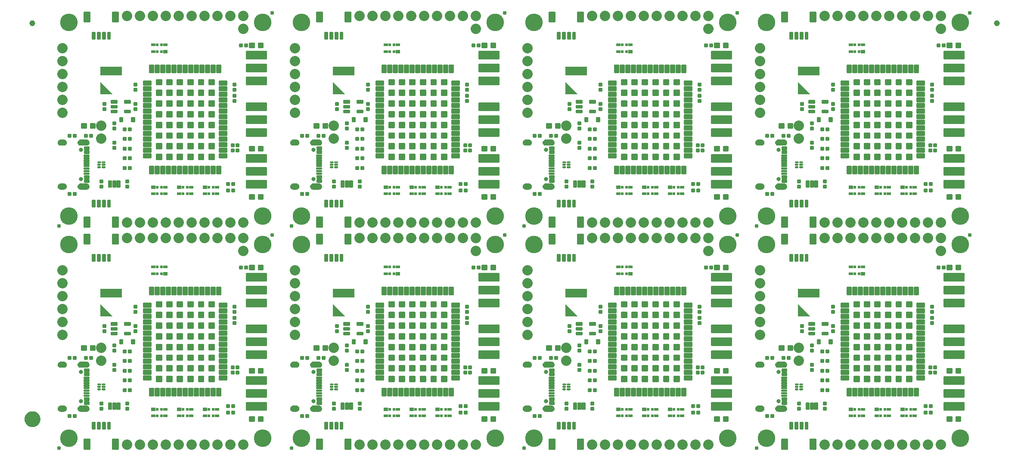
<source format=gts>
G04 EAGLE Gerber RS-274X export*
G75*
%MOMM*%
%FSLAX34Y34*%
%LPD*%
%INSoldermask Top*%
%IPPOS*%
%AMOC8*
5,1,8,0,0,1.08239X$1,22.5*%
G01*
%ADD10C,0.787400*%
%ADD11C,0.255816*%
%ADD12C,0.253344*%
%ADD13C,0.802400*%
%ADD14C,0.253509*%
%ADD15C,0.264381*%
%ADD16C,2.032000*%
%ADD17R,0.840000X0.620000*%
%ADD18R,0.560000X0.620000*%
%ADD19R,0.840000X0.640000*%
%ADD20C,0.250600*%
%ADD21C,0.250478*%
%ADD22C,0.243431*%
%ADD23C,0.449434*%
%ADD24C,0.252862*%
%ADD25R,4.200000X1.700000*%
%ADD26C,0.250366*%
%ADD27C,0.251966*%
%ADD28C,3.454400*%
%ADD29C,1.152400*%
%ADD30C,1.270000*%
%ADD31C,1.652400*%

G36*
X1025942Y701943D02*
X1025942Y701943D01*
X1025986Y701946D01*
X1026008Y701962D01*
X1026034Y701970D01*
X1026063Y702003D01*
X1026098Y702029D01*
X1026108Y702055D01*
X1026126Y702075D01*
X1026133Y702119D01*
X1026148Y702159D01*
X1026143Y702186D01*
X1026147Y702213D01*
X1026129Y702254D01*
X1026120Y702296D01*
X1026094Y702332D01*
X1026090Y702341D01*
X1026085Y702345D01*
X1026076Y702356D01*
X1002076Y726356D01*
X1002038Y726377D01*
X1002005Y726406D01*
X1001978Y726410D01*
X1001954Y726423D01*
X1001910Y726420D01*
X1001867Y726427D01*
X1001842Y726416D01*
X1001814Y726414D01*
X1001779Y726388D01*
X1001739Y726370D01*
X1001724Y726347D01*
X1001702Y726331D01*
X1001686Y726290D01*
X1001662Y726254D01*
X1001655Y726210D01*
X1001652Y726201D01*
X1001653Y726194D01*
X1001651Y726180D01*
X1001651Y702180D01*
X1001656Y702164D01*
X1001653Y702147D01*
X1001675Y702097D01*
X1001690Y702046D01*
X1001703Y702035D01*
X1001710Y702019D01*
X1001755Y701989D01*
X1001795Y701954D01*
X1001812Y701951D01*
X1001827Y701942D01*
X1001900Y701931D01*
X1025900Y701931D01*
X1025942Y701943D01*
G37*
G36*
X1483142Y701943D02*
X1483142Y701943D01*
X1483186Y701946D01*
X1483208Y701962D01*
X1483234Y701970D01*
X1483263Y702003D01*
X1483298Y702029D01*
X1483308Y702055D01*
X1483326Y702075D01*
X1483333Y702119D01*
X1483348Y702159D01*
X1483343Y702186D01*
X1483347Y702213D01*
X1483329Y702254D01*
X1483320Y702296D01*
X1483294Y702332D01*
X1483290Y702341D01*
X1483285Y702345D01*
X1483276Y702356D01*
X1459276Y726356D01*
X1459238Y726377D01*
X1459205Y726406D01*
X1459178Y726410D01*
X1459154Y726423D01*
X1459110Y726420D01*
X1459067Y726427D01*
X1459042Y726416D01*
X1459014Y726414D01*
X1458979Y726388D01*
X1458939Y726370D01*
X1458924Y726347D01*
X1458902Y726331D01*
X1458886Y726290D01*
X1458862Y726254D01*
X1458855Y726210D01*
X1458852Y726201D01*
X1458853Y726194D01*
X1458851Y726180D01*
X1458851Y702180D01*
X1458856Y702164D01*
X1458853Y702147D01*
X1458875Y702097D01*
X1458890Y702046D01*
X1458903Y702035D01*
X1458910Y702019D01*
X1458955Y701989D01*
X1458995Y701954D01*
X1459012Y701951D01*
X1459027Y701942D01*
X1459100Y701931D01*
X1483100Y701931D01*
X1483142Y701943D01*
G37*
G36*
X568742Y701943D02*
X568742Y701943D01*
X568786Y701946D01*
X568808Y701962D01*
X568834Y701970D01*
X568863Y702003D01*
X568898Y702029D01*
X568908Y702055D01*
X568926Y702075D01*
X568933Y702119D01*
X568948Y702159D01*
X568943Y702186D01*
X568947Y702213D01*
X568929Y702254D01*
X568920Y702296D01*
X568894Y702332D01*
X568890Y702341D01*
X568885Y702345D01*
X568876Y702356D01*
X544876Y726356D01*
X544838Y726377D01*
X544805Y726406D01*
X544778Y726410D01*
X544754Y726423D01*
X544710Y726420D01*
X544667Y726427D01*
X544642Y726416D01*
X544614Y726414D01*
X544579Y726388D01*
X544539Y726370D01*
X544524Y726347D01*
X544502Y726331D01*
X544486Y726290D01*
X544462Y726254D01*
X544455Y726210D01*
X544452Y726201D01*
X544453Y726194D01*
X544451Y726180D01*
X544451Y702180D01*
X544456Y702164D01*
X544453Y702147D01*
X544475Y702097D01*
X544490Y702046D01*
X544503Y702035D01*
X544510Y702019D01*
X544555Y701989D01*
X544595Y701954D01*
X544612Y701951D01*
X544627Y701942D01*
X544700Y701931D01*
X568700Y701931D01*
X568742Y701943D01*
G37*
G36*
X111542Y701943D02*
X111542Y701943D01*
X111586Y701946D01*
X111608Y701962D01*
X111634Y701970D01*
X111663Y702003D01*
X111698Y702029D01*
X111708Y702055D01*
X111726Y702075D01*
X111733Y702119D01*
X111748Y702159D01*
X111743Y702186D01*
X111747Y702213D01*
X111729Y702254D01*
X111720Y702296D01*
X111694Y702332D01*
X111690Y702341D01*
X111685Y702345D01*
X111676Y702356D01*
X87676Y726356D01*
X87638Y726377D01*
X87605Y726406D01*
X87578Y726410D01*
X87554Y726423D01*
X87510Y726420D01*
X87467Y726427D01*
X87442Y726416D01*
X87414Y726414D01*
X87379Y726388D01*
X87339Y726370D01*
X87324Y726347D01*
X87302Y726331D01*
X87286Y726290D01*
X87262Y726254D01*
X87255Y726210D01*
X87252Y726201D01*
X87253Y726194D01*
X87251Y726180D01*
X87251Y702180D01*
X87256Y702164D01*
X87253Y702147D01*
X87275Y702097D01*
X87290Y702046D01*
X87303Y702035D01*
X87310Y702019D01*
X87355Y701989D01*
X87395Y701954D01*
X87412Y701951D01*
X87427Y701942D01*
X87500Y701931D01*
X111500Y701931D01*
X111542Y701943D01*
G37*
G36*
X1483142Y265063D02*
X1483142Y265063D01*
X1483186Y265066D01*
X1483208Y265082D01*
X1483234Y265090D01*
X1483263Y265123D01*
X1483298Y265149D01*
X1483308Y265175D01*
X1483326Y265195D01*
X1483333Y265239D01*
X1483348Y265279D01*
X1483343Y265306D01*
X1483347Y265333D01*
X1483329Y265374D01*
X1483320Y265416D01*
X1483294Y265452D01*
X1483290Y265461D01*
X1483285Y265465D01*
X1483276Y265476D01*
X1459276Y289476D01*
X1459238Y289497D01*
X1459205Y289526D01*
X1459178Y289530D01*
X1459154Y289543D01*
X1459110Y289540D01*
X1459067Y289547D01*
X1459042Y289536D01*
X1459014Y289534D01*
X1458979Y289508D01*
X1458939Y289490D01*
X1458924Y289467D01*
X1458902Y289451D01*
X1458886Y289410D01*
X1458862Y289374D01*
X1458855Y289330D01*
X1458852Y289321D01*
X1458853Y289314D01*
X1458851Y289300D01*
X1458851Y265300D01*
X1458856Y265284D01*
X1458853Y265267D01*
X1458875Y265217D01*
X1458890Y265166D01*
X1458903Y265155D01*
X1458910Y265139D01*
X1458955Y265109D01*
X1458995Y265074D01*
X1459012Y265071D01*
X1459027Y265062D01*
X1459100Y265051D01*
X1483100Y265051D01*
X1483142Y265063D01*
G37*
G36*
X1025942Y265063D02*
X1025942Y265063D01*
X1025986Y265066D01*
X1026008Y265082D01*
X1026034Y265090D01*
X1026063Y265123D01*
X1026098Y265149D01*
X1026108Y265175D01*
X1026126Y265195D01*
X1026133Y265239D01*
X1026148Y265279D01*
X1026143Y265306D01*
X1026147Y265333D01*
X1026129Y265374D01*
X1026120Y265416D01*
X1026094Y265452D01*
X1026090Y265461D01*
X1026085Y265465D01*
X1026076Y265476D01*
X1002076Y289476D01*
X1002038Y289497D01*
X1002005Y289526D01*
X1001978Y289530D01*
X1001954Y289543D01*
X1001910Y289540D01*
X1001867Y289547D01*
X1001842Y289536D01*
X1001814Y289534D01*
X1001779Y289508D01*
X1001739Y289490D01*
X1001724Y289467D01*
X1001702Y289451D01*
X1001686Y289410D01*
X1001662Y289374D01*
X1001655Y289330D01*
X1001652Y289321D01*
X1001653Y289314D01*
X1001651Y289300D01*
X1001651Y265300D01*
X1001656Y265284D01*
X1001653Y265267D01*
X1001675Y265217D01*
X1001690Y265166D01*
X1001703Y265155D01*
X1001710Y265139D01*
X1001755Y265109D01*
X1001795Y265074D01*
X1001812Y265071D01*
X1001827Y265062D01*
X1001900Y265051D01*
X1025900Y265051D01*
X1025942Y265063D01*
G37*
G36*
X568742Y265063D02*
X568742Y265063D01*
X568786Y265066D01*
X568808Y265082D01*
X568834Y265090D01*
X568863Y265123D01*
X568898Y265149D01*
X568908Y265175D01*
X568926Y265195D01*
X568933Y265239D01*
X568948Y265279D01*
X568943Y265306D01*
X568947Y265333D01*
X568929Y265374D01*
X568920Y265416D01*
X568894Y265452D01*
X568890Y265461D01*
X568885Y265465D01*
X568876Y265476D01*
X544876Y289476D01*
X544838Y289497D01*
X544805Y289526D01*
X544778Y289530D01*
X544754Y289543D01*
X544710Y289540D01*
X544667Y289547D01*
X544642Y289536D01*
X544614Y289534D01*
X544579Y289508D01*
X544539Y289490D01*
X544524Y289467D01*
X544502Y289451D01*
X544486Y289410D01*
X544462Y289374D01*
X544455Y289330D01*
X544452Y289321D01*
X544453Y289314D01*
X544451Y289300D01*
X544451Y265300D01*
X544456Y265284D01*
X544453Y265267D01*
X544475Y265217D01*
X544490Y265166D01*
X544503Y265155D01*
X544510Y265139D01*
X544555Y265109D01*
X544595Y265074D01*
X544612Y265071D01*
X544627Y265062D01*
X544700Y265051D01*
X568700Y265051D01*
X568742Y265063D01*
G37*
G36*
X111542Y265063D02*
X111542Y265063D01*
X111586Y265066D01*
X111608Y265082D01*
X111634Y265090D01*
X111663Y265123D01*
X111698Y265149D01*
X111708Y265175D01*
X111726Y265195D01*
X111733Y265239D01*
X111748Y265279D01*
X111743Y265306D01*
X111747Y265333D01*
X111729Y265374D01*
X111720Y265416D01*
X111694Y265452D01*
X111690Y265461D01*
X111685Y265465D01*
X111676Y265476D01*
X87676Y289476D01*
X87638Y289497D01*
X87605Y289526D01*
X87578Y289530D01*
X87554Y289543D01*
X87510Y289540D01*
X87467Y289547D01*
X87442Y289536D01*
X87414Y289534D01*
X87379Y289508D01*
X87339Y289490D01*
X87324Y289467D01*
X87302Y289451D01*
X87286Y289410D01*
X87262Y289374D01*
X87255Y289330D01*
X87252Y289321D01*
X87253Y289314D01*
X87251Y289300D01*
X87251Y265300D01*
X87256Y265284D01*
X87253Y265267D01*
X87275Y265217D01*
X87290Y265166D01*
X87303Y265155D01*
X87310Y265139D01*
X87355Y265109D01*
X87395Y265074D01*
X87412Y265071D01*
X87427Y265062D01*
X87500Y265051D01*
X111500Y265051D01*
X111542Y265063D01*
G37*
G36*
X60304Y514634D02*
X60304Y514634D01*
X60307Y514631D01*
X61429Y514786D01*
X61434Y514791D01*
X61438Y514788D01*
X62509Y515159D01*
X62513Y515165D01*
X62518Y515163D01*
X63495Y515736D01*
X63498Y515742D01*
X63503Y515741D01*
X64350Y516494D01*
X64352Y516501D01*
X64357Y516501D01*
X65041Y517404D01*
X65041Y517411D01*
X65046Y517412D01*
X65541Y518431D01*
X65539Y518438D01*
X65544Y518440D01*
X65831Y519537D01*
X65829Y519541D01*
X65831Y519542D01*
X65829Y519544D01*
X65832Y519546D01*
X65899Y520677D01*
X65897Y520681D01*
X65899Y520683D01*
X65832Y521814D01*
X65827Y521819D01*
X65831Y521823D01*
X65544Y522920D01*
X65538Y522924D01*
X65541Y522929D01*
X65046Y523948D01*
X65040Y523951D01*
X65041Y523956D01*
X64357Y524859D01*
X64350Y524861D01*
X64350Y524866D01*
X63503Y525619D01*
X63496Y525619D01*
X63495Y525624D01*
X62518Y526197D01*
X62511Y526196D01*
X62509Y526201D01*
X61438Y526572D01*
X61432Y526569D01*
X61429Y526574D01*
X60307Y526729D01*
X60302Y526726D01*
X60300Y526729D01*
X48300Y526729D01*
X48295Y526726D01*
X48292Y526729D01*
X47025Y526524D01*
X47019Y526518D01*
X47015Y526521D01*
X45825Y526039D01*
X45821Y526032D01*
X45815Y526034D01*
X44762Y525300D01*
X44760Y525292D01*
X44754Y525293D01*
X43891Y524343D01*
X43890Y524334D01*
X43885Y524334D01*
X43255Y523215D01*
X43256Y523207D01*
X43250Y523205D01*
X42885Y521975D01*
X42888Y521967D01*
X42883Y521964D01*
X42801Y520683D01*
X42804Y520679D01*
X42801Y520677D01*
X42883Y519396D01*
X42889Y519390D01*
X42885Y519385D01*
X43250Y518155D01*
X43257Y518150D01*
X43255Y518145D01*
X43885Y517026D01*
X43892Y517023D01*
X43891Y517017D01*
X44754Y516067D01*
X44762Y516066D01*
X44762Y516060D01*
X45815Y515326D01*
X45823Y515326D01*
X45825Y515321D01*
X47015Y514839D01*
X47022Y514841D01*
X47025Y514836D01*
X48292Y514631D01*
X48297Y514634D01*
X48300Y514631D01*
X60300Y514631D01*
X60304Y514634D01*
G37*
G36*
X517504Y514634D02*
X517504Y514634D01*
X517507Y514631D01*
X518629Y514786D01*
X518634Y514791D01*
X518638Y514788D01*
X519709Y515159D01*
X519713Y515165D01*
X519718Y515163D01*
X520695Y515736D01*
X520698Y515742D01*
X520703Y515741D01*
X521550Y516494D01*
X521552Y516501D01*
X521557Y516501D01*
X522241Y517404D01*
X522241Y517411D01*
X522246Y517412D01*
X522741Y518431D01*
X522739Y518438D01*
X522744Y518440D01*
X523031Y519537D01*
X523029Y519541D01*
X523031Y519542D01*
X523029Y519544D01*
X523032Y519546D01*
X523099Y520677D01*
X523097Y520681D01*
X523099Y520683D01*
X523032Y521814D01*
X523027Y521819D01*
X523031Y521823D01*
X522744Y522920D01*
X522738Y522924D01*
X522741Y522929D01*
X522246Y523948D01*
X522240Y523951D01*
X522241Y523956D01*
X521557Y524859D01*
X521550Y524861D01*
X521550Y524866D01*
X520703Y525619D01*
X520696Y525619D01*
X520695Y525624D01*
X519718Y526197D01*
X519711Y526196D01*
X519709Y526201D01*
X518638Y526572D01*
X518632Y526569D01*
X518629Y526574D01*
X517507Y526729D01*
X517502Y526726D01*
X517500Y526729D01*
X505500Y526729D01*
X505495Y526726D01*
X505492Y526729D01*
X504225Y526524D01*
X504219Y526518D01*
X504215Y526521D01*
X503025Y526039D01*
X503021Y526032D01*
X503015Y526034D01*
X501962Y525300D01*
X501960Y525292D01*
X501954Y525293D01*
X501091Y524343D01*
X501090Y524334D01*
X501085Y524334D01*
X500455Y523215D01*
X500456Y523207D01*
X500450Y523205D01*
X500085Y521975D01*
X500088Y521967D01*
X500083Y521964D01*
X500001Y520683D01*
X500004Y520679D01*
X500001Y520677D01*
X500083Y519396D01*
X500089Y519390D01*
X500085Y519385D01*
X500450Y518155D01*
X500457Y518150D01*
X500455Y518145D01*
X501085Y517026D01*
X501092Y517023D01*
X501091Y517017D01*
X501954Y516067D01*
X501962Y516066D01*
X501962Y516060D01*
X503015Y515326D01*
X503023Y515326D01*
X503025Y515321D01*
X504215Y514839D01*
X504222Y514841D01*
X504225Y514836D01*
X505492Y514631D01*
X505497Y514634D01*
X505500Y514631D01*
X517500Y514631D01*
X517504Y514634D01*
G37*
G36*
X974704Y514634D02*
X974704Y514634D01*
X974707Y514631D01*
X975829Y514786D01*
X975834Y514791D01*
X975838Y514788D01*
X976909Y515159D01*
X976913Y515165D01*
X976918Y515163D01*
X977895Y515736D01*
X977898Y515742D01*
X977903Y515741D01*
X978750Y516494D01*
X978752Y516501D01*
X978757Y516501D01*
X979441Y517404D01*
X979441Y517411D01*
X979446Y517412D01*
X979941Y518431D01*
X979939Y518438D01*
X979944Y518440D01*
X980231Y519537D01*
X980229Y519541D01*
X980231Y519542D01*
X980229Y519544D01*
X980232Y519546D01*
X980299Y520677D01*
X980297Y520681D01*
X980299Y520683D01*
X980232Y521814D01*
X980227Y521819D01*
X980231Y521823D01*
X979944Y522920D01*
X979938Y522924D01*
X979941Y522929D01*
X979446Y523948D01*
X979440Y523951D01*
X979441Y523956D01*
X978757Y524859D01*
X978750Y524861D01*
X978750Y524866D01*
X977903Y525619D01*
X977896Y525619D01*
X977895Y525624D01*
X976918Y526197D01*
X976911Y526196D01*
X976909Y526201D01*
X975838Y526572D01*
X975832Y526569D01*
X975829Y526574D01*
X974707Y526729D01*
X974702Y526726D01*
X974700Y526729D01*
X962700Y526729D01*
X962695Y526726D01*
X962692Y526729D01*
X961425Y526524D01*
X961419Y526518D01*
X961415Y526521D01*
X960225Y526039D01*
X960221Y526032D01*
X960215Y526034D01*
X959162Y525300D01*
X959160Y525292D01*
X959154Y525293D01*
X958291Y524343D01*
X958290Y524334D01*
X958285Y524334D01*
X957655Y523215D01*
X957656Y523207D01*
X957650Y523205D01*
X957285Y521975D01*
X957288Y521967D01*
X957283Y521964D01*
X957201Y520683D01*
X957204Y520679D01*
X957201Y520677D01*
X957283Y519396D01*
X957289Y519390D01*
X957285Y519385D01*
X957650Y518155D01*
X957657Y518150D01*
X957655Y518145D01*
X958285Y517026D01*
X958292Y517023D01*
X958291Y517017D01*
X959154Y516067D01*
X959162Y516066D01*
X959162Y516060D01*
X960215Y515326D01*
X960223Y515326D01*
X960225Y515321D01*
X961415Y514839D01*
X961422Y514841D01*
X961425Y514836D01*
X962692Y514631D01*
X962697Y514634D01*
X962700Y514631D01*
X974700Y514631D01*
X974704Y514634D01*
G37*
G36*
X1431904Y514634D02*
X1431904Y514634D01*
X1431907Y514631D01*
X1433029Y514786D01*
X1433034Y514791D01*
X1433038Y514788D01*
X1434109Y515159D01*
X1434113Y515165D01*
X1434118Y515163D01*
X1435095Y515736D01*
X1435098Y515742D01*
X1435103Y515741D01*
X1435950Y516494D01*
X1435952Y516501D01*
X1435957Y516501D01*
X1436641Y517404D01*
X1436641Y517411D01*
X1436646Y517412D01*
X1437141Y518431D01*
X1437139Y518438D01*
X1437144Y518440D01*
X1437431Y519537D01*
X1437429Y519541D01*
X1437431Y519542D01*
X1437429Y519544D01*
X1437432Y519546D01*
X1437499Y520677D01*
X1437497Y520681D01*
X1437499Y520683D01*
X1437432Y521814D01*
X1437427Y521819D01*
X1437431Y521823D01*
X1437144Y522920D01*
X1437138Y522924D01*
X1437141Y522929D01*
X1436646Y523948D01*
X1436640Y523951D01*
X1436641Y523956D01*
X1435957Y524859D01*
X1435950Y524861D01*
X1435950Y524866D01*
X1435103Y525619D01*
X1435096Y525619D01*
X1435095Y525624D01*
X1434118Y526197D01*
X1434111Y526196D01*
X1434109Y526201D01*
X1433038Y526572D01*
X1433032Y526569D01*
X1433029Y526574D01*
X1431907Y526729D01*
X1431902Y526726D01*
X1431900Y526729D01*
X1419900Y526729D01*
X1419895Y526726D01*
X1419892Y526729D01*
X1418625Y526524D01*
X1418619Y526518D01*
X1418615Y526521D01*
X1417425Y526039D01*
X1417421Y526032D01*
X1417415Y526034D01*
X1416362Y525300D01*
X1416360Y525292D01*
X1416354Y525293D01*
X1415491Y524343D01*
X1415490Y524334D01*
X1415485Y524334D01*
X1414855Y523215D01*
X1414856Y523207D01*
X1414850Y523205D01*
X1414485Y521975D01*
X1414488Y521967D01*
X1414483Y521964D01*
X1414401Y520683D01*
X1414404Y520679D01*
X1414401Y520677D01*
X1414483Y519396D01*
X1414489Y519390D01*
X1414485Y519385D01*
X1414850Y518155D01*
X1414857Y518150D01*
X1414855Y518145D01*
X1415485Y517026D01*
X1415492Y517023D01*
X1415491Y517017D01*
X1416354Y516067D01*
X1416362Y516066D01*
X1416362Y516060D01*
X1417415Y515326D01*
X1417423Y515326D01*
X1417425Y515321D01*
X1418615Y514839D01*
X1418622Y514841D01*
X1418625Y514836D01*
X1419892Y514631D01*
X1419897Y514634D01*
X1419900Y514631D01*
X1431900Y514631D01*
X1431904Y514634D01*
G37*
G36*
X974704Y601034D02*
X974704Y601034D01*
X974707Y601031D01*
X975829Y601186D01*
X975834Y601191D01*
X975838Y601188D01*
X976909Y601559D01*
X976913Y601565D01*
X976918Y601563D01*
X977895Y602136D01*
X977898Y602142D01*
X977903Y602141D01*
X978750Y602894D01*
X978752Y602901D01*
X978757Y602901D01*
X979441Y603804D01*
X979441Y603811D01*
X979446Y603812D01*
X979941Y604831D01*
X979939Y604838D01*
X979944Y604840D01*
X980231Y605937D01*
X980229Y605941D01*
X980231Y605942D01*
X980229Y605944D01*
X980232Y605946D01*
X980299Y607077D01*
X980297Y607081D01*
X980299Y607083D01*
X980232Y608214D01*
X980227Y608219D01*
X980231Y608223D01*
X979944Y609320D01*
X979938Y609324D01*
X979941Y609329D01*
X979446Y610348D01*
X979440Y610351D01*
X979441Y610356D01*
X978757Y611259D01*
X978750Y611261D01*
X978750Y611266D01*
X977903Y612019D01*
X977896Y612019D01*
X977895Y612024D01*
X976918Y612597D01*
X976911Y612596D01*
X976909Y612601D01*
X975838Y612972D01*
X975832Y612969D01*
X975829Y612974D01*
X974707Y613129D01*
X974702Y613126D01*
X974700Y613129D01*
X962700Y613129D01*
X962695Y613126D01*
X962692Y613129D01*
X961425Y612924D01*
X961419Y612918D01*
X961415Y612921D01*
X960225Y612439D01*
X960221Y612432D01*
X960215Y612434D01*
X959162Y611700D01*
X959160Y611692D01*
X959154Y611693D01*
X958291Y610743D01*
X958290Y610734D01*
X958285Y610734D01*
X957655Y609615D01*
X957656Y609607D01*
X957650Y609605D01*
X957285Y608375D01*
X957288Y608367D01*
X957283Y608364D01*
X957201Y607083D01*
X957204Y607079D01*
X957201Y607077D01*
X957283Y605796D01*
X957289Y605790D01*
X957285Y605785D01*
X957650Y604555D01*
X957657Y604550D01*
X957655Y604545D01*
X958285Y603426D01*
X958292Y603423D01*
X958291Y603417D01*
X959154Y602467D01*
X959162Y602466D01*
X959162Y602460D01*
X960215Y601726D01*
X960223Y601726D01*
X960225Y601721D01*
X961415Y601239D01*
X961422Y601241D01*
X961425Y601236D01*
X962692Y601031D01*
X962697Y601034D01*
X962700Y601031D01*
X974700Y601031D01*
X974704Y601034D01*
G37*
G36*
X517504Y601034D02*
X517504Y601034D01*
X517507Y601031D01*
X518629Y601186D01*
X518634Y601191D01*
X518638Y601188D01*
X519709Y601559D01*
X519713Y601565D01*
X519718Y601563D01*
X520695Y602136D01*
X520698Y602142D01*
X520703Y602141D01*
X521550Y602894D01*
X521552Y602901D01*
X521557Y602901D01*
X522241Y603804D01*
X522241Y603811D01*
X522246Y603812D01*
X522741Y604831D01*
X522739Y604838D01*
X522744Y604840D01*
X523031Y605937D01*
X523029Y605941D01*
X523031Y605942D01*
X523029Y605944D01*
X523032Y605946D01*
X523099Y607077D01*
X523097Y607081D01*
X523099Y607083D01*
X523032Y608214D01*
X523027Y608219D01*
X523031Y608223D01*
X522744Y609320D01*
X522738Y609324D01*
X522741Y609329D01*
X522246Y610348D01*
X522240Y610351D01*
X522241Y610356D01*
X521557Y611259D01*
X521550Y611261D01*
X521550Y611266D01*
X520703Y612019D01*
X520696Y612019D01*
X520695Y612024D01*
X519718Y612597D01*
X519711Y612596D01*
X519709Y612601D01*
X518638Y612972D01*
X518632Y612969D01*
X518629Y612974D01*
X517507Y613129D01*
X517502Y613126D01*
X517500Y613129D01*
X505500Y613129D01*
X505495Y613126D01*
X505492Y613129D01*
X504225Y612924D01*
X504219Y612918D01*
X504215Y612921D01*
X503025Y612439D01*
X503021Y612432D01*
X503015Y612434D01*
X501962Y611700D01*
X501960Y611692D01*
X501954Y611693D01*
X501091Y610743D01*
X501090Y610734D01*
X501085Y610734D01*
X500455Y609615D01*
X500456Y609607D01*
X500450Y609605D01*
X500085Y608375D01*
X500088Y608367D01*
X500083Y608364D01*
X500001Y607083D01*
X500004Y607079D01*
X500001Y607077D01*
X500083Y605796D01*
X500089Y605790D01*
X500085Y605785D01*
X500450Y604555D01*
X500457Y604550D01*
X500455Y604545D01*
X501085Y603426D01*
X501092Y603423D01*
X501091Y603417D01*
X501954Y602467D01*
X501962Y602466D01*
X501962Y602460D01*
X503015Y601726D01*
X503023Y601726D01*
X503025Y601721D01*
X504215Y601239D01*
X504222Y601241D01*
X504225Y601236D01*
X505492Y601031D01*
X505497Y601034D01*
X505500Y601031D01*
X517500Y601031D01*
X517504Y601034D01*
G37*
G36*
X60304Y601034D02*
X60304Y601034D01*
X60307Y601031D01*
X61429Y601186D01*
X61434Y601191D01*
X61438Y601188D01*
X62509Y601559D01*
X62513Y601565D01*
X62518Y601563D01*
X63495Y602136D01*
X63498Y602142D01*
X63503Y602141D01*
X64350Y602894D01*
X64352Y602901D01*
X64357Y602901D01*
X65041Y603804D01*
X65041Y603811D01*
X65046Y603812D01*
X65541Y604831D01*
X65539Y604838D01*
X65544Y604840D01*
X65831Y605937D01*
X65829Y605941D01*
X65831Y605942D01*
X65829Y605944D01*
X65832Y605946D01*
X65899Y607077D01*
X65897Y607081D01*
X65899Y607083D01*
X65832Y608214D01*
X65827Y608219D01*
X65831Y608223D01*
X65544Y609320D01*
X65538Y609324D01*
X65541Y609329D01*
X65046Y610348D01*
X65040Y610351D01*
X65041Y610356D01*
X64357Y611259D01*
X64350Y611261D01*
X64350Y611266D01*
X63503Y612019D01*
X63496Y612019D01*
X63495Y612024D01*
X62518Y612597D01*
X62511Y612596D01*
X62509Y612601D01*
X61438Y612972D01*
X61432Y612969D01*
X61429Y612974D01*
X60307Y613129D01*
X60302Y613126D01*
X60300Y613129D01*
X48300Y613129D01*
X48295Y613126D01*
X48292Y613129D01*
X47025Y612924D01*
X47019Y612918D01*
X47015Y612921D01*
X45825Y612439D01*
X45821Y612432D01*
X45815Y612434D01*
X44762Y611700D01*
X44760Y611692D01*
X44754Y611693D01*
X43891Y610743D01*
X43890Y610734D01*
X43885Y610734D01*
X43255Y609615D01*
X43256Y609607D01*
X43250Y609605D01*
X42885Y608375D01*
X42888Y608367D01*
X42883Y608364D01*
X42801Y607083D01*
X42804Y607079D01*
X42801Y607077D01*
X42883Y605796D01*
X42889Y605790D01*
X42885Y605785D01*
X43250Y604555D01*
X43257Y604550D01*
X43255Y604545D01*
X43885Y603426D01*
X43892Y603423D01*
X43891Y603417D01*
X44754Y602467D01*
X44762Y602466D01*
X44762Y602460D01*
X45815Y601726D01*
X45823Y601726D01*
X45825Y601721D01*
X47015Y601239D01*
X47022Y601241D01*
X47025Y601236D01*
X48292Y601031D01*
X48297Y601034D01*
X48300Y601031D01*
X60300Y601031D01*
X60304Y601034D01*
G37*
G36*
X1431904Y601034D02*
X1431904Y601034D01*
X1431907Y601031D01*
X1433029Y601186D01*
X1433034Y601191D01*
X1433038Y601188D01*
X1434109Y601559D01*
X1434113Y601565D01*
X1434118Y601563D01*
X1435095Y602136D01*
X1435098Y602142D01*
X1435103Y602141D01*
X1435950Y602894D01*
X1435952Y602901D01*
X1435957Y602901D01*
X1436641Y603804D01*
X1436641Y603811D01*
X1436646Y603812D01*
X1437141Y604831D01*
X1437139Y604838D01*
X1437144Y604840D01*
X1437431Y605937D01*
X1437429Y605941D01*
X1437431Y605942D01*
X1437429Y605944D01*
X1437432Y605946D01*
X1437499Y607077D01*
X1437497Y607081D01*
X1437499Y607083D01*
X1437432Y608214D01*
X1437427Y608219D01*
X1437431Y608223D01*
X1437144Y609320D01*
X1437138Y609324D01*
X1437141Y609329D01*
X1436646Y610348D01*
X1436640Y610351D01*
X1436641Y610356D01*
X1435957Y611259D01*
X1435950Y611261D01*
X1435950Y611266D01*
X1435103Y612019D01*
X1435096Y612019D01*
X1435095Y612024D01*
X1434118Y612597D01*
X1434111Y612596D01*
X1434109Y612601D01*
X1433038Y612972D01*
X1433032Y612969D01*
X1433029Y612974D01*
X1431907Y613129D01*
X1431902Y613126D01*
X1431900Y613129D01*
X1419900Y613129D01*
X1419895Y613126D01*
X1419892Y613129D01*
X1418625Y612924D01*
X1418619Y612918D01*
X1418615Y612921D01*
X1417425Y612439D01*
X1417421Y612432D01*
X1417415Y612434D01*
X1416362Y611700D01*
X1416360Y611692D01*
X1416354Y611693D01*
X1415491Y610743D01*
X1415490Y610734D01*
X1415485Y610734D01*
X1414855Y609615D01*
X1414856Y609607D01*
X1414850Y609605D01*
X1414485Y608375D01*
X1414488Y608367D01*
X1414483Y608364D01*
X1414401Y607083D01*
X1414404Y607079D01*
X1414401Y607077D01*
X1414483Y605796D01*
X1414489Y605790D01*
X1414485Y605785D01*
X1414850Y604555D01*
X1414857Y604550D01*
X1414855Y604545D01*
X1415485Y603426D01*
X1415492Y603423D01*
X1415491Y603417D01*
X1416354Y602467D01*
X1416362Y602466D01*
X1416362Y602460D01*
X1417415Y601726D01*
X1417423Y601726D01*
X1417425Y601721D01*
X1418615Y601239D01*
X1418622Y601241D01*
X1418625Y601236D01*
X1419892Y601031D01*
X1419897Y601034D01*
X1419900Y601031D01*
X1431900Y601031D01*
X1431904Y601034D01*
G37*
G36*
X974704Y164154D02*
X974704Y164154D01*
X974707Y164151D01*
X975829Y164306D01*
X975834Y164311D01*
X975838Y164308D01*
X976909Y164679D01*
X976913Y164685D01*
X976918Y164683D01*
X977895Y165256D01*
X977898Y165262D01*
X977903Y165261D01*
X978750Y166014D01*
X978752Y166021D01*
X978757Y166021D01*
X979441Y166924D01*
X979441Y166931D01*
X979446Y166932D01*
X979941Y167951D01*
X979939Y167958D01*
X979944Y167960D01*
X980231Y169057D01*
X980229Y169061D01*
X980231Y169062D01*
X980229Y169064D01*
X980232Y169066D01*
X980299Y170197D01*
X980297Y170201D01*
X980299Y170203D01*
X980232Y171334D01*
X980227Y171339D01*
X980231Y171343D01*
X979944Y172440D01*
X979938Y172444D01*
X979941Y172449D01*
X979446Y173468D01*
X979440Y173471D01*
X979441Y173476D01*
X978757Y174379D01*
X978750Y174381D01*
X978750Y174386D01*
X977903Y175139D01*
X977896Y175139D01*
X977895Y175144D01*
X976918Y175717D01*
X976911Y175716D01*
X976909Y175721D01*
X975838Y176092D01*
X975832Y176089D01*
X975829Y176094D01*
X974707Y176249D01*
X974702Y176246D01*
X974700Y176249D01*
X962700Y176249D01*
X962695Y176246D01*
X962692Y176249D01*
X961425Y176044D01*
X961419Y176038D01*
X961415Y176041D01*
X960225Y175559D01*
X960221Y175552D01*
X960215Y175554D01*
X959162Y174820D01*
X959160Y174812D01*
X959154Y174813D01*
X958291Y173863D01*
X958290Y173854D01*
X958285Y173854D01*
X957655Y172735D01*
X957656Y172727D01*
X957650Y172725D01*
X957285Y171495D01*
X957288Y171487D01*
X957283Y171484D01*
X957201Y170203D01*
X957204Y170199D01*
X957201Y170197D01*
X957283Y168916D01*
X957289Y168910D01*
X957285Y168905D01*
X957650Y167675D01*
X957657Y167670D01*
X957655Y167665D01*
X958285Y166546D01*
X958292Y166543D01*
X958291Y166537D01*
X959154Y165587D01*
X959162Y165586D01*
X959162Y165580D01*
X960215Y164846D01*
X960223Y164846D01*
X960225Y164841D01*
X961415Y164359D01*
X961422Y164361D01*
X961425Y164356D01*
X962692Y164151D01*
X962697Y164154D01*
X962700Y164151D01*
X974700Y164151D01*
X974704Y164154D01*
G37*
G36*
X60304Y164154D02*
X60304Y164154D01*
X60307Y164151D01*
X61429Y164306D01*
X61434Y164311D01*
X61438Y164308D01*
X62509Y164679D01*
X62513Y164685D01*
X62518Y164683D01*
X63495Y165256D01*
X63498Y165262D01*
X63503Y165261D01*
X64350Y166014D01*
X64352Y166021D01*
X64357Y166021D01*
X65041Y166924D01*
X65041Y166931D01*
X65046Y166932D01*
X65541Y167951D01*
X65539Y167958D01*
X65544Y167960D01*
X65831Y169057D01*
X65829Y169061D01*
X65831Y169062D01*
X65829Y169064D01*
X65832Y169066D01*
X65899Y170197D01*
X65897Y170201D01*
X65899Y170203D01*
X65832Y171334D01*
X65827Y171339D01*
X65831Y171343D01*
X65544Y172440D01*
X65538Y172444D01*
X65541Y172449D01*
X65046Y173468D01*
X65040Y173471D01*
X65041Y173476D01*
X64357Y174379D01*
X64350Y174381D01*
X64350Y174386D01*
X63503Y175139D01*
X63496Y175139D01*
X63495Y175144D01*
X62518Y175717D01*
X62511Y175716D01*
X62509Y175721D01*
X61438Y176092D01*
X61432Y176089D01*
X61429Y176094D01*
X60307Y176249D01*
X60302Y176246D01*
X60300Y176249D01*
X48300Y176249D01*
X48295Y176246D01*
X48292Y176249D01*
X47025Y176044D01*
X47019Y176038D01*
X47015Y176041D01*
X45825Y175559D01*
X45821Y175552D01*
X45815Y175554D01*
X44762Y174820D01*
X44760Y174812D01*
X44754Y174813D01*
X43891Y173863D01*
X43890Y173854D01*
X43885Y173854D01*
X43255Y172735D01*
X43256Y172727D01*
X43250Y172725D01*
X42885Y171495D01*
X42888Y171487D01*
X42883Y171484D01*
X42801Y170203D01*
X42804Y170199D01*
X42801Y170197D01*
X42883Y168916D01*
X42889Y168910D01*
X42885Y168905D01*
X43250Y167675D01*
X43257Y167670D01*
X43255Y167665D01*
X43885Y166546D01*
X43892Y166543D01*
X43891Y166537D01*
X44754Y165587D01*
X44762Y165586D01*
X44762Y165580D01*
X45815Y164846D01*
X45823Y164846D01*
X45825Y164841D01*
X47015Y164359D01*
X47022Y164361D01*
X47025Y164356D01*
X48292Y164151D01*
X48297Y164154D01*
X48300Y164151D01*
X60300Y164151D01*
X60304Y164154D01*
G37*
G36*
X517504Y164154D02*
X517504Y164154D01*
X517507Y164151D01*
X518629Y164306D01*
X518634Y164311D01*
X518638Y164308D01*
X519709Y164679D01*
X519713Y164685D01*
X519718Y164683D01*
X520695Y165256D01*
X520698Y165262D01*
X520703Y165261D01*
X521550Y166014D01*
X521552Y166021D01*
X521557Y166021D01*
X522241Y166924D01*
X522241Y166931D01*
X522246Y166932D01*
X522741Y167951D01*
X522739Y167958D01*
X522744Y167960D01*
X523031Y169057D01*
X523029Y169061D01*
X523031Y169062D01*
X523029Y169064D01*
X523032Y169066D01*
X523099Y170197D01*
X523097Y170201D01*
X523099Y170203D01*
X523032Y171334D01*
X523027Y171339D01*
X523031Y171343D01*
X522744Y172440D01*
X522738Y172444D01*
X522741Y172449D01*
X522246Y173468D01*
X522240Y173471D01*
X522241Y173476D01*
X521557Y174379D01*
X521550Y174381D01*
X521550Y174386D01*
X520703Y175139D01*
X520696Y175139D01*
X520695Y175144D01*
X519718Y175717D01*
X519711Y175716D01*
X519709Y175721D01*
X518638Y176092D01*
X518632Y176089D01*
X518629Y176094D01*
X517507Y176249D01*
X517502Y176246D01*
X517500Y176249D01*
X505500Y176249D01*
X505495Y176246D01*
X505492Y176249D01*
X504225Y176044D01*
X504219Y176038D01*
X504215Y176041D01*
X503025Y175559D01*
X503021Y175552D01*
X503015Y175554D01*
X501962Y174820D01*
X501960Y174812D01*
X501954Y174813D01*
X501091Y173863D01*
X501090Y173854D01*
X501085Y173854D01*
X500455Y172735D01*
X500456Y172727D01*
X500450Y172725D01*
X500085Y171495D01*
X500088Y171487D01*
X500083Y171484D01*
X500001Y170203D01*
X500004Y170199D01*
X500001Y170197D01*
X500083Y168916D01*
X500089Y168910D01*
X500085Y168905D01*
X500450Y167675D01*
X500457Y167670D01*
X500455Y167665D01*
X501085Y166546D01*
X501092Y166543D01*
X501091Y166537D01*
X501954Y165587D01*
X501962Y165586D01*
X501962Y165580D01*
X503015Y164846D01*
X503023Y164846D01*
X503025Y164841D01*
X504215Y164359D01*
X504222Y164361D01*
X504225Y164356D01*
X505492Y164151D01*
X505497Y164154D01*
X505500Y164151D01*
X517500Y164151D01*
X517504Y164154D01*
G37*
G36*
X1431904Y164154D02*
X1431904Y164154D01*
X1431907Y164151D01*
X1433029Y164306D01*
X1433034Y164311D01*
X1433038Y164308D01*
X1434109Y164679D01*
X1434113Y164685D01*
X1434118Y164683D01*
X1435095Y165256D01*
X1435098Y165262D01*
X1435103Y165261D01*
X1435950Y166014D01*
X1435952Y166021D01*
X1435957Y166021D01*
X1436641Y166924D01*
X1436641Y166931D01*
X1436646Y166932D01*
X1437141Y167951D01*
X1437139Y167958D01*
X1437144Y167960D01*
X1437431Y169057D01*
X1437429Y169061D01*
X1437431Y169062D01*
X1437429Y169064D01*
X1437432Y169066D01*
X1437499Y170197D01*
X1437497Y170201D01*
X1437499Y170203D01*
X1437432Y171334D01*
X1437427Y171339D01*
X1437431Y171343D01*
X1437144Y172440D01*
X1437138Y172444D01*
X1437141Y172449D01*
X1436646Y173468D01*
X1436640Y173471D01*
X1436641Y173476D01*
X1435957Y174379D01*
X1435950Y174381D01*
X1435950Y174386D01*
X1435103Y175139D01*
X1435096Y175139D01*
X1435095Y175144D01*
X1434118Y175717D01*
X1434111Y175716D01*
X1434109Y175721D01*
X1433038Y176092D01*
X1433032Y176089D01*
X1433029Y176094D01*
X1431907Y176249D01*
X1431902Y176246D01*
X1431900Y176249D01*
X1419900Y176249D01*
X1419895Y176246D01*
X1419892Y176249D01*
X1418625Y176044D01*
X1418619Y176038D01*
X1418615Y176041D01*
X1417425Y175559D01*
X1417421Y175552D01*
X1417415Y175554D01*
X1416362Y174820D01*
X1416360Y174812D01*
X1416354Y174813D01*
X1415491Y173863D01*
X1415490Y173854D01*
X1415485Y173854D01*
X1414855Y172735D01*
X1414856Y172727D01*
X1414850Y172725D01*
X1414485Y171495D01*
X1414488Y171487D01*
X1414483Y171484D01*
X1414401Y170203D01*
X1414404Y170199D01*
X1414401Y170197D01*
X1414483Y168916D01*
X1414489Y168910D01*
X1414485Y168905D01*
X1414850Y167675D01*
X1414857Y167670D01*
X1414855Y167665D01*
X1415485Y166546D01*
X1415492Y166543D01*
X1415491Y166537D01*
X1416354Y165587D01*
X1416362Y165586D01*
X1416362Y165580D01*
X1417415Y164846D01*
X1417423Y164846D01*
X1417425Y164841D01*
X1418615Y164359D01*
X1418622Y164361D01*
X1418625Y164356D01*
X1419892Y164151D01*
X1419897Y164154D01*
X1419900Y164151D01*
X1431900Y164151D01*
X1431904Y164154D01*
G37*
G36*
X974704Y77754D02*
X974704Y77754D01*
X974707Y77751D01*
X975829Y77906D01*
X975834Y77911D01*
X975838Y77908D01*
X976909Y78279D01*
X976913Y78285D01*
X976918Y78283D01*
X977895Y78856D01*
X977898Y78862D01*
X977903Y78861D01*
X978750Y79614D01*
X978752Y79621D01*
X978757Y79621D01*
X979441Y80524D01*
X979441Y80531D01*
X979446Y80532D01*
X979941Y81551D01*
X979939Y81558D01*
X979944Y81560D01*
X980231Y82657D01*
X980229Y82661D01*
X980231Y82662D01*
X980229Y82664D01*
X980232Y82666D01*
X980299Y83797D01*
X980297Y83801D01*
X980299Y83803D01*
X980232Y84934D01*
X980227Y84939D01*
X980231Y84943D01*
X979944Y86040D01*
X979938Y86044D01*
X979941Y86049D01*
X979446Y87068D01*
X979440Y87071D01*
X979441Y87076D01*
X978757Y87979D01*
X978750Y87981D01*
X978750Y87986D01*
X977903Y88739D01*
X977896Y88739D01*
X977895Y88744D01*
X976918Y89317D01*
X976911Y89316D01*
X976909Y89321D01*
X975838Y89692D01*
X975832Y89689D01*
X975829Y89694D01*
X974707Y89849D01*
X974702Y89846D01*
X974700Y89849D01*
X962700Y89849D01*
X962695Y89846D01*
X962692Y89849D01*
X961425Y89644D01*
X961419Y89638D01*
X961415Y89641D01*
X960225Y89159D01*
X960221Y89152D01*
X960215Y89154D01*
X959162Y88420D01*
X959160Y88412D01*
X959154Y88413D01*
X958291Y87463D01*
X958290Y87454D01*
X958285Y87454D01*
X957655Y86335D01*
X957656Y86327D01*
X957650Y86325D01*
X957285Y85095D01*
X957288Y85087D01*
X957283Y85084D01*
X957201Y83803D01*
X957204Y83799D01*
X957201Y83797D01*
X957283Y82516D01*
X957289Y82510D01*
X957285Y82505D01*
X957650Y81275D01*
X957657Y81270D01*
X957655Y81265D01*
X958285Y80146D01*
X958292Y80143D01*
X958291Y80137D01*
X959154Y79187D01*
X959162Y79186D01*
X959162Y79180D01*
X960215Y78446D01*
X960223Y78446D01*
X960225Y78441D01*
X961415Y77959D01*
X961422Y77961D01*
X961425Y77956D01*
X962692Y77751D01*
X962697Y77754D01*
X962700Y77751D01*
X974700Y77751D01*
X974704Y77754D01*
G37*
G36*
X60304Y77754D02*
X60304Y77754D01*
X60307Y77751D01*
X61429Y77906D01*
X61434Y77911D01*
X61438Y77908D01*
X62509Y78279D01*
X62513Y78285D01*
X62518Y78283D01*
X63495Y78856D01*
X63498Y78862D01*
X63503Y78861D01*
X64350Y79614D01*
X64352Y79621D01*
X64357Y79621D01*
X65041Y80524D01*
X65041Y80531D01*
X65046Y80532D01*
X65541Y81551D01*
X65539Y81558D01*
X65544Y81560D01*
X65831Y82657D01*
X65829Y82661D01*
X65831Y82662D01*
X65829Y82664D01*
X65832Y82666D01*
X65899Y83797D01*
X65897Y83801D01*
X65899Y83803D01*
X65832Y84934D01*
X65827Y84939D01*
X65831Y84943D01*
X65544Y86040D01*
X65538Y86044D01*
X65541Y86049D01*
X65046Y87068D01*
X65040Y87071D01*
X65041Y87076D01*
X64357Y87979D01*
X64350Y87981D01*
X64350Y87986D01*
X63503Y88739D01*
X63496Y88739D01*
X63495Y88744D01*
X62518Y89317D01*
X62511Y89316D01*
X62509Y89321D01*
X61438Y89692D01*
X61432Y89689D01*
X61429Y89694D01*
X60307Y89849D01*
X60302Y89846D01*
X60300Y89849D01*
X48300Y89849D01*
X48295Y89846D01*
X48292Y89849D01*
X47025Y89644D01*
X47019Y89638D01*
X47015Y89641D01*
X45825Y89159D01*
X45821Y89152D01*
X45815Y89154D01*
X44762Y88420D01*
X44760Y88412D01*
X44754Y88413D01*
X43891Y87463D01*
X43890Y87454D01*
X43885Y87454D01*
X43255Y86335D01*
X43256Y86327D01*
X43250Y86325D01*
X42885Y85095D01*
X42888Y85087D01*
X42883Y85084D01*
X42801Y83803D01*
X42804Y83799D01*
X42801Y83797D01*
X42883Y82516D01*
X42889Y82510D01*
X42885Y82505D01*
X43250Y81275D01*
X43257Y81270D01*
X43255Y81265D01*
X43885Y80146D01*
X43892Y80143D01*
X43891Y80137D01*
X44754Y79187D01*
X44762Y79186D01*
X44762Y79180D01*
X45815Y78446D01*
X45823Y78446D01*
X45825Y78441D01*
X47015Y77959D01*
X47022Y77961D01*
X47025Y77956D01*
X48292Y77751D01*
X48297Y77754D01*
X48300Y77751D01*
X60300Y77751D01*
X60304Y77754D01*
G37*
G36*
X1431904Y77754D02*
X1431904Y77754D01*
X1431907Y77751D01*
X1433029Y77906D01*
X1433034Y77911D01*
X1433038Y77908D01*
X1434109Y78279D01*
X1434113Y78285D01*
X1434118Y78283D01*
X1435095Y78856D01*
X1435098Y78862D01*
X1435103Y78861D01*
X1435950Y79614D01*
X1435952Y79621D01*
X1435957Y79621D01*
X1436641Y80524D01*
X1436641Y80531D01*
X1436646Y80532D01*
X1437141Y81551D01*
X1437139Y81558D01*
X1437144Y81560D01*
X1437431Y82657D01*
X1437429Y82661D01*
X1437431Y82662D01*
X1437429Y82664D01*
X1437432Y82666D01*
X1437499Y83797D01*
X1437497Y83801D01*
X1437499Y83803D01*
X1437432Y84934D01*
X1437427Y84939D01*
X1437431Y84943D01*
X1437144Y86040D01*
X1437138Y86044D01*
X1437141Y86049D01*
X1436646Y87068D01*
X1436640Y87071D01*
X1436641Y87076D01*
X1435957Y87979D01*
X1435950Y87981D01*
X1435950Y87986D01*
X1435103Y88739D01*
X1435096Y88739D01*
X1435095Y88744D01*
X1434118Y89317D01*
X1434111Y89316D01*
X1434109Y89321D01*
X1433038Y89692D01*
X1433032Y89689D01*
X1433029Y89694D01*
X1431907Y89849D01*
X1431902Y89846D01*
X1431900Y89849D01*
X1419900Y89849D01*
X1419895Y89846D01*
X1419892Y89849D01*
X1418625Y89644D01*
X1418619Y89638D01*
X1418615Y89641D01*
X1417425Y89159D01*
X1417421Y89152D01*
X1417415Y89154D01*
X1416362Y88420D01*
X1416360Y88412D01*
X1416354Y88413D01*
X1415491Y87463D01*
X1415490Y87454D01*
X1415485Y87454D01*
X1414855Y86335D01*
X1414856Y86327D01*
X1414850Y86325D01*
X1414485Y85095D01*
X1414488Y85087D01*
X1414483Y85084D01*
X1414401Y83803D01*
X1414404Y83799D01*
X1414401Y83797D01*
X1414483Y82516D01*
X1414489Y82510D01*
X1414485Y82505D01*
X1414850Y81275D01*
X1414857Y81270D01*
X1414855Y81265D01*
X1415485Y80146D01*
X1415492Y80143D01*
X1415491Y80137D01*
X1416354Y79187D01*
X1416362Y79186D01*
X1416362Y79180D01*
X1417415Y78446D01*
X1417423Y78446D01*
X1417425Y78441D01*
X1418615Y77959D01*
X1418622Y77961D01*
X1418625Y77956D01*
X1419892Y77751D01*
X1419897Y77754D01*
X1419900Y77751D01*
X1431900Y77751D01*
X1431904Y77754D01*
G37*
G36*
X517504Y77754D02*
X517504Y77754D01*
X517507Y77751D01*
X518629Y77906D01*
X518634Y77911D01*
X518638Y77908D01*
X519709Y78279D01*
X519713Y78285D01*
X519718Y78283D01*
X520695Y78856D01*
X520698Y78862D01*
X520703Y78861D01*
X521550Y79614D01*
X521552Y79621D01*
X521557Y79621D01*
X522241Y80524D01*
X522241Y80531D01*
X522246Y80532D01*
X522741Y81551D01*
X522739Y81558D01*
X522744Y81560D01*
X523031Y82657D01*
X523029Y82661D01*
X523031Y82662D01*
X523029Y82664D01*
X523032Y82666D01*
X523099Y83797D01*
X523097Y83801D01*
X523099Y83803D01*
X523032Y84934D01*
X523027Y84939D01*
X523031Y84943D01*
X522744Y86040D01*
X522738Y86044D01*
X522741Y86049D01*
X522246Y87068D01*
X522240Y87071D01*
X522241Y87076D01*
X521557Y87979D01*
X521550Y87981D01*
X521550Y87986D01*
X520703Y88739D01*
X520696Y88739D01*
X520695Y88744D01*
X519718Y89317D01*
X519711Y89316D01*
X519709Y89321D01*
X518638Y89692D01*
X518632Y89689D01*
X518629Y89694D01*
X517507Y89849D01*
X517502Y89846D01*
X517500Y89849D01*
X505500Y89849D01*
X505495Y89846D01*
X505492Y89849D01*
X504225Y89644D01*
X504219Y89638D01*
X504215Y89641D01*
X503025Y89159D01*
X503021Y89152D01*
X503015Y89154D01*
X501962Y88420D01*
X501960Y88412D01*
X501954Y88413D01*
X501091Y87463D01*
X501090Y87454D01*
X501085Y87454D01*
X500455Y86335D01*
X500456Y86327D01*
X500450Y86325D01*
X500085Y85095D01*
X500088Y85087D01*
X500083Y85084D01*
X500001Y83803D01*
X500004Y83799D01*
X500001Y83797D01*
X500083Y82516D01*
X500089Y82510D01*
X500085Y82505D01*
X500450Y81275D01*
X500457Y81270D01*
X500455Y81265D01*
X501085Y80146D01*
X501092Y80143D01*
X501091Y80137D01*
X501954Y79187D01*
X501962Y79186D01*
X501962Y79180D01*
X503015Y78446D01*
X503023Y78446D01*
X503025Y78441D01*
X504215Y77959D01*
X504222Y77961D01*
X504225Y77956D01*
X505492Y77751D01*
X505497Y77754D01*
X505500Y77751D01*
X517500Y77751D01*
X517504Y77754D01*
G37*
G36*
X1387103Y514633D02*
X1387103Y514633D01*
X1387105Y514631D01*
X1388281Y514742D01*
X1388286Y514747D01*
X1388290Y514744D01*
X1389422Y515082D01*
X1389426Y515088D01*
X1389431Y515086D01*
X1390475Y515638D01*
X1390478Y515645D01*
X1390483Y515643D01*
X1391399Y516389D01*
X1391400Y516396D01*
X1391406Y516396D01*
X1392159Y517306D01*
X1392159Y517313D01*
X1392164Y517314D01*
X1392725Y518353D01*
X1392724Y518358D01*
X1392728Y518360D01*
X1392727Y518361D01*
X1392729Y518362D01*
X1393076Y519491D01*
X1393076Y519492D01*
X1393077Y519493D01*
X1393074Y519497D01*
X1393078Y519500D01*
X1393199Y520675D01*
X1393195Y520682D01*
X1393199Y520686D01*
X1393042Y522026D01*
X1393037Y522032D01*
X1393040Y522037D01*
X1392589Y523308D01*
X1392582Y523313D01*
X1392584Y523318D01*
X1391862Y524457D01*
X1391854Y524460D01*
X1391855Y524466D01*
X1390897Y525416D01*
X1390889Y525417D01*
X1390888Y525423D01*
X1389743Y526136D01*
X1389735Y526135D01*
X1389733Y526141D01*
X1388457Y526581D01*
X1388450Y526579D01*
X1388447Y526583D01*
X1387105Y526729D01*
X1387102Y526727D01*
X1387100Y526729D01*
X1381100Y526729D01*
X1381097Y526727D01*
X1381094Y526729D01*
X1379765Y526574D01*
X1379759Y526568D01*
X1379755Y526571D01*
X1378494Y526124D01*
X1378489Y526117D01*
X1378484Y526119D01*
X1377354Y525402D01*
X1377351Y525395D01*
X1377345Y525396D01*
X1376403Y524446D01*
X1376402Y524437D01*
X1376396Y524437D01*
X1375689Y523301D01*
X1375690Y523293D01*
X1375684Y523291D01*
X1375248Y522026D01*
X1375250Y522018D01*
X1375245Y522016D01*
X1375101Y520685D01*
X1375105Y520679D01*
X1375101Y520675D01*
X1375211Y519509D01*
X1375216Y519504D01*
X1375213Y519500D01*
X1375548Y518377D01*
X1375554Y518373D01*
X1375552Y518369D01*
X1376100Y517333D01*
X1376106Y517330D01*
X1376105Y517325D01*
X1376844Y516417D01*
X1376851Y516415D01*
X1376851Y516410D01*
X1377753Y515663D01*
X1377761Y515663D01*
X1377761Y515658D01*
X1378792Y515101D01*
X1378799Y515102D01*
X1378801Y515097D01*
X1379920Y514753D01*
X1379927Y514755D01*
X1379930Y514751D01*
X1381095Y514631D01*
X1381098Y514633D01*
X1381100Y514631D01*
X1387100Y514631D01*
X1387103Y514633D01*
G37*
G36*
X472703Y514633D02*
X472703Y514633D01*
X472705Y514631D01*
X473881Y514742D01*
X473886Y514747D01*
X473890Y514744D01*
X475022Y515082D01*
X475026Y515088D01*
X475031Y515086D01*
X476075Y515638D01*
X476078Y515645D01*
X476083Y515643D01*
X476999Y516389D01*
X477000Y516396D01*
X477006Y516396D01*
X477759Y517306D01*
X477759Y517313D01*
X477764Y517314D01*
X478325Y518353D01*
X478324Y518358D01*
X478328Y518360D01*
X478327Y518361D01*
X478329Y518362D01*
X478676Y519491D01*
X478676Y519492D01*
X478677Y519493D01*
X478674Y519497D01*
X478678Y519500D01*
X478799Y520675D01*
X478795Y520682D01*
X478799Y520686D01*
X478642Y522026D01*
X478637Y522032D01*
X478640Y522037D01*
X478189Y523308D01*
X478182Y523313D01*
X478184Y523318D01*
X477462Y524457D01*
X477454Y524460D01*
X477455Y524466D01*
X476497Y525416D01*
X476489Y525417D01*
X476488Y525423D01*
X475343Y526136D01*
X475335Y526135D01*
X475333Y526141D01*
X474057Y526581D01*
X474050Y526579D01*
X474047Y526583D01*
X472705Y526729D01*
X472702Y526727D01*
X472700Y526729D01*
X466700Y526729D01*
X466697Y526727D01*
X466694Y526729D01*
X465365Y526574D01*
X465359Y526568D01*
X465355Y526571D01*
X464094Y526124D01*
X464089Y526117D01*
X464084Y526119D01*
X462954Y525402D01*
X462951Y525395D01*
X462945Y525396D01*
X462003Y524446D01*
X462002Y524437D01*
X461996Y524437D01*
X461289Y523301D01*
X461290Y523293D01*
X461284Y523291D01*
X460848Y522026D01*
X460850Y522018D01*
X460845Y522016D01*
X460701Y520685D01*
X460705Y520679D01*
X460701Y520675D01*
X460811Y519509D01*
X460816Y519504D01*
X460813Y519500D01*
X461148Y518377D01*
X461154Y518373D01*
X461152Y518369D01*
X461700Y517333D01*
X461706Y517330D01*
X461705Y517325D01*
X462444Y516417D01*
X462451Y516415D01*
X462451Y516410D01*
X463353Y515663D01*
X463361Y515663D01*
X463361Y515658D01*
X464392Y515101D01*
X464399Y515102D01*
X464401Y515097D01*
X465520Y514753D01*
X465527Y514755D01*
X465530Y514751D01*
X466695Y514631D01*
X466698Y514633D01*
X466700Y514631D01*
X472700Y514631D01*
X472703Y514633D01*
G37*
G36*
X15503Y514633D02*
X15503Y514633D01*
X15505Y514631D01*
X16681Y514742D01*
X16686Y514747D01*
X16690Y514744D01*
X17822Y515082D01*
X17826Y515088D01*
X17831Y515086D01*
X18875Y515638D01*
X18878Y515645D01*
X18883Y515643D01*
X19799Y516389D01*
X19800Y516396D01*
X19806Y516396D01*
X20559Y517306D01*
X20559Y517313D01*
X20564Y517314D01*
X21125Y518353D01*
X21124Y518358D01*
X21128Y518360D01*
X21127Y518361D01*
X21129Y518362D01*
X21476Y519491D01*
X21476Y519492D01*
X21477Y519493D01*
X21474Y519497D01*
X21478Y519500D01*
X21599Y520675D01*
X21595Y520682D01*
X21599Y520686D01*
X21442Y522026D01*
X21437Y522032D01*
X21440Y522037D01*
X20989Y523308D01*
X20982Y523313D01*
X20984Y523318D01*
X20262Y524457D01*
X20254Y524460D01*
X20255Y524466D01*
X19297Y525416D01*
X19289Y525417D01*
X19288Y525423D01*
X18143Y526136D01*
X18135Y526135D01*
X18133Y526141D01*
X16857Y526581D01*
X16850Y526579D01*
X16847Y526583D01*
X15505Y526729D01*
X15502Y526727D01*
X15500Y526729D01*
X9500Y526729D01*
X9497Y526727D01*
X9494Y526729D01*
X8165Y526574D01*
X8159Y526568D01*
X8155Y526571D01*
X6894Y526124D01*
X6889Y526117D01*
X6884Y526119D01*
X5754Y525402D01*
X5751Y525395D01*
X5745Y525396D01*
X4803Y524446D01*
X4802Y524437D01*
X4796Y524437D01*
X4089Y523301D01*
X4090Y523293D01*
X4084Y523291D01*
X3648Y522026D01*
X3650Y522018D01*
X3645Y522016D01*
X3501Y520685D01*
X3505Y520679D01*
X3501Y520675D01*
X3611Y519509D01*
X3616Y519504D01*
X3613Y519500D01*
X3948Y518377D01*
X3954Y518373D01*
X3952Y518369D01*
X4500Y517333D01*
X4506Y517330D01*
X4505Y517325D01*
X5244Y516417D01*
X5251Y516415D01*
X5251Y516410D01*
X6153Y515663D01*
X6161Y515663D01*
X6161Y515658D01*
X7192Y515101D01*
X7199Y515102D01*
X7201Y515097D01*
X8320Y514753D01*
X8327Y514755D01*
X8330Y514751D01*
X9495Y514631D01*
X9498Y514633D01*
X9500Y514631D01*
X15500Y514631D01*
X15503Y514633D01*
G37*
G36*
X929903Y514633D02*
X929903Y514633D01*
X929905Y514631D01*
X931081Y514742D01*
X931086Y514747D01*
X931090Y514744D01*
X932222Y515082D01*
X932226Y515088D01*
X932231Y515086D01*
X933275Y515638D01*
X933278Y515645D01*
X933283Y515643D01*
X934199Y516389D01*
X934200Y516396D01*
X934206Y516396D01*
X934959Y517306D01*
X934959Y517313D01*
X934964Y517314D01*
X935525Y518353D01*
X935524Y518358D01*
X935528Y518360D01*
X935527Y518361D01*
X935529Y518362D01*
X935876Y519491D01*
X935876Y519492D01*
X935877Y519493D01*
X935874Y519497D01*
X935878Y519500D01*
X935999Y520675D01*
X935995Y520682D01*
X935999Y520686D01*
X935842Y522026D01*
X935837Y522032D01*
X935840Y522037D01*
X935389Y523308D01*
X935382Y523313D01*
X935384Y523318D01*
X934662Y524457D01*
X934654Y524460D01*
X934655Y524466D01*
X933697Y525416D01*
X933689Y525417D01*
X933688Y525423D01*
X932543Y526136D01*
X932535Y526135D01*
X932533Y526141D01*
X931257Y526581D01*
X931250Y526579D01*
X931247Y526583D01*
X929905Y526729D01*
X929902Y526727D01*
X929900Y526729D01*
X923900Y526729D01*
X923897Y526727D01*
X923894Y526729D01*
X922565Y526574D01*
X922559Y526568D01*
X922555Y526571D01*
X921294Y526124D01*
X921289Y526117D01*
X921284Y526119D01*
X920154Y525402D01*
X920151Y525395D01*
X920145Y525396D01*
X919203Y524446D01*
X919202Y524437D01*
X919196Y524437D01*
X918489Y523301D01*
X918490Y523293D01*
X918484Y523291D01*
X918048Y522026D01*
X918050Y522018D01*
X918045Y522016D01*
X917901Y520685D01*
X917905Y520679D01*
X917901Y520675D01*
X918011Y519509D01*
X918016Y519504D01*
X918013Y519500D01*
X918348Y518377D01*
X918354Y518373D01*
X918352Y518369D01*
X918900Y517333D01*
X918906Y517330D01*
X918905Y517325D01*
X919644Y516417D01*
X919651Y516415D01*
X919651Y516410D01*
X920553Y515663D01*
X920561Y515663D01*
X920561Y515658D01*
X921592Y515101D01*
X921599Y515102D01*
X921601Y515097D01*
X922720Y514753D01*
X922727Y514755D01*
X922730Y514751D01*
X923895Y514631D01*
X923898Y514633D01*
X923900Y514631D01*
X929900Y514631D01*
X929903Y514633D01*
G37*
G36*
X929903Y601033D02*
X929903Y601033D01*
X929905Y601031D01*
X931081Y601142D01*
X931086Y601147D01*
X931090Y601144D01*
X932222Y601482D01*
X932226Y601488D01*
X932231Y601486D01*
X933275Y602038D01*
X933278Y602045D01*
X933283Y602043D01*
X934199Y602789D01*
X934200Y602796D01*
X934206Y602796D01*
X934959Y603706D01*
X934959Y603713D01*
X934964Y603714D01*
X935525Y604753D01*
X935524Y604758D01*
X935528Y604760D01*
X935527Y604761D01*
X935529Y604762D01*
X935876Y605891D01*
X935876Y605892D01*
X935877Y605893D01*
X935874Y605897D01*
X935878Y605900D01*
X935999Y607075D01*
X935995Y607082D01*
X935999Y607086D01*
X935842Y608426D01*
X935837Y608432D01*
X935840Y608437D01*
X935389Y609708D01*
X935382Y609713D01*
X935384Y609718D01*
X934662Y610857D01*
X934654Y610860D01*
X934655Y610866D01*
X933697Y611816D01*
X933689Y611817D01*
X933688Y611823D01*
X932543Y612536D01*
X932535Y612535D01*
X932533Y612541D01*
X931257Y612981D01*
X931250Y612979D01*
X931247Y612983D01*
X929905Y613129D01*
X929902Y613127D01*
X929900Y613129D01*
X923900Y613129D01*
X923897Y613127D01*
X923894Y613129D01*
X922565Y612974D01*
X922559Y612968D01*
X922555Y612971D01*
X921294Y612524D01*
X921289Y612517D01*
X921284Y612519D01*
X920154Y611802D01*
X920151Y611795D01*
X920145Y611796D01*
X919203Y610846D01*
X919202Y610837D01*
X919196Y610837D01*
X918489Y609701D01*
X918490Y609693D01*
X918484Y609691D01*
X918048Y608426D01*
X918050Y608418D01*
X918045Y608416D01*
X917901Y607085D01*
X917905Y607079D01*
X917901Y607075D01*
X918011Y605909D01*
X918016Y605904D01*
X918013Y605900D01*
X918348Y604777D01*
X918354Y604773D01*
X918352Y604769D01*
X918900Y603733D01*
X918906Y603730D01*
X918905Y603725D01*
X919644Y602817D01*
X919651Y602815D01*
X919651Y602810D01*
X920553Y602063D01*
X920561Y602063D01*
X920561Y602058D01*
X921592Y601501D01*
X921599Y601502D01*
X921601Y601497D01*
X922720Y601153D01*
X922727Y601155D01*
X922730Y601151D01*
X923895Y601031D01*
X923898Y601033D01*
X923900Y601031D01*
X929900Y601031D01*
X929903Y601033D01*
G37*
G36*
X472703Y601033D02*
X472703Y601033D01*
X472705Y601031D01*
X473881Y601142D01*
X473886Y601147D01*
X473890Y601144D01*
X475022Y601482D01*
X475026Y601488D01*
X475031Y601486D01*
X476075Y602038D01*
X476078Y602045D01*
X476083Y602043D01*
X476999Y602789D01*
X477000Y602796D01*
X477006Y602796D01*
X477759Y603706D01*
X477759Y603713D01*
X477764Y603714D01*
X478325Y604753D01*
X478324Y604758D01*
X478328Y604760D01*
X478327Y604761D01*
X478329Y604762D01*
X478676Y605891D01*
X478676Y605892D01*
X478677Y605893D01*
X478674Y605897D01*
X478678Y605900D01*
X478799Y607075D01*
X478795Y607082D01*
X478799Y607086D01*
X478642Y608426D01*
X478637Y608432D01*
X478640Y608437D01*
X478189Y609708D01*
X478182Y609713D01*
X478184Y609718D01*
X477462Y610857D01*
X477454Y610860D01*
X477455Y610866D01*
X476497Y611816D01*
X476489Y611817D01*
X476488Y611823D01*
X475343Y612536D01*
X475335Y612535D01*
X475333Y612541D01*
X474057Y612981D01*
X474050Y612979D01*
X474047Y612983D01*
X472705Y613129D01*
X472702Y613127D01*
X472700Y613129D01*
X466700Y613129D01*
X466697Y613127D01*
X466694Y613129D01*
X465365Y612974D01*
X465359Y612968D01*
X465355Y612971D01*
X464094Y612524D01*
X464089Y612517D01*
X464084Y612519D01*
X462954Y611802D01*
X462951Y611795D01*
X462945Y611796D01*
X462003Y610846D01*
X462002Y610837D01*
X461996Y610837D01*
X461289Y609701D01*
X461290Y609693D01*
X461284Y609691D01*
X460848Y608426D01*
X460850Y608418D01*
X460845Y608416D01*
X460701Y607085D01*
X460705Y607079D01*
X460701Y607075D01*
X460811Y605909D01*
X460816Y605904D01*
X460813Y605900D01*
X461148Y604777D01*
X461154Y604773D01*
X461152Y604769D01*
X461700Y603733D01*
X461706Y603730D01*
X461705Y603725D01*
X462444Y602817D01*
X462451Y602815D01*
X462451Y602810D01*
X463353Y602063D01*
X463361Y602063D01*
X463361Y602058D01*
X464392Y601501D01*
X464399Y601502D01*
X464401Y601497D01*
X465520Y601153D01*
X465527Y601155D01*
X465530Y601151D01*
X466695Y601031D01*
X466698Y601033D01*
X466700Y601031D01*
X472700Y601031D01*
X472703Y601033D01*
G37*
G36*
X1387103Y601033D02*
X1387103Y601033D01*
X1387105Y601031D01*
X1388281Y601142D01*
X1388286Y601147D01*
X1388290Y601144D01*
X1389422Y601482D01*
X1389426Y601488D01*
X1389431Y601486D01*
X1390475Y602038D01*
X1390478Y602045D01*
X1390483Y602043D01*
X1391399Y602789D01*
X1391400Y602796D01*
X1391406Y602796D01*
X1392159Y603706D01*
X1392159Y603713D01*
X1392164Y603714D01*
X1392725Y604753D01*
X1392724Y604758D01*
X1392728Y604760D01*
X1392727Y604761D01*
X1392729Y604762D01*
X1393076Y605891D01*
X1393076Y605892D01*
X1393077Y605893D01*
X1393074Y605897D01*
X1393078Y605900D01*
X1393199Y607075D01*
X1393195Y607082D01*
X1393199Y607086D01*
X1393042Y608426D01*
X1393037Y608432D01*
X1393040Y608437D01*
X1392589Y609708D01*
X1392582Y609713D01*
X1392584Y609718D01*
X1391862Y610857D01*
X1391854Y610860D01*
X1391855Y610866D01*
X1390897Y611816D01*
X1390889Y611817D01*
X1390888Y611823D01*
X1389743Y612536D01*
X1389735Y612535D01*
X1389733Y612541D01*
X1388457Y612981D01*
X1388450Y612979D01*
X1388447Y612983D01*
X1387105Y613129D01*
X1387102Y613127D01*
X1387100Y613129D01*
X1381100Y613129D01*
X1381097Y613127D01*
X1381094Y613129D01*
X1379765Y612974D01*
X1379759Y612968D01*
X1379755Y612971D01*
X1378494Y612524D01*
X1378489Y612517D01*
X1378484Y612519D01*
X1377354Y611802D01*
X1377351Y611795D01*
X1377345Y611796D01*
X1376403Y610846D01*
X1376402Y610837D01*
X1376396Y610837D01*
X1375689Y609701D01*
X1375690Y609693D01*
X1375684Y609691D01*
X1375248Y608426D01*
X1375250Y608418D01*
X1375245Y608416D01*
X1375101Y607085D01*
X1375105Y607079D01*
X1375101Y607075D01*
X1375211Y605909D01*
X1375216Y605904D01*
X1375213Y605900D01*
X1375548Y604777D01*
X1375554Y604773D01*
X1375552Y604769D01*
X1376100Y603733D01*
X1376106Y603730D01*
X1376105Y603725D01*
X1376844Y602817D01*
X1376851Y602815D01*
X1376851Y602810D01*
X1377753Y602063D01*
X1377761Y602063D01*
X1377761Y602058D01*
X1378792Y601501D01*
X1378799Y601502D01*
X1378801Y601497D01*
X1379920Y601153D01*
X1379927Y601155D01*
X1379930Y601151D01*
X1381095Y601031D01*
X1381098Y601033D01*
X1381100Y601031D01*
X1387100Y601031D01*
X1387103Y601033D01*
G37*
G36*
X15503Y601033D02*
X15503Y601033D01*
X15505Y601031D01*
X16681Y601142D01*
X16686Y601147D01*
X16690Y601144D01*
X17822Y601482D01*
X17826Y601488D01*
X17831Y601486D01*
X18875Y602038D01*
X18878Y602045D01*
X18883Y602043D01*
X19799Y602789D01*
X19800Y602796D01*
X19806Y602796D01*
X20559Y603706D01*
X20559Y603713D01*
X20564Y603714D01*
X21125Y604753D01*
X21124Y604758D01*
X21128Y604760D01*
X21127Y604761D01*
X21129Y604762D01*
X21476Y605891D01*
X21476Y605892D01*
X21477Y605893D01*
X21474Y605897D01*
X21478Y605900D01*
X21599Y607075D01*
X21595Y607082D01*
X21599Y607086D01*
X21442Y608426D01*
X21437Y608432D01*
X21440Y608437D01*
X20989Y609708D01*
X20982Y609713D01*
X20984Y609718D01*
X20262Y610857D01*
X20254Y610860D01*
X20255Y610866D01*
X19297Y611816D01*
X19289Y611817D01*
X19288Y611823D01*
X18143Y612536D01*
X18135Y612535D01*
X18133Y612541D01*
X16857Y612981D01*
X16850Y612979D01*
X16847Y612983D01*
X15505Y613129D01*
X15502Y613127D01*
X15500Y613129D01*
X9500Y613129D01*
X9497Y613127D01*
X9494Y613129D01*
X8165Y612974D01*
X8159Y612968D01*
X8155Y612971D01*
X6894Y612524D01*
X6889Y612517D01*
X6884Y612519D01*
X5754Y611802D01*
X5751Y611795D01*
X5745Y611796D01*
X4803Y610846D01*
X4802Y610837D01*
X4796Y610837D01*
X4089Y609701D01*
X4090Y609693D01*
X4084Y609691D01*
X3648Y608426D01*
X3650Y608418D01*
X3645Y608416D01*
X3501Y607085D01*
X3505Y607079D01*
X3501Y607075D01*
X3611Y605909D01*
X3616Y605904D01*
X3613Y605900D01*
X3948Y604777D01*
X3954Y604773D01*
X3952Y604769D01*
X4500Y603733D01*
X4506Y603730D01*
X4505Y603725D01*
X5244Y602817D01*
X5251Y602815D01*
X5251Y602810D01*
X6153Y602063D01*
X6161Y602063D01*
X6161Y602058D01*
X7192Y601501D01*
X7199Y601502D01*
X7201Y601497D01*
X8320Y601153D01*
X8327Y601155D01*
X8330Y601151D01*
X9495Y601031D01*
X9498Y601033D01*
X9500Y601031D01*
X15500Y601031D01*
X15503Y601033D01*
G37*
G36*
X1387103Y164153D02*
X1387103Y164153D01*
X1387105Y164151D01*
X1388281Y164262D01*
X1388286Y164267D01*
X1388290Y164264D01*
X1389422Y164602D01*
X1389426Y164608D01*
X1389431Y164606D01*
X1390475Y165158D01*
X1390478Y165165D01*
X1390483Y165163D01*
X1391399Y165909D01*
X1391400Y165916D01*
X1391406Y165916D01*
X1392159Y166826D01*
X1392159Y166833D01*
X1392164Y166834D01*
X1392725Y167873D01*
X1392724Y167878D01*
X1392728Y167880D01*
X1392727Y167881D01*
X1392729Y167882D01*
X1393076Y169011D01*
X1393076Y169012D01*
X1393077Y169013D01*
X1393074Y169017D01*
X1393078Y169020D01*
X1393199Y170195D01*
X1393195Y170202D01*
X1393199Y170206D01*
X1393042Y171546D01*
X1393037Y171552D01*
X1393040Y171557D01*
X1392589Y172828D01*
X1392582Y172833D01*
X1392584Y172838D01*
X1391862Y173977D01*
X1391854Y173980D01*
X1391855Y173986D01*
X1390897Y174936D01*
X1390889Y174937D01*
X1390888Y174943D01*
X1389743Y175656D01*
X1389735Y175655D01*
X1389733Y175661D01*
X1388457Y176101D01*
X1388450Y176099D01*
X1388447Y176103D01*
X1387105Y176249D01*
X1387102Y176247D01*
X1387100Y176249D01*
X1381100Y176249D01*
X1381097Y176247D01*
X1381094Y176249D01*
X1379765Y176094D01*
X1379759Y176088D01*
X1379755Y176091D01*
X1378494Y175644D01*
X1378489Y175637D01*
X1378484Y175639D01*
X1377354Y174922D01*
X1377351Y174915D01*
X1377345Y174916D01*
X1376403Y173966D01*
X1376402Y173957D01*
X1376396Y173957D01*
X1375689Y172821D01*
X1375690Y172813D01*
X1375684Y172811D01*
X1375248Y171546D01*
X1375250Y171538D01*
X1375245Y171536D01*
X1375101Y170205D01*
X1375105Y170199D01*
X1375101Y170195D01*
X1375211Y169029D01*
X1375216Y169024D01*
X1375213Y169020D01*
X1375548Y167897D01*
X1375554Y167893D01*
X1375552Y167889D01*
X1376100Y166853D01*
X1376106Y166850D01*
X1376105Y166845D01*
X1376844Y165937D01*
X1376851Y165935D01*
X1376851Y165930D01*
X1377753Y165183D01*
X1377761Y165183D01*
X1377761Y165178D01*
X1378792Y164621D01*
X1378799Y164622D01*
X1378801Y164617D01*
X1379920Y164273D01*
X1379927Y164275D01*
X1379930Y164271D01*
X1381095Y164151D01*
X1381098Y164153D01*
X1381100Y164151D01*
X1387100Y164151D01*
X1387103Y164153D01*
G37*
G36*
X929903Y164153D02*
X929903Y164153D01*
X929905Y164151D01*
X931081Y164262D01*
X931086Y164267D01*
X931090Y164264D01*
X932222Y164602D01*
X932226Y164608D01*
X932231Y164606D01*
X933275Y165158D01*
X933278Y165165D01*
X933283Y165163D01*
X934199Y165909D01*
X934200Y165916D01*
X934206Y165916D01*
X934959Y166826D01*
X934959Y166833D01*
X934964Y166834D01*
X935525Y167873D01*
X935524Y167878D01*
X935528Y167880D01*
X935527Y167881D01*
X935529Y167882D01*
X935876Y169011D01*
X935876Y169012D01*
X935877Y169013D01*
X935874Y169017D01*
X935878Y169020D01*
X935999Y170195D01*
X935995Y170202D01*
X935999Y170206D01*
X935842Y171546D01*
X935837Y171552D01*
X935840Y171557D01*
X935389Y172828D01*
X935382Y172833D01*
X935384Y172838D01*
X934662Y173977D01*
X934654Y173980D01*
X934655Y173986D01*
X933697Y174936D01*
X933689Y174937D01*
X933688Y174943D01*
X932543Y175656D01*
X932535Y175655D01*
X932533Y175661D01*
X931257Y176101D01*
X931250Y176099D01*
X931247Y176103D01*
X929905Y176249D01*
X929902Y176247D01*
X929900Y176249D01*
X923900Y176249D01*
X923897Y176247D01*
X923894Y176249D01*
X922565Y176094D01*
X922559Y176088D01*
X922555Y176091D01*
X921294Y175644D01*
X921289Y175637D01*
X921284Y175639D01*
X920154Y174922D01*
X920151Y174915D01*
X920145Y174916D01*
X919203Y173966D01*
X919202Y173957D01*
X919196Y173957D01*
X918489Y172821D01*
X918490Y172813D01*
X918484Y172811D01*
X918048Y171546D01*
X918050Y171538D01*
X918045Y171536D01*
X917901Y170205D01*
X917905Y170199D01*
X917901Y170195D01*
X918011Y169029D01*
X918016Y169024D01*
X918013Y169020D01*
X918348Y167897D01*
X918354Y167893D01*
X918352Y167889D01*
X918900Y166853D01*
X918906Y166850D01*
X918905Y166845D01*
X919644Y165937D01*
X919651Y165935D01*
X919651Y165930D01*
X920553Y165183D01*
X920561Y165183D01*
X920561Y165178D01*
X921592Y164621D01*
X921599Y164622D01*
X921601Y164617D01*
X922720Y164273D01*
X922727Y164275D01*
X922730Y164271D01*
X923895Y164151D01*
X923898Y164153D01*
X923900Y164151D01*
X929900Y164151D01*
X929903Y164153D01*
G37*
G36*
X15503Y164153D02*
X15503Y164153D01*
X15505Y164151D01*
X16681Y164262D01*
X16686Y164267D01*
X16690Y164264D01*
X17822Y164602D01*
X17826Y164608D01*
X17831Y164606D01*
X18875Y165158D01*
X18878Y165165D01*
X18883Y165163D01*
X19799Y165909D01*
X19800Y165916D01*
X19806Y165916D01*
X20559Y166826D01*
X20559Y166833D01*
X20564Y166834D01*
X21125Y167873D01*
X21124Y167878D01*
X21128Y167880D01*
X21127Y167881D01*
X21129Y167882D01*
X21476Y169011D01*
X21476Y169012D01*
X21477Y169013D01*
X21474Y169017D01*
X21478Y169020D01*
X21599Y170195D01*
X21595Y170202D01*
X21599Y170206D01*
X21442Y171546D01*
X21437Y171552D01*
X21440Y171557D01*
X20989Y172828D01*
X20982Y172833D01*
X20984Y172838D01*
X20262Y173977D01*
X20254Y173980D01*
X20255Y173986D01*
X19297Y174936D01*
X19289Y174937D01*
X19288Y174943D01*
X18143Y175656D01*
X18135Y175655D01*
X18133Y175661D01*
X16857Y176101D01*
X16850Y176099D01*
X16847Y176103D01*
X15505Y176249D01*
X15502Y176247D01*
X15500Y176249D01*
X9500Y176249D01*
X9497Y176247D01*
X9494Y176249D01*
X8165Y176094D01*
X8159Y176088D01*
X8155Y176091D01*
X6894Y175644D01*
X6889Y175637D01*
X6884Y175639D01*
X5754Y174922D01*
X5751Y174915D01*
X5745Y174916D01*
X4803Y173966D01*
X4802Y173957D01*
X4796Y173957D01*
X4089Y172821D01*
X4090Y172813D01*
X4084Y172811D01*
X3648Y171546D01*
X3650Y171538D01*
X3645Y171536D01*
X3501Y170205D01*
X3505Y170199D01*
X3501Y170195D01*
X3611Y169029D01*
X3616Y169024D01*
X3613Y169020D01*
X3948Y167897D01*
X3954Y167893D01*
X3952Y167889D01*
X4500Y166853D01*
X4506Y166850D01*
X4505Y166845D01*
X5244Y165937D01*
X5251Y165935D01*
X5251Y165930D01*
X6153Y165183D01*
X6161Y165183D01*
X6161Y165178D01*
X7192Y164621D01*
X7199Y164622D01*
X7201Y164617D01*
X8320Y164273D01*
X8327Y164275D01*
X8330Y164271D01*
X9495Y164151D01*
X9498Y164153D01*
X9500Y164151D01*
X15500Y164151D01*
X15503Y164153D01*
G37*
G36*
X472703Y164153D02*
X472703Y164153D01*
X472705Y164151D01*
X473881Y164262D01*
X473886Y164267D01*
X473890Y164264D01*
X475022Y164602D01*
X475026Y164608D01*
X475031Y164606D01*
X476075Y165158D01*
X476078Y165165D01*
X476083Y165163D01*
X476999Y165909D01*
X477000Y165916D01*
X477006Y165916D01*
X477759Y166826D01*
X477759Y166833D01*
X477764Y166834D01*
X478325Y167873D01*
X478324Y167878D01*
X478328Y167880D01*
X478327Y167881D01*
X478329Y167882D01*
X478676Y169011D01*
X478676Y169012D01*
X478677Y169013D01*
X478674Y169017D01*
X478678Y169020D01*
X478799Y170195D01*
X478795Y170202D01*
X478799Y170206D01*
X478642Y171546D01*
X478637Y171552D01*
X478640Y171557D01*
X478189Y172828D01*
X478182Y172833D01*
X478184Y172838D01*
X477462Y173977D01*
X477454Y173980D01*
X477455Y173986D01*
X476497Y174936D01*
X476489Y174937D01*
X476488Y174943D01*
X475343Y175656D01*
X475335Y175655D01*
X475333Y175661D01*
X474057Y176101D01*
X474050Y176099D01*
X474047Y176103D01*
X472705Y176249D01*
X472702Y176247D01*
X472700Y176249D01*
X466700Y176249D01*
X466697Y176247D01*
X466694Y176249D01*
X465365Y176094D01*
X465359Y176088D01*
X465355Y176091D01*
X464094Y175644D01*
X464089Y175637D01*
X464084Y175639D01*
X462954Y174922D01*
X462951Y174915D01*
X462945Y174916D01*
X462003Y173966D01*
X462002Y173957D01*
X461996Y173957D01*
X461289Y172821D01*
X461290Y172813D01*
X461284Y172811D01*
X460848Y171546D01*
X460850Y171538D01*
X460845Y171536D01*
X460701Y170205D01*
X460705Y170199D01*
X460701Y170195D01*
X460811Y169029D01*
X460816Y169024D01*
X460813Y169020D01*
X461148Y167897D01*
X461154Y167893D01*
X461152Y167889D01*
X461700Y166853D01*
X461706Y166850D01*
X461705Y166845D01*
X462444Y165937D01*
X462451Y165935D01*
X462451Y165930D01*
X463353Y165183D01*
X463361Y165183D01*
X463361Y165178D01*
X464392Y164621D01*
X464399Y164622D01*
X464401Y164617D01*
X465520Y164273D01*
X465527Y164275D01*
X465530Y164271D01*
X466695Y164151D01*
X466698Y164153D01*
X466700Y164151D01*
X472700Y164151D01*
X472703Y164153D01*
G37*
G36*
X472703Y77753D02*
X472703Y77753D01*
X472705Y77751D01*
X473881Y77862D01*
X473886Y77867D01*
X473890Y77864D01*
X475022Y78202D01*
X475026Y78208D01*
X475031Y78206D01*
X476075Y78758D01*
X476078Y78765D01*
X476083Y78763D01*
X476999Y79509D01*
X477000Y79516D01*
X477006Y79516D01*
X477759Y80426D01*
X477759Y80433D01*
X477764Y80434D01*
X478325Y81473D01*
X478324Y81478D01*
X478328Y81480D01*
X478327Y81481D01*
X478329Y81482D01*
X478676Y82611D01*
X478676Y82612D01*
X478677Y82613D01*
X478674Y82617D01*
X478678Y82620D01*
X478799Y83795D01*
X478795Y83802D01*
X478799Y83806D01*
X478642Y85146D01*
X478637Y85152D01*
X478640Y85157D01*
X478189Y86428D01*
X478182Y86433D01*
X478184Y86438D01*
X477462Y87577D01*
X477454Y87580D01*
X477455Y87586D01*
X476497Y88536D01*
X476489Y88537D01*
X476488Y88543D01*
X475343Y89256D01*
X475335Y89255D01*
X475333Y89261D01*
X474057Y89701D01*
X474050Y89699D01*
X474047Y89703D01*
X472705Y89849D01*
X472702Y89847D01*
X472700Y89849D01*
X466700Y89849D01*
X466697Y89847D01*
X466694Y89849D01*
X465365Y89694D01*
X465359Y89688D01*
X465355Y89691D01*
X464094Y89244D01*
X464089Y89237D01*
X464084Y89239D01*
X462954Y88522D01*
X462951Y88515D01*
X462945Y88516D01*
X462003Y87566D01*
X462002Y87557D01*
X461996Y87557D01*
X461289Y86421D01*
X461290Y86413D01*
X461284Y86411D01*
X460848Y85146D01*
X460850Y85138D01*
X460845Y85136D01*
X460701Y83805D01*
X460705Y83799D01*
X460701Y83795D01*
X460811Y82629D01*
X460816Y82624D01*
X460813Y82620D01*
X461148Y81497D01*
X461154Y81493D01*
X461152Y81489D01*
X461700Y80453D01*
X461706Y80450D01*
X461705Y80445D01*
X462444Y79537D01*
X462451Y79535D01*
X462451Y79530D01*
X463353Y78783D01*
X463361Y78783D01*
X463361Y78778D01*
X464392Y78221D01*
X464399Y78222D01*
X464401Y78217D01*
X465520Y77873D01*
X465527Y77875D01*
X465530Y77871D01*
X466695Y77751D01*
X466698Y77753D01*
X466700Y77751D01*
X472700Y77751D01*
X472703Y77753D01*
G37*
G36*
X15503Y77753D02*
X15503Y77753D01*
X15505Y77751D01*
X16681Y77862D01*
X16686Y77867D01*
X16690Y77864D01*
X17822Y78202D01*
X17826Y78208D01*
X17831Y78206D01*
X18875Y78758D01*
X18878Y78765D01*
X18883Y78763D01*
X19799Y79509D01*
X19800Y79516D01*
X19806Y79516D01*
X20559Y80426D01*
X20559Y80433D01*
X20564Y80434D01*
X21125Y81473D01*
X21124Y81478D01*
X21128Y81480D01*
X21127Y81481D01*
X21129Y81482D01*
X21476Y82611D01*
X21476Y82612D01*
X21477Y82613D01*
X21474Y82617D01*
X21478Y82620D01*
X21599Y83795D01*
X21595Y83802D01*
X21599Y83806D01*
X21442Y85146D01*
X21437Y85152D01*
X21440Y85157D01*
X20989Y86428D01*
X20982Y86433D01*
X20984Y86438D01*
X20262Y87577D01*
X20254Y87580D01*
X20255Y87586D01*
X19297Y88536D01*
X19289Y88537D01*
X19288Y88543D01*
X18143Y89256D01*
X18135Y89255D01*
X18133Y89261D01*
X16857Y89701D01*
X16850Y89699D01*
X16847Y89703D01*
X15505Y89849D01*
X15502Y89847D01*
X15500Y89849D01*
X9500Y89849D01*
X9497Y89847D01*
X9494Y89849D01*
X8165Y89694D01*
X8159Y89688D01*
X8155Y89691D01*
X6894Y89244D01*
X6889Y89237D01*
X6884Y89239D01*
X5754Y88522D01*
X5751Y88515D01*
X5745Y88516D01*
X4803Y87566D01*
X4802Y87557D01*
X4796Y87557D01*
X4089Y86421D01*
X4090Y86413D01*
X4084Y86411D01*
X3648Y85146D01*
X3650Y85138D01*
X3645Y85136D01*
X3501Y83805D01*
X3505Y83799D01*
X3501Y83795D01*
X3611Y82629D01*
X3616Y82624D01*
X3613Y82620D01*
X3948Y81497D01*
X3954Y81493D01*
X3952Y81489D01*
X4500Y80453D01*
X4506Y80450D01*
X4505Y80445D01*
X5244Y79537D01*
X5251Y79535D01*
X5251Y79530D01*
X6153Y78783D01*
X6161Y78783D01*
X6161Y78778D01*
X7192Y78221D01*
X7199Y78222D01*
X7201Y78217D01*
X8320Y77873D01*
X8327Y77875D01*
X8330Y77871D01*
X9495Y77751D01*
X9498Y77753D01*
X9500Y77751D01*
X15500Y77751D01*
X15503Y77753D01*
G37*
G36*
X929903Y77753D02*
X929903Y77753D01*
X929905Y77751D01*
X931081Y77862D01*
X931086Y77867D01*
X931090Y77864D01*
X932222Y78202D01*
X932226Y78208D01*
X932231Y78206D01*
X933275Y78758D01*
X933278Y78765D01*
X933283Y78763D01*
X934199Y79509D01*
X934200Y79516D01*
X934206Y79516D01*
X934959Y80426D01*
X934959Y80433D01*
X934964Y80434D01*
X935525Y81473D01*
X935524Y81478D01*
X935528Y81480D01*
X935527Y81481D01*
X935529Y81482D01*
X935876Y82611D01*
X935876Y82612D01*
X935877Y82613D01*
X935874Y82617D01*
X935878Y82620D01*
X935999Y83795D01*
X935995Y83802D01*
X935999Y83806D01*
X935842Y85146D01*
X935837Y85152D01*
X935840Y85157D01*
X935389Y86428D01*
X935382Y86433D01*
X935384Y86438D01*
X934662Y87577D01*
X934654Y87580D01*
X934655Y87586D01*
X933697Y88536D01*
X933689Y88537D01*
X933688Y88543D01*
X932543Y89256D01*
X932535Y89255D01*
X932533Y89261D01*
X931257Y89701D01*
X931250Y89699D01*
X931247Y89703D01*
X929905Y89849D01*
X929902Y89847D01*
X929900Y89849D01*
X923900Y89849D01*
X923897Y89847D01*
X923894Y89849D01*
X922565Y89694D01*
X922559Y89688D01*
X922555Y89691D01*
X921294Y89244D01*
X921289Y89237D01*
X921284Y89239D01*
X920154Y88522D01*
X920151Y88515D01*
X920145Y88516D01*
X919203Y87566D01*
X919202Y87557D01*
X919196Y87557D01*
X918489Y86421D01*
X918490Y86413D01*
X918484Y86411D01*
X918048Y85146D01*
X918050Y85138D01*
X918045Y85136D01*
X917901Y83805D01*
X917905Y83799D01*
X917901Y83795D01*
X918011Y82629D01*
X918016Y82624D01*
X918013Y82620D01*
X918348Y81497D01*
X918354Y81493D01*
X918352Y81489D01*
X918900Y80453D01*
X918906Y80450D01*
X918905Y80445D01*
X919644Y79537D01*
X919651Y79535D01*
X919651Y79530D01*
X920553Y78783D01*
X920561Y78783D01*
X920561Y78778D01*
X921592Y78221D01*
X921599Y78222D01*
X921601Y78217D01*
X922720Y77873D01*
X922727Y77875D01*
X922730Y77871D01*
X923895Y77751D01*
X923898Y77753D01*
X923900Y77751D01*
X929900Y77751D01*
X929903Y77753D01*
G37*
G36*
X1387103Y77753D02*
X1387103Y77753D01*
X1387105Y77751D01*
X1388281Y77862D01*
X1388286Y77867D01*
X1388290Y77864D01*
X1389422Y78202D01*
X1389426Y78208D01*
X1389431Y78206D01*
X1390475Y78758D01*
X1390478Y78765D01*
X1390483Y78763D01*
X1391399Y79509D01*
X1391400Y79516D01*
X1391406Y79516D01*
X1392159Y80426D01*
X1392159Y80433D01*
X1392164Y80434D01*
X1392725Y81473D01*
X1392724Y81478D01*
X1392728Y81480D01*
X1392727Y81481D01*
X1392729Y81482D01*
X1393076Y82611D01*
X1393076Y82612D01*
X1393077Y82613D01*
X1393074Y82617D01*
X1393078Y82620D01*
X1393199Y83795D01*
X1393195Y83802D01*
X1393199Y83806D01*
X1393042Y85146D01*
X1393037Y85152D01*
X1393040Y85157D01*
X1392589Y86428D01*
X1392582Y86433D01*
X1392584Y86438D01*
X1391862Y87577D01*
X1391854Y87580D01*
X1391855Y87586D01*
X1390897Y88536D01*
X1390889Y88537D01*
X1390888Y88543D01*
X1389743Y89256D01*
X1389735Y89255D01*
X1389733Y89261D01*
X1388457Y89701D01*
X1388450Y89699D01*
X1388447Y89703D01*
X1387105Y89849D01*
X1387102Y89847D01*
X1387100Y89849D01*
X1381100Y89849D01*
X1381097Y89847D01*
X1381094Y89849D01*
X1379765Y89694D01*
X1379759Y89688D01*
X1379755Y89691D01*
X1378494Y89244D01*
X1378489Y89237D01*
X1378484Y89239D01*
X1377354Y88522D01*
X1377351Y88515D01*
X1377345Y88516D01*
X1376403Y87566D01*
X1376402Y87557D01*
X1376396Y87557D01*
X1375689Y86421D01*
X1375690Y86413D01*
X1375684Y86411D01*
X1375248Y85146D01*
X1375250Y85138D01*
X1375245Y85136D01*
X1375101Y83805D01*
X1375105Y83799D01*
X1375101Y83795D01*
X1375211Y82629D01*
X1375216Y82624D01*
X1375213Y82620D01*
X1375548Y81497D01*
X1375554Y81493D01*
X1375552Y81489D01*
X1376100Y80453D01*
X1376106Y80450D01*
X1376105Y80445D01*
X1376844Y79537D01*
X1376851Y79535D01*
X1376851Y79530D01*
X1377753Y78783D01*
X1377761Y78783D01*
X1377761Y78778D01*
X1378792Y78221D01*
X1378799Y78222D01*
X1378801Y78217D01*
X1379920Y77873D01*
X1379927Y77875D01*
X1379930Y77871D01*
X1381095Y77751D01*
X1381098Y77753D01*
X1381100Y77751D01*
X1387100Y77751D01*
X1387103Y77753D01*
G37*
D10*
X425450Y425450D03*
X6350Y6350D03*
D11*
X132217Y118167D02*
X137183Y118167D01*
X132217Y118167D02*
X132217Y123133D01*
X137183Y123133D01*
X137183Y118167D01*
X137183Y120597D02*
X132217Y120597D01*
X132217Y123027D02*
X137183Y123027D01*
X142217Y118167D02*
X147183Y118167D01*
X142217Y118167D02*
X142217Y123133D01*
X147183Y123133D01*
X147183Y118167D01*
X147183Y120597D02*
X142217Y120597D01*
X142217Y123027D02*
X147183Y123027D01*
X137183Y137217D02*
X132217Y137217D01*
X132217Y142183D01*
X137183Y142183D01*
X137183Y137217D01*
X137183Y139647D02*
X132217Y139647D01*
X132217Y142077D02*
X137183Y142077D01*
X142217Y137217D02*
X147183Y137217D01*
X142217Y137217D02*
X142217Y142183D01*
X147183Y142183D01*
X147183Y137217D01*
X147183Y139647D02*
X142217Y139647D01*
X142217Y142077D02*
X147183Y142077D01*
X353003Y271917D02*
X353003Y276883D01*
X353003Y271917D02*
X348037Y271917D01*
X348037Y276883D01*
X353003Y276883D01*
X353003Y274347D02*
X348037Y274347D01*
X348037Y276777D02*
X353003Y276777D01*
X353003Y281917D02*
X353003Y286883D01*
X353003Y281917D02*
X348037Y281917D01*
X348037Y286883D01*
X353003Y286883D01*
X353003Y284347D02*
X348037Y284347D01*
X348037Y286777D02*
X353003Y286777D01*
X353003Y255293D02*
X353003Y250327D01*
X348037Y250327D01*
X348037Y255293D01*
X353003Y255293D01*
X353003Y252757D02*
X348037Y252757D01*
X348037Y255187D02*
X353003Y255187D01*
X353003Y260327D02*
X353003Y265293D01*
X353003Y260327D02*
X348037Y260327D01*
X348037Y265293D01*
X353003Y265293D01*
X353003Y262757D02*
X348037Y262757D01*
X348037Y265187D02*
X353003Y265187D01*
X137183Y156267D02*
X132217Y156267D01*
X132217Y161233D01*
X137183Y161233D01*
X137183Y156267D01*
X137183Y158697D02*
X132217Y158697D01*
X132217Y161127D02*
X137183Y161127D01*
X142217Y156267D02*
X147183Y156267D01*
X142217Y156267D02*
X142217Y161233D01*
X147183Y161233D01*
X147183Y156267D01*
X147183Y158697D02*
X142217Y158697D01*
X142217Y161127D02*
X147183Y161127D01*
X349733Y157503D02*
X349733Y152537D01*
X344767Y152537D01*
X344767Y157503D01*
X349733Y157503D01*
X349733Y154967D02*
X344767Y154967D01*
X344767Y157397D02*
X349733Y157397D01*
X349733Y162537D02*
X349733Y167503D01*
X349733Y162537D02*
X344767Y162537D01*
X344767Y167503D01*
X349733Y167503D01*
X349733Y164967D02*
X344767Y164967D01*
X344767Y167397D02*
X349733Y167397D01*
X29233Y67367D02*
X24267Y67367D01*
X24267Y72333D01*
X29233Y72333D01*
X29233Y67367D01*
X29233Y69797D02*
X24267Y69797D01*
X24267Y72227D02*
X29233Y72227D01*
X34267Y67367D02*
X39233Y67367D01*
X34267Y67367D02*
X34267Y72333D01*
X39233Y72333D01*
X39233Y67367D01*
X39233Y69797D02*
X34267Y69797D01*
X34267Y72227D02*
X39233Y72227D01*
X29233Y181667D02*
X24267Y181667D01*
X24267Y186633D01*
X29233Y186633D01*
X29233Y181667D01*
X29233Y184097D02*
X24267Y184097D01*
X24267Y186527D02*
X29233Y186527D01*
X34267Y181667D02*
X39233Y181667D01*
X34267Y181667D02*
X34267Y186633D01*
X39233Y186633D01*
X39233Y181667D01*
X39233Y184097D02*
X34267Y184097D01*
X34267Y186527D02*
X39233Y186527D01*
D12*
X55604Y120496D02*
X55604Y118504D01*
X55604Y120496D02*
X64596Y120496D01*
X64596Y118504D01*
X55604Y118504D01*
X55604Y123504D02*
X55604Y125496D01*
X64596Y125496D01*
X64596Y123504D01*
X55604Y123504D01*
D11*
X55617Y97233D02*
X55617Y92267D01*
X55617Y97233D02*
X64583Y97233D01*
X64583Y92267D01*
X55617Y92267D01*
X55617Y94697D02*
X64583Y94697D01*
X64583Y97127D02*
X55617Y97127D01*
X55617Y100017D02*
X55617Y104983D01*
X64583Y104983D01*
X64583Y100017D01*
X55617Y100017D01*
X55617Y102447D02*
X64583Y102447D01*
X64583Y104877D02*
X55617Y104877D01*
D12*
X55604Y108504D02*
X55604Y110496D01*
X64596Y110496D01*
X64596Y108504D01*
X55604Y108504D01*
X55604Y113504D02*
X55604Y115496D01*
X64596Y115496D01*
X64596Y113504D01*
X55604Y113504D01*
X64596Y133504D02*
X64596Y135496D01*
X64596Y133504D02*
X55604Y133504D01*
X55604Y135496D01*
X64596Y135496D01*
X64596Y130496D02*
X64596Y128504D01*
X55604Y128504D01*
X55604Y130496D01*
X64596Y130496D01*
D11*
X64583Y156767D02*
X64583Y161733D01*
X64583Y156767D02*
X55617Y156767D01*
X55617Y161733D01*
X64583Y161733D01*
X64583Y159197D02*
X55617Y159197D01*
X55617Y161627D02*
X64583Y161627D01*
X64583Y153983D02*
X64583Y149017D01*
X55617Y149017D01*
X55617Y153983D01*
X64583Y153983D01*
X64583Y151447D02*
X55617Y151447D01*
X55617Y153877D02*
X64583Y153877D01*
D12*
X64596Y145496D02*
X64596Y143504D01*
X55604Y143504D01*
X55604Y145496D01*
X64596Y145496D01*
X64596Y140496D02*
X64596Y138504D01*
X55604Y138504D01*
X55604Y140496D01*
X64596Y140496D01*
D13*
X49050Y155900D03*
X49050Y98100D03*
D11*
X142217Y199333D02*
X147183Y199333D01*
X147183Y194367D01*
X142217Y194367D01*
X142217Y199333D01*
X142217Y196797D02*
X147183Y196797D01*
X147183Y199227D02*
X142217Y199227D01*
X137183Y199333D02*
X132217Y199333D01*
X137183Y199333D02*
X137183Y194367D01*
X132217Y194367D01*
X132217Y199333D01*
X132217Y196797D02*
X137183Y196797D01*
X137183Y199227D02*
X132217Y199227D01*
X132217Y175317D02*
X137183Y175317D01*
X132217Y175317D02*
X132217Y180283D01*
X137183Y180283D01*
X137183Y175317D01*
X137183Y177747D02*
X132217Y177747D01*
X132217Y180177D02*
X137183Y180177D01*
X142217Y175317D02*
X147183Y175317D01*
X142217Y175317D02*
X142217Y180283D01*
X147183Y180283D01*
X147183Y175317D01*
X147183Y177747D02*
X142217Y177747D01*
X142217Y180177D02*
X147183Y180177D01*
D14*
X87395Y131255D02*
X82305Y131255D01*
X82305Y132745D01*
X87395Y132745D01*
X87395Y131255D01*
X86895Y126255D02*
X82305Y126255D01*
X82305Y127745D01*
X86895Y127745D01*
X86895Y126255D01*
X86895Y121255D02*
X82305Y121255D01*
X82305Y122745D01*
X86895Y122745D01*
X86895Y121255D01*
X90905Y122745D02*
X95495Y122745D01*
X95495Y121255D01*
X90905Y121255D01*
X90905Y122745D01*
X90905Y127745D02*
X95495Y127745D01*
X95495Y126255D01*
X90905Y126255D01*
X90905Y127745D01*
X90905Y132745D02*
X95495Y132745D01*
X95495Y131255D01*
X90905Y131255D01*
X90905Y132745D01*
D15*
X374260Y234360D02*
X374260Y248240D01*
X413140Y248240D01*
X413140Y234360D01*
X374260Y234360D01*
X374260Y236872D02*
X413140Y236872D01*
X413140Y239384D02*
X374260Y239384D01*
X374260Y241896D02*
X413140Y241896D01*
X413140Y244408D02*
X374260Y244408D01*
X374260Y246920D02*
X413140Y246920D01*
X374260Y222840D02*
X374260Y208960D01*
X374260Y222840D02*
X413140Y222840D01*
X413140Y208960D01*
X374260Y208960D01*
X374260Y211472D02*
X413140Y211472D01*
X413140Y213984D02*
X374260Y213984D01*
X374260Y216496D02*
X413140Y216496D01*
X413140Y219008D02*
X374260Y219008D01*
X374260Y221520D02*
X413140Y221520D01*
X374260Y197440D02*
X374260Y183560D01*
X374260Y197440D02*
X413140Y197440D01*
X413140Y183560D01*
X374260Y183560D01*
X374260Y186072D02*
X413140Y186072D01*
X413140Y188584D02*
X374260Y188584D01*
X374260Y191096D02*
X413140Y191096D01*
X413140Y193608D02*
X374260Y193608D01*
X374260Y196120D02*
X413140Y196120D01*
D16*
X88900Y177800D03*
X88900Y203200D03*
D17*
X215200Y69300D03*
D18*
X207200Y69300D03*
X199200Y69300D03*
D17*
X215200Y82500D03*
D18*
X207200Y82500D03*
X199200Y82500D03*
D19*
X191200Y82400D03*
D17*
X191200Y69300D03*
X266000Y69300D03*
D18*
X258000Y69300D03*
X250000Y69300D03*
D17*
X266000Y82500D03*
D18*
X258000Y82500D03*
X250000Y82500D03*
D19*
X242000Y82400D03*
D17*
X242000Y69300D03*
X316800Y69300D03*
D18*
X308800Y69300D03*
X300800Y69300D03*
D17*
X316800Y82500D03*
D18*
X308800Y82500D03*
X300800Y82500D03*
D19*
X292800Y82400D03*
D17*
X292800Y69300D03*
D11*
X359353Y152537D02*
X359353Y157503D01*
X359353Y152537D02*
X354387Y152537D01*
X354387Y157503D01*
X359353Y157503D01*
X359353Y154967D02*
X354387Y154967D01*
X354387Y157397D02*
X359353Y157397D01*
X359353Y162537D02*
X359353Y167503D01*
X359353Y162537D02*
X354387Y162537D01*
X354387Y167503D01*
X359353Y167503D01*
X359353Y164967D02*
X354387Y164967D01*
X354387Y167397D02*
X359353Y167397D01*
D17*
X191200Y362500D03*
D18*
X199200Y362500D03*
X207200Y362500D03*
D17*
X191200Y349300D03*
D18*
X199200Y349300D03*
X207200Y349300D03*
D19*
X215200Y349400D03*
D17*
X215200Y362500D03*
D20*
X321391Y148159D02*
X335609Y148159D01*
X335609Y140641D01*
X321391Y140641D01*
X321391Y148159D01*
X321391Y143022D02*
X335609Y143022D01*
X335609Y145403D02*
X321391Y145403D01*
X321391Y147784D02*
X335609Y147784D01*
X335609Y159159D02*
X321391Y159159D01*
X335609Y159159D02*
X335609Y151641D01*
X321391Y151641D01*
X321391Y159159D01*
X321391Y154022D02*
X335609Y154022D01*
X335609Y156403D02*
X321391Y156403D01*
X321391Y158784D02*
X335609Y158784D01*
X335609Y170159D02*
X321391Y170159D01*
X335609Y170159D02*
X335609Y162641D01*
X321391Y162641D01*
X321391Y170159D01*
X321391Y165022D02*
X335609Y165022D01*
X335609Y167403D02*
X321391Y167403D01*
X321391Y169784D02*
X335609Y169784D01*
X335609Y181159D02*
X321391Y181159D01*
X335609Y181159D02*
X335609Y173641D01*
X321391Y173641D01*
X321391Y181159D01*
X321391Y176022D02*
X335609Y176022D01*
X335609Y178403D02*
X321391Y178403D01*
X321391Y180784D02*
X335609Y180784D01*
X335609Y192159D02*
X321391Y192159D01*
X335609Y192159D02*
X335609Y184641D01*
X321391Y184641D01*
X321391Y192159D01*
X321391Y187022D02*
X335609Y187022D01*
X335609Y189403D02*
X321391Y189403D01*
X321391Y191784D02*
X335609Y191784D01*
X335609Y203159D02*
X321391Y203159D01*
X335609Y203159D02*
X335609Y195641D01*
X321391Y195641D01*
X321391Y203159D01*
X321391Y198022D02*
X335609Y198022D01*
X335609Y200403D02*
X321391Y200403D01*
X321391Y202784D02*
X335609Y202784D01*
X335609Y214159D02*
X321391Y214159D01*
X335609Y214159D02*
X335609Y206641D01*
X321391Y206641D01*
X321391Y214159D01*
X321391Y209022D02*
X335609Y209022D01*
X335609Y211403D02*
X321391Y211403D01*
X321391Y213784D02*
X335609Y213784D01*
X335609Y225159D02*
X321391Y225159D01*
X335609Y225159D02*
X335609Y217641D01*
X321391Y217641D01*
X321391Y225159D01*
X321391Y220022D02*
X335609Y220022D01*
X335609Y222403D02*
X321391Y222403D01*
X321391Y224784D02*
X335609Y224784D01*
X335609Y236159D02*
X321391Y236159D01*
X335609Y236159D02*
X335609Y228641D01*
X321391Y228641D01*
X321391Y236159D01*
X321391Y231022D02*
X335609Y231022D01*
X335609Y233403D02*
X321391Y233403D01*
X321391Y235784D02*
X335609Y235784D01*
X335609Y247159D02*
X321391Y247159D01*
X335609Y247159D02*
X335609Y239641D01*
X321391Y239641D01*
X321391Y247159D01*
X321391Y242022D02*
X335609Y242022D01*
X335609Y244403D02*
X321391Y244403D01*
X321391Y246784D02*
X335609Y246784D01*
X335609Y258159D02*
X321391Y258159D01*
X335609Y258159D02*
X335609Y250641D01*
X321391Y250641D01*
X321391Y258159D01*
X321391Y253022D02*
X335609Y253022D01*
X335609Y255403D02*
X321391Y255403D01*
X321391Y257784D02*
X335609Y257784D01*
X335609Y269159D02*
X321391Y269159D01*
X335609Y269159D02*
X335609Y261641D01*
X321391Y261641D01*
X321391Y269159D01*
X321391Y264022D02*
X335609Y264022D01*
X335609Y266403D02*
X321391Y266403D01*
X321391Y268784D02*
X335609Y268784D01*
X335609Y280159D02*
X321391Y280159D01*
X335609Y280159D02*
X335609Y272641D01*
X321391Y272641D01*
X321391Y280159D01*
X321391Y275022D02*
X335609Y275022D01*
X335609Y277403D02*
X321391Y277403D01*
X321391Y279784D02*
X335609Y279784D01*
X335609Y291159D02*
X321391Y291159D01*
X335609Y291159D02*
X335609Y283641D01*
X321391Y283641D01*
X321391Y291159D01*
X321391Y286022D02*
X335609Y286022D01*
X335609Y288403D02*
X321391Y288403D01*
X321391Y290784D02*
X335609Y290784D01*
X323759Y308291D02*
X323759Y322509D01*
X323759Y308291D02*
X316241Y308291D01*
X316241Y322509D01*
X323759Y322509D01*
X323759Y310672D02*
X316241Y310672D01*
X316241Y313053D02*
X323759Y313053D01*
X323759Y315434D02*
X316241Y315434D01*
X316241Y317815D02*
X323759Y317815D01*
X323759Y320196D02*
X316241Y320196D01*
X312759Y322509D02*
X312759Y308291D01*
X305241Y308291D01*
X305241Y322509D01*
X312759Y322509D01*
X312759Y310672D02*
X305241Y310672D01*
X305241Y313053D02*
X312759Y313053D01*
X312759Y315434D02*
X305241Y315434D01*
X305241Y317815D02*
X312759Y317815D01*
X312759Y320196D02*
X305241Y320196D01*
X301759Y322509D02*
X301759Y308291D01*
X294241Y308291D01*
X294241Y322509D01*
X301759Y322509D01*
X301759Y310672D02*
X294241Y310672D01*
X294241Y313053D02*
X301759Y313053D01*
X301759Y315434D02*
X294241Y315434D01*
X294241Y317815D02*
X301759Y317815D01*
X301759Y320196D02*
X294241Y320196D01*
X290759Y322509D02*
X290759Y308291D01*
X283241Y308291D01*
X283241Y322509D01*
X290759Y322509D01*
X290759Y310672D02*
X283241Y310672D01*
X283241Y313053D02*
X290759Y313053D01*
X290759Y315434D02*
X283241Y315434D01*
X283241Y317815D02*
X290759Y317815D01*
X290759Y320196D02*
X283241Y320196D01*
X279759Y322509D02*
X279759Y308291D01*
X272241Y308291D01*
X272241Y322509D01*
X279759Y322509D01*
X279759Y310672D02*
X272241Y310672D01*
X272241Y313053D02*
X279759Y313053D01*
X279759Y315434D02*
X272241Y315434D01*
X272241Y317815D02*
X279759Y317815D01*
X279759Y320196D02*
X272241Y320196D01*
X268759Y322509D02*
X268759Y308291D01*
X261241Y308291D01*
X261241Y322509D01*
X268759Y322509D01*
X268759Y310672D02*
X261241Y310672D01*
X261241Y313053D02*
X268759Y313053D01*
X268759Y315434D02*
X261241Y315434D01*
X261241Y317815D02*
X268759Y317815D01*
X268759Y320196D02*
X261241Y320196D01*
X257759Y322509D02*
X257759Y308291D01*
X250241Y308291D01*
X250241Y322509D01*
X257759Y322509D01*
X257759Y310672D02*
X250241Y310672D01*
X250241Y313053D02*
X257759Y313053D01*
X257759Y315434D02*
X250241Y315434D01*
X250241Y317815D02*
X257759Y317815D01*
X257759Y320196D02*
X250241Y320196D01*
X246759Y322509D02*
X246759Y308291D01*
X239241Y308291D01*
X239241Y322509D01*
X246759Y322509D01*
X246759Y310672D02*
X239241Y310672D01*
X239241Y313053D02*
X246759Y313053D01*
X246759Y315434D02*
X239241Y315434D01*
X239241Y317815D02*
X246759Y317815D01*
X246759Y320196D02*
X239241Y320196D01*
X235759Y322509D02*
X235759Y308291D01*
X228241Y308291D01*
X228241Y322509D01*
X235759Y322509D01*
X235759Y310672D02*
X228241Y310672D01*
X228241Y313053D02*
X235759Y313053D01*
X235759Y315434D02*
X228241Y315434D01*
X228241Y317815D02*
X235759Y317815D01*
X235759Y320196D02*
X228241Y320196D01*
X224759Y322509D02*
X224759Y308291D01*
X217241Y308291D01*
X217241Y322509D01*
X224759Y322509D01*
X224759Y310672D02*
X217241Y310672D01*
X217241Y313053D02*
X224759Y313053D01*
X224759Y315434D02*
X217241Y315434D01*
X217241Y317815D02*
X224759Y317815D01*
X224759Y320196D02*
X217241Y320196D01*
X213759Y322509D02*
X213759Y308291D01*
X206241Y308291D01*
X206241Y322509D01*
X213759Y322509D01*
X213759Y310672D02*
X206241Y310672D01*
X206241Y313053D02*
X213759Y313053D01*
X213759Y315434D02*
X206241Y315434D01*
X206241Y317815D02*
X213759Y317815D01*
X213759Y320196D02*
X206241Y320196D01*
X202759Y322509D02*
X202759Y308291D01*
X195241Y308291D01*
X195241Y322509D01*
X202759Y322509D01*
X202759Y310672D02*
X195241Y310672D01*
X195241Y313053D02*
X202759Y313053D01*
X202759Y315434D02*
X195241Y315434D01*
X195241Y317815D02*
X202759Y317815D01*
X202759Y320196D02*
X195241Y320196D01*
X191759Y322509D02*
X191759Y308291D01*
X184241Y308291D01*
X184241Y322509D01*
X191759Y322509D01*
X191759Y310672D02*
X184241Y310672D01*
X184241Y313053D02*
X191759Y313053D01*
X191759Y315434D02*
X184241Y315434D01*
X184241Y317815D02*
X191759Y317815D01*
X191759Y320196D02*
X184241Y320196D01*
X186609Y283641D02*
X172391Y283641D01*
X172391Y291159D01*
X186609Y291159D01*
X186609Y283641D01*
X186609Y286022D02*
X172391Y286022D01*
X172391Y288403D02*
X186609Y288403D01*
X186609Y290784D02*
X172391Y290784D01*
X172391Y272641D02*
X186609Y272641D01*
X172391Y272641D02*
X172391Y280159D01*
X186609Y280159D01*
X186609Y272641D01*
X186609Y275022D02*
X172391Y275022D01*
X172391Y277403D02*
X186609Y277403D01*
X186609Y279784D02*
X172391Y279784D01*
X172391Y261641D02*
X186609Y261641D01*
X172391Y261641D02*
X172391Y269159D01*
X186609Y269159D01*
X186609Y261641D01*
X186609Y264022D02*
X172391Y264022D01*
X172391Y266403D02*
X186609Y266403D01*
X186609Y268784D02*
X172391Y268784D01*
X172391Y250641D02*
X186609Y250641D01*
X172391Y250641D02*
X172391Y258159D01*
X186609Y258159D01*
X186609Y250641D01*
X186609Y253022D02*
X172391Y253022D01*
X172391Y255403D02*
X186609Y255403D01*
X186609Y257784D02*
X172391Y257784D01*
X172391Y239641D02*
X186609Y239641D01*
X172391Y239641D02*
X172391Y247159D01*
X186609Y247159D01*
X186609Y239641D01*
X186609Y242022D02*
X172391Y242022D01*
X172391Y244403D02*
X186609Y244403D01*
X186609Y246784D02*
X172391Y246784D01*
X172391Y228641D02*
X186609Y228641D01*
X172391Y228641D02*
X172391Y236159D01*
X186609Y236159D01*
X186609Y228641D01*
X186609Y231022D02*
X172391Y231022D01*
X172391Y233403D02*
X186609Y233403D01*
X186609Y235784D02*
X172391Y235784D01*
X172391Y217641D02*
X186609Y217641D01*
X172391Y217641D02*
X172391Y225159D01*
X186609Y225159D01*
X186609Y217641D01*
X186609Y220022D02*
X172391Y220022D01*
X172391Y222403D02*
X186609Y222403D01*
X186609Y224784D02*
X172391Y224784D01*
X172391Y206641D02*
X186609Y206641D01*
X172391Y206641D02*
X172391Y214159D01*
X186609Y214159D01*
X186609Y206641D01*
X186609Y209022D02*
X172391Y209022D01*
X172391Y211403D02*
X186609Y211403D01*
X186609Y213784D02*
X172391Y213784D01*
X172391Y195641D02*
X186609Y195641D01*
X172391Y195641D02*
X172391Y203159D01*
X186609Y203159D01*
X186609Y195641D01*
X186609Y198022D02*
X172391Y198022D01*
X172391Y200403D02*
X186609Y200403D01*
X186609Y202784D02*
X172391Y202784D01*
X172391Y184641D02*
X186609Y184641D01*
X172391Y184641D02*
X172391Y192159D01*
X186609Y192159D01*
X186609Y184641D01*
X186609Y187022D02*
X172391Y187022D01*
X172391Y189403D02*
X186609Y189403D01*
X186609Y191784D02*
X172391Y191784D01*
X172391Y173641D02*
X186609Y173641D01*
X172391Y173641D02*
X172391Y181159D01*
X186609Y181159D01*
X186609Y173641D01*
X186609Y176022D02*
X172391Y176022D01*
X172391Y178403D02*
X186609Y178403D01*
X186609Y180784D02*
X172391Y180784D01*
X172391Y162641D02*
X186609Y162641D01*
X172391Y162641D02*
X172391Y170159D01*
X186609Y170159D01*
X186609Y162641D01*
X186609Y165022D02*
X172391Y165022D01*
X172391Y167403D02*
X186609Y167403D01*
X186609Y169784D02*
X172391Y169784D01*
X172391Y151641D02*
X186609Y151641D01*
X172391Y151641D02*
X172391Y159159D01*
X186609Y159159D01*
X186609Y151641D01*
X186609Y154022D02*
X172391Y154022D01*
X172391Y156403D02*
X186609Y156403D01*
X186609Y158784D02*
X172391Y158784D01*
X172391Y140641D02*
X186609Y140641D01*
X172391Y140641D02*
X172391Y148159D01*
X186609Y148159D01*
X186609Y140641D01*
X186609Y143022D02*
X172391Y143022D01*
X172391Y145403D02*
X186609Y145403D01*
X186609Y147784D02*
X172391Y147784D01*
X184241Y123509D02*
X184241Y109291D01*
X184241Y123509D02*
X191759Y123509D01*
X191759Y109291D01*
X184241Y109291D01*
X184241Y111672D02*
X191759Y111672D01*
X191759Y114053D02*
X184241Y114053D01*
X184241Y116434D02*
X191759Y116434D01*
X191759Y118815D02*
X184241Y118815D01*
X184241Y121196D02*
X191759Y121196D01*
X195241Y123509D02*
X195241Y109291D01*
X195241Y123509D02*
X202759Y123509D01*
X202759Y109291D01*
X195241Y109291D01*
X195241Y111672D02*
X202759Y111672D01*
X202759Y114053D02*
X195241Y114053D01*
X195241Y116434D02*
X202759Y116434D01*
X202759Y118815D02*
X195241Y118815D01*
X195241Y121196D02*
X202759Y121196D01*
X206241Y123509D02*
X206241Y109291D01*
X206241Y123509D02*
X213759Y123509D01*
X213759Y109291D01*
X206241Y109291D01*
X206241Y111672D02*
X213759Y111672D01*
X213759Y114053D02*
X206241Y114053D01*
X206241Y116434D02*
X213759Y116434D01*
X213759Y118815D02*
X206241Y118815D01*
X206241Y121196D02*
X213759Y121196D01*
X217241Y123509D02*
X217241Y109291D01*
X217241Y123509D02*
X224759Y123509D01*
X224759Y109291D01*
X217241Y109291D01*
X217241Y111672D02*
X224759Y111672D01*
X224759Y114053D02*
X217241Y114053D01*
X217241Y116434D02*
X224759Y116434D01*
X224759Y118815D02*
X217241Y118815D01*
X217241Y121196D02*
X224759Y121196D01*
X228241Y123509D02*
X228241Y109291D01*
X228241Y123509D02*
X235759Y123509D01*
X235759Y109291D01*
X228241Y109291D01*
X228241Y111672D02*
X235759Y111672D01*
X235759Y114053D02*
X228241Y114053D01*
X228241Y116434D02*
X235759Y116434D01*
X235759Y118815D02*
X228241Y118815D01*
X228241Y121196D02*
X235759Y121196D01*
X239241Y123509D02*
X239241Y109291D01*
X239241Y123509D02*
X246759Y123509D01*
X246759Y109291D01*
X239241Y109291D01*
X239241Y111672D02*
X246759Y111672D01*
X246759Y114053D02*
X239241Y114053D01*
X239241Y116434D02*
X246759Y116434D01*
X246759Y118815D02*
X239241Y118815D01*
X239241Y121196D02*
X246759Y121196D01*
X250241Y123509D02*
X250241Y109291D01*
X250241Y123509D02*
X257759Y123509D01*
X257759Y109291D01*
X250241Y109291D01*
X250241Y111672D02*
X257759Y111672D01*
X257759Y114053D02*
X250241Y114053D01*
X250241Y116434D02*
X257759Y116434D01*
X257759Y118815D02*
X250241Y118815D01*
X250241Y121196D02*
X257759Y121196D01*
X261241Y123509D02*
X261241Y109291D01*
X261241Y123509D02*
X268759Y123509D01*
X268759Y109291D01*
X261241Y109291D01*
X261241Y111672D02*
X268759Y111672D01*
X268759Y114053D02*
X261241Y114053D01*
X261241Y116434D02*
X268759Y116434D01*
X268759Y118815D02*
X261241Y118815D01*
X261241Y121196D02*
X268759Y121196D01*
X272241Y123509D02*
X272241Y109291D01*
X272241Y123509D02*
X279759Y123509D01*
X279759Y109291D01*
X272241Y109291D01*
X272241Y111672D02*
X279759Y111672D01*
X279759Y114053D02*
X272241Y114053D01*
X272241Y116434D02*
X279759Y116434D01*
X279759Y118815D02*
X272241Y118815D01*
X272241Y121196D02*
X279759Y121196D01*
X283241Y123509D02*
X283241Y109291D01*
X283241Y123509D02*
X290759Y123509D01*
X290759Y109291D01*
X283241Y109291D01*
X283241Y111672D02*
X290759Y111672D01*
X290759Y114053D02*
X283241Y114053D01*
X283241Y116434D02*
X290759Y116434D01*
X290759Y118815D02*
X283241Y118815D01*
X283241Y121196D02*
X290759Y121196D01*
X294241Y123509D02*
X294241Y109291D01*
X294241Y123509D02*
X301759Y123509D01*
X301759Y109291D01*
X294241Y109291D01*
X294241Y111672D02*
X301759Y111672D01*
X301759Y114053D02*
X294241Y114053D01*
X294241Y116434D02*
X301759Y116434D01*
X301759Y118815D02*
X294241Y118815D01*
X294241Y121196D02*
X301759Y121196D01*
X305241Y123509D02*
X305241Y109291D01*
X305241Y123509D02*
X312759Y123509D01*
X312759Y109291D01*
X305241Y109291D01*
X305241Y111672D02*
X312759Y111672D01*
X312759Y114053D02*
X305241Y114053D01*
X305241Y116434D02*
X312759Y116434D01*
X312759Y118815D02*
X305241Y118815D01*
X305241Y121196D02*
X312759Y121196D01*
X316241Y123509D02*
X316241Y109291D01*
X316241Y123509D02*
X323759Y123509D01*
X323759Y109291D01*
X316241Y109291D01*
X316241Y111672D02*
X323759Y111672D01*
X323759Y114053D02*
X316241Y114053D01*
X316241Y116434D02*
X323759Y116434D01*
X323759Y118815D02*
X316241Y118815D01*
X316241Y121196D02*
X323759Y121196D01*
D21*
X269510Y200390D02*
X269510Y210410D01*
X269510Y200390D02*
X259490Y200390D01*
X259490Y210410D01*
X269510Y210410D01*
X269510Y202770D02*
X259490Y202770D01*
X259490Y205150D02*
X269510Y205150D01*
X269510Y207530D02*
X259490Y207530D01*
X259490Y209910D02*
X269510Y209910D01*
X269510Y189410D02*
X269510Y179390D01*
X259490Y179390D01*
X259490Y189410D01*
X269510Y189410D01*
X269510Y181770D02*
X259490Y181770D01*
X259490Y184150D02*
X269510Y184150D01*
X269510Y186530D02*
X259490Y186530D01*
X259490Y188910D02*
X269510Y188910D01*
X269510Y168410D02*
X269510Y158390D01*
X259490Y158390D01*
X259490Y168410D01*
X269510Y168410D01*
X269510Y160770D02*
X259490Y160770D01*
X259490Y163150D02*
X269510Y163150D01*
X269510Y165530D02*
X259490Y165530D01*
X259490Y167910D02*
X269510Y167910D01*
X269510Y147410D02*
X269510Y137390D01*
X259490Y137390D01*
X259490Y147410D01*
X269510Y147410D01*
X269510Y139770D02*
X259490Y139770D01*
X259490Y142150D02*
X269510Y142150D01*
X269510Y144530D02*
X259490Y144530D01*
X259490Y146910D02*
X269510Y146910D01*
X290010Y200390D02*
X290010Y210410D01*
X290010Y200390D02*
X279990Y200390D01*
X279990Y210410D01*
X290010Y210410D01*
X290010Y202770D02*
X279990Y202770D01*
X279990Y205150D02*
X290010Y205150D01*
X290010Y207530D02*
X279990Y207530D01*
X279990Y209910D02*
X290010Y209910D01*
X290010Y189410D02*
X290010Y179390D01*
X279990Y179390D01*
X279990Y189410D01*
X290010Y189410D01*
X290010Y181770D02*
X279990Y181770D01*
X279990Y184150D02*
X290010Y184150D01*
X290010Y186530D02*
X279990Y186530D01*
X279990Y188910D02*
X290010Y188910D01*
X290010Y168410D02*
X290010Y158390D01*
X279990Y158390D01*
X279990Y168410D01*
X290010Y168410D01*
X290010Y160770D02*
X279990Y160770D01*
X279990Y163150D02*
X290010Y163150D01*
X290010Y165530D02*
X279990Y165530D01*
X279990Y167910D02*
X290010Y167910D01*
X290010Y147410D02*
X290010Y137390D01*
X279990Y137390D01*
X279990Y147410D01*
X290010Y147410D01*
X290010Y139770D02*
X279990Y139770D01*
X279990Y142150D02*
X290010Y142150D01*
X290010Y144530D02*
X279990Y144530D01*
X279990Y146910D02*
X290010Y146910D01*
X310510Y200390D02*
X310510Y210410D01*
X310510Y200390D02*
X300490Y200390D01*
X300490Y210410D01*
X310510Y210410D01*
X310510Y202770D02*
X300490Y202770D01*
X300490Y205150D02*
X310510Y205150D01*
X310510Y207530D02*
X300490Y207530D01*
X300490Y209910D02*
X310510Y209910D01*
X310510Y189410D02*
X310510Y179390D01*
X300490Y179390D01*
X300490Y189410D01*
X310510Y189410D01*
X310510Y181770D02*
X300490Y181770D01*
X300490Y184150D02*
X310510Y184150D01*
X310510Y186530D02*
X300490Y186530D01*
X300490Y188910D02*
X310510Y188910D01*
X310510Y168410D02*
X310510Y158390D01*
X300490Y158390D01*
X300490Y168410D01*
X310510Y168410D01*
X310510Y160770D02*
X300490Y160770D01*
X300490Y163150D02*
X310510Y163150D01*
X310510Y165530D02*
X300490Y165530D01*
X300490Y167910D02*
X310510Y167910D01*
X310510Y147410D02*
X310510Y137390D01*
X300490Y137390D01*
X300490Y147410D01*
X310510Y147410D01*
X310510Y139770D02*
X300490Y139770D01*
X300490Y142150D02*
X310510Y142150D01*
X310510Y144530D02*
X300490Y144530D01*
X300490Y146910D02*
X310510Y146910D01*
X207510Y200390D02*
X207510Y210410D01*
X207510Y200390D02*
X197490Y200390D01*
X197490Y210410D01*
X207510Y210410D01*
X207510Y202770D02*
X197490Y202770D01*
X197490Y205150D02*
X207510Y205150D01*
X207510Y207530D02*
X197490Y207530D01*
X197490Y209910D02*
X207510Y209910D01*
X207510Y189410D02*
X207510Y179390D01*
X197490Y179390D01*
X197490Y189410D01*
X207510Y189410D01*
X207510Y181770D02*
X197490Y181770D01*
X197490Y184150D02*
X207510Y184150D01*
X207510Y186530D02*
X197490Y186530D01*
X197490Y188910D02*
X207510Y188910D01*
X207510Y168410D02*
X207510Y158390D01*
X197490Y158390D01*
X197490Y168410D01*
X207510Y168410D01*
X207510Y160770D02*
X197490Y160770D01*
X197490Y163150D02*
X207510Y163150D01*
X207510Y165530D02*
X197490Y165530D01*
X197490Y167910D02*
X207510Y167910D01*
X207510Y147410D02*
X207510Y137390D01*
X197490Y137390D01*
X197490Y147410D01*
X207510Y147410D01*
X207510Y139770D02*
X197490Y139770D01*
X197490Y142150D02*
X207510Y142150D01*
X207510Y144530D02*
X197490Y144530D01*
X197490Y146910D02*
X207510Y146910D01*
X228010Y200390D02*
X228010Y210410D01*
X228010Y200390D02*
X217990Y200390D01*
X217990Y210410D01*
X228010Y210410D01*
X228010Y202770D02*
X217990Y202770D01*
X217990Y205150D02*
X228010Y205150D01*
X228010Y207530D02*
X217990Y207530D01*
X217990Y209910D02*
X228010Y209910D01*
X228010Y189410D02*
X228010Y179390D01*
X217990Y179390D01*
X217990Y189410D01*
X228010Y189410D01*
X228010Y181770D02*
X217990Y181770D01*
X217990Y184150D02*
X228010Y184150D01*
X228010Y186530D02*
X217990Y186530D01*
X217990Y188910D02*
X228010Y188910D01*
X228010Y168410D02*
X228010Y158390D01*
X217990Y158390D01*
X217990Y168410D01*
X228010Y168410D01*
X228010Y160770D02*
X217990Y160770D01*
X217990Y163150D02*
X228010Y163150D01*
X228010Y165530D02*
X217990Y165530D01*
X217990Y167910D02*
X228010Y167910D01*
X228010Y147410D02*
X228010Y137390D01*
X217990Y137390D01*
X217990Y147410D01*
X228010Y147410D01*
X228010Y139770D02*
X217990Y139770D01*
X217990Y142150D02*
X228010Y142150D01*
X228010Y144530D02*
X217990Y144530D01*
X217990Y146910D02*
X228010Y146910D01*
X248510Y200390D02*
X248510Y210410D01*
X248510Y200390D02*
X238490Y200390D01*
X238490Y210410D01*
X248510Y210410D01*
X248510Y202770D02*
X238490Y202770D01*
X238490Y205150D02*
X248510Y205150D01*
X248510Y207530D02*
X238490Y207530D01*
X238490Y209910D02*
X248510Y209910D01*
X248510Y189410D02*
X248510Y179390D01*
X238490Y179390D01*
X238490Y189410D01*
X248510Y189410D01*
X248510Y181770D02*
X238490Y181770D01*
X238490Y184150D02*
X248510Y184150D01*
X248510Y186530D02*
X238490Y186530D01*
X238490Y188910D02*
X248510Y188910D01*
X248510Y168410D02*
X248510Y158390D01*
X238490Y158390D01*
X238490Y168410D01*
X248510Y168410D01*
X248510Y160770D02*
X238490Y160770D01*
X238490Y163150D02*
X248510Y163150D01*
X248510Y165530D02*
X238490Y165530D01*
X238490Y167910D02*
X248510Y167910D01*
X248510Y147410D02*
X248510Y137390D01*
X238490Y137390D01*
X238490Y147410D01*
X248510Y147410D01*
X248510Y139770D02*
X238490Y139770D01*
X238490Y142150D02*
X248510Y142150D01*
X248510Y144530D02*
X238490Y144530D01*
X238490Y146910D02*
X248510Y146910D01*
X238490Y221390D02*
X238490Y231410D01*
X248510Y231410D01*
X248510Y221390D01*
X238490Y221390D01*
X238490Y223770D02*
X248510Y223770D01*
X248510Y226150D02*
X238490Y226150D01*
X238490Y228530D02*
X248510Y228530D01*
X248510Y230910D02*
X238490Y230910D01*
X238490Y242390D02*
X238490Y252410D01*
X248510Y252410D01*
X248510Y242390D01*
X238490Y242390D01*
X238490Y244770D02*
X248510Y244770D01*
X248510Y247150D02*
X238490Y247150D01*
X238490Y249530D02*
X248510Y249530D01*
X248510Y251910D02*
X238490Y251910D01*
X238490Y263390D02*
X238490Y273410D01*
X248510Y273410D01*
X248510Y263390D01*
X238490Y263390D01*
X238490Y265770D02*
X248510Y265770D01*
X248510Y268150D02*
X238490Y268150D01*
X238490Y270530D02*
X248510Y270530D01*
X248510Y272910D02*
X238490Y272910D01*
X238490Y284390D02*
X238490Y294410D01*
X248510Y294410D01*
X248510Y284390D01*
X238490Y284390D01*
X238490Y286770D02*
X248510Y286770D01*
X248510Y289150D02*
X238490Y289150D01*
X238490Y291530D02*
X248510Y291530D01*
X248510Y293910D02*
X238490Y293910D01*
X217990Y231410D02*
X217990Y221390D01*
X217990Y231410D02*
X228010Y231410D01*
X228010Y221390D01*
X217990Y221390D01*
X217990Y223770D02*
X228010Y223770D01*
X228010Y226150D02*
X217990Y226150D01*
X217990Y228530D02*
X228010Y228530D01*
X228010Y230910D02*
X217990Y230910D01*
X217990Y242390D02*
X217990Y252410D01*
X228010Y252410D01*
X228010Y242390D01*
X217990Y242390D01*
X217990Y244770D02*
X228010Y244770D01*
X228010Y247150D02*
X217990Y247150D01*
X217990Y249530D02*
X228010Y249530D01*
X228010Y251910D02*
X217990Y251910D01*
X217990Y263390D02*
X217990Y273410D01*
X228010Y273410D01*
X228010Y263390D01*
X217990Y263390D01*
X217990Y265770D02*
X228010Y265770D01*
X228010Y268150D02*
X217990Y268150D01*
X217990Y270530D02*
X228010Y270530D01*
X228010Y272910D02*
X217990Y272910D01*
X217990Y284390D02*
X217990Y294410D01*
X228010Y294410D01*
X228010Y284390D01*
X217990Y284390D01*
X217990Y286770D02*
X228010Y286770D01*
X228010Y289150D02*
X217990Y289150D01*
X217990Y291530D02*
X228010Y291530D01*
X228010Y293910D02*
X217990Y293910D01*
X197490Y231410D02*
X197490Y221390D01*
X197490Y231410D02*
X207510Y231410D01*
X207510Y221390D01*
X197490Y221390D01*
X197490Y223770D02*
X207510Y223770D01*
X207510Y226150D02*
X197490Y226150D01*
X197490Y228530D02*
X207510Y228530D01*
X207510Y230910D02*
X197490Y230910D01*
X197490Y242390D02*
X197490Y252410D01*
X207510Y252410D01*
X207510Y242390D01*
X197490Y242390D01*
X197490Y244770D02*
X207510Y244770D01*
X207510Y247150D02*
X197490Y247150D01*
X197490Y249530D02*
X207510Y249530D01*
X207510Y251910D02*
X197490Y251910D01*
X197490Y263390D02*
X197490Y273410D01*
X207510Y273410D01*
X207510Y263390D01*
X197490Y263390D01*
X197490Y265770D02*
X207510Y265770D01*
X207510Y268150D02*
X197490Y268150D01*
X197490Y270530D02*
X207510Y270530D01*
X207510Y272910D02*
X197490Y272910D01*
X197490Y284390D02*
X197490Y294410D01*
X207510Y294410D01*
X207510Y284390D01*
X197490Y284390D01*
X197490Y286770D02*
X207510Y286770D01*
X207510Y289150D02*
X197490Y289150D01*
X197490Y291530D02*
X207510Y291530D01*
X207510Y293910D02*
X197490Y293910D01*
X300490Y231410D02*
X300490Y221390D01*
X300490Y231410D02*
X310510Y231410D01*
X310510Y221390D01*
X300490Y221390D01*
X300490Y223770D02*
X310510Y223770D01*
X310510Y226150D02*
X300490Y226150D01*
X300490Y228530D02*
X310510Y228530D01*
X310510Y230910D02*
X300490Y230910D01*
X300490Y242390D02*
X300490Y252410D01*
X310510Y252410D01*
X310510Y242390D01*
X300490Y242390D01*
X300490Y244770D02*
X310510Y244770D01*
X310510Y247150D02*
X300490Y247150D01*
X300490Y249530D02*
X310510Y249530D01*
X310510Y251910D02*
X300490Y251910D01*
X300490Y263390D02*
X300490Y273410D01*
X310510Y273410D01*
X310510Y263390D01*
X300490Y263390D01*
X300490Y265770D02*
X310510Y265770D01*
X310510Y268150D02*
X300490Y268150D01*
X300490Y270530D02*
X310510Y270530D01*
X310510Y272910D02*
X300490Y272910D01*
X300490Y284390D02*
X300490Y294410D01*
X310510Y294410D01*
X310510Y284390D01*
X300490Y284390D01*
X300490Y286770D02*
X310510Y286770D01*
X310510Y289150D02*
X300490Y289150D01*
X300490Y291530D02*
X310510Y291530D01*
X310510Y293910D02*
X300490Y293910D01*
X279990Y231410D02*
X279990Y221390D01*
X279990Y231410D02*
X290010Y231410D01*
X290010Y221390D01*
X279990Y221390D01*
X279990Y223770D02*
X290010Y223770D01*
X290010Y226150D02*
X279990Y226150D01*
X279990Y228530D02*
X290010Y228530D01*
X290010Y230910D02*
X279990Y230910D01*
X279990Y242390D02*
X279990Y252410D01*
X290010Y252410D01*
X290010Y242390D01*
X279990Y242390D01*
X279990Y244770D02*
X290010Y244770D01*
X290010Y247150D02*
X279990Y247150D01*
X279990Y249530D02*
X290010Y249530D01*
X290010Y251910D02*
X279990Y251910D01*
X279990Y263390D02*
X279990Y273410D01*
X290010Y273410D01*
X290010Y263390D01*
X279990Y263390D01*
X279990Y265770D02*
X290010Y265770D01*
X290010Y268150D02*
X279990Y268150D01*
X279990Y270530D02*
X290010Y270530D01*
X290010Y272910D02*
X279990Y272910D01*
X279990Y284390D02*
X279990Y294410D01*
X290010Y294410D01*
X290010Y284390D01*
X279990Y284390D01*
X279990Y286770D02*
X290010Y286770D01*
X290010Y289150D02*
X279990Y289150D01*
X279990Y291530D02*
X290010Y291530D01*
X290010Y293910D02*
X279990Y293910D01*
X259490Y231410D02*
X259490Y221390D01*
X259490Y231410D02*
X269510Y231410D01*
X269510Y221390D01*
X259490Y221390D01*
X259490Y223770D02*
X269510Y223770D01*
X269510Y226150D02*
X259490Y226150D01*
X259490Y228530D02*
X269510Y228530D01*
X269510Y230910D02*
X259490Y230910D01*
X259490Y242390D02*
X259490Y252410D01*
X269510Y252410D01*
X269510Y242390D01*
X259490Y242390D01*
X259490Y244770D02*
X269510Y244770D01*
X269510Y247150D02*
X259490Y247150D01*
X259490Y249530D02*
X269510Y249530D01*
X269510Y251910D02*
X259490Y251910D01*
X259490Y263390D02*
X259490Y273410D01*
X269510Y273410D01*
X269510Y263390D01*
X259490Y263390D01*
X259490Y265770D02*
X269510Y265770D01*
X269510Y268150D02*
X259490Y268150D01*
X259490Y270530D02*
X269510Y270530D01*
X269510Y272910D02*
X259490Y272910D01*
X259490Y284390D02*
X259490Y294410D01*
X269510Y294410D01*
X269510Y284390D01*
X259490Y284390D01*
X259490Y286770D02*
X269510Y286770D01*
X269510Y289150D02*
X259490Y289150D01*
X259490Y291530D02*
X269510Y291530D01*
X269510Y293910D02*
X259490Y293910D01*
D22*
X122445Y427295D02*
X111355Y427295D01*
X122445Y427295D02*
X122445Y408205D01*
X111355Y408205D01*
X111355Y427295D01*
X111355Y410517D02*
X122445Y410517D01*
X122445Y412829D02*
X111355Y412829D01*
X111355Y415141D02*
X122445Y415141D01*
X122445Y417453D02*
X111355Y417453D01*
X111355Y419765D02*
X122445Y419765D01*
X122445Y422077D02*
X111355Y422077D01*
X111355Y424389D02*
X122445Y424389D01*
X122445Y426701D02*
X111355Y426701D01*
X66445Y427295D02*
X55355Y427295D01*
X66445Y427295D02*
X66445Y408205D01*
X55355Y408205D01*
X55355Y427295D01*
X55355Y410517D02*
X66445Y410517D01*
X66445Y412829D02*
X55355Y412829D01*
X55355Y415141D02*
X66445Y415141D01*
X66445Y417453D02*
X55355Y417453D01*
X55355Y419765D02*
X66445Y419765D01*
X66445Y422077D02*
X55355Y422077D01*
X55355Y424389D02*
X66445Y424389D01*
X66445Y426701D02*
X55355Y426701D01*
D11*
X101417Y387233D02*
X106383Y387233D01*
X106383Y374767D01*
X101417Y374767D01*
X101417Y387233D01*
X101417Y377197D02*
X106383Y377197D01*
X106383Y379627D02*
X101417Y379627D01*
X101417Y382057D02*
X106383Y382057D01*
X106383Y384487D02*
X101417Y384487D01*
X101417Y386917D02*
X106383Y386917D01*
X96383Y387233D02*
X91417Y387233D01*
X96383Y387233D02*
X96383Y374767D01*
X91417Y374767D01*
X91417Y387233D01*
X91417Y377197D02*
X96383Y377197D01*
X96383Y379627D02*
X91417Y379627D01*
X91417Y382057D02*
X96383Y382057D01*
X96383Y384487D02*
X91417Y384487D01*
X91417Y386917D02*
X96383Y386917D01*
X86383Y387233D02*
X81417Y387233D01*
X86383Y387233D02*
X86383Y374767D01*
X81417Y374767D01*
X81417Y387233D01*
X81417Y377197D02*
X86383Y377197D01*
X86383Y379627D02*
X81417Y379627D01*
X81417Y382057D02*
X86383Y382057D01*
X86383Y384487D02*
X81417Y384487D01*
X81417Y386917D02*
X86383Y386917D01*
X76383Y387233D02*
X71417Y387233D01*
X76383Y387233D02*
X76383Y374767D01*
X71417Y374767D01*
X71417Y387233D01*
X71417Y377197D02*
X76383Y377197D01*
X76383Y379627D02*
X71417Y379627D01*
X71417Y382057D02*
X76383Y382057D01*
X76383Y384487D02*
X71417Y384487D01*
X71417Y386917D02*
X76383Y386917D01*
D16*
X139700Y12700D03*
X165100Y12700D03*
X190500Y12700D03*
X215900Y12700D03*
D22*
X66445Y4505D02*
X55355Y4505D01*
X55355Y23595D01*
X66445Y23595D01*
X66445Y4505D01*
X66445Y6817D02*
X55355Y6817D01*
X55355Y9129D02*
X66445Y9129D01*
X66445Y11441D02*
X55355Y11441D01*
X55355Y13753D02*
X66445Y13753D01*
X66445Y16065D02*
X55355Y16065D01*
X55355Y18377D02*
X66445Y18377D01*
X66445Y20689D02*
X55355Y20689D01*
X55355Y23001D02*
X66445Y23001D01*
X111355Y4505D02*
X122445Y4505D01*
X111355Y4505D02*
X111355Y23595D01*
X122445Y23595D01*
X122445Y4505D01*
X122445Y6817D02*
X111355Y6817D01*
X111355Y9129D02*
X122445Y9129D01*
X122445Y11441D02*
X111355Y11441D01*
X111355Y13753D02*
X122445Y13753D01*
X122445Y16065D02*
X111355Y16065D01*
X111355Y18377D02*
X122445Y18377D01*
X122445Y20689D02*
X111355Y20689D01*
X111355Y23001D02*
X122445Y23001D01*
D11*
X76383Y44567D02*
X71417Y44567D01*
X71417Y57033D01*
X76383Y57033D01*
X76383Y44567D01*
X76383Y46997D02*
X71417Y46997D01*
X71417Y49427D02*
X76383Y49427D01*
X76383Y51857D02*
X71417Y51857D01*
X71417Y54287D02*
X76383Y54287D01*
X76383Y56717D02*
X71417Y56717D01*
X81417Y44567D02*
X86383Y44567D01*
X81417Y44567D02*
X81417Y57033D01*
X86383Y57033D01*
X86383Y44567D01*
X86383Y46997D02*
X81417Y46997D01*
X81417Y49427D02*
X86383Y49427D01*
X86383Y51857D02*
X81417Y51857D01*
X81417Y54287D02*
X86383Y54287D01*
X86383Y56717D02*
X81417Y56717D01*
X91417Y44567D02*
X96383Y44567D01*
X91417Y44567D02*
X91417Y57033D01*
X96383Y57033D01*
X96383Y44567D01*
X96383Y46997D02*
X91417Y46997D01*
X91417Y49427D02*
X96383Y49427D01*
X96383Y51857D02*
X91417Y51857D01*
X91417Y54287D02*
X96383Y54287D01*
X96383Y56717D02*
X91417Y56717D01*
X101417Y44567D02*
X106383Y44567D01*
X101417Y44567D02*
X101417Y57033D01*
X106383Y57033D01*
X106383Y44567D01*
X106383Y46997D02*
X101417Y46997D01*
X101417Y49427D02*
X106383Y49427D01*
X106383Y51857D02*
X101417Y51857D01*
X101417Y54287D02*
X106383Y54287D01*
X106383Y56717D02*
X101417Y56717D01*
D16*
X342900Y419100D03*
X317500Y419100D03*
X292100Y419100D03*
X266700Y419100D03*
X241300Y419100D03*
X215900Y419100D03*
X190500Y419100D03*
X165100Y419100D03*
X139700Y419100D03*
X368300Y12700D03*
X342900Y12700D03*
X317500Y12700D03*
X292100Y12700D03*
X266700Y12700D03*
X241300Y12700D03*
X12700Y355600D03*
X12700Y330200D03*
X12700Y304800D03*
X12700Y279400D03*
X12700Y254000D03*
X12700Y228600D03*
D23*
X398955Y358435D02*
X398955Y365465D01*
X405985Y365465D01*
X405985Y358435D01*
X398955Y358435D01*
X398955Y362704D02*
X405985Y362704D01*
X381415Y365465D02*
X381415Y358435D01*
X381415Y365465D02*
X388445Y365465D01*
X388445Y358435D01*
X381415Y358435D01*
X381415Y362704D02*
X388445Y362704D01*
D11*
X375783Y364433D02*
X370817Y364433D01*
X375783Y364433D02*
X375783Y359467D01*
X370817Y359467D01*
X370817Y364433D01*
X370817Y361897D02*
X375783Y361897D01*
X375783Y364327D02*
X370817Y364327D01*
X365783Y364433D02*
X360817Y364433D01*
X365783Y364433D02*
X365783Y359467D01*
X360817Y359467D01*
X360817Y364433D01*
X360817Y361897D02*
X365783Y361897D01*
X365783Y364327D02*
X360817Y364327D01*
X60983Y181667D02*
X56017Y181667D01*
X56017Y186633D01*
X60983Y186633D01*
X60983Y181667D01*
X60983Y184097D02*
X56017Y184097D01*
X56017Y186527D02*
X60983Y186527D01*
X66017Y181667D02*
X70983Y181667D01*
X66017Y181667D02*
X66017Y186633D01*
X70983Y186633D01*
X70983Y181667D01*
X70983Y184097D02*
X66017Y184097D01*
X66017Y186527D02*
X70983Y186527D01*
D23*
X58245Y199685D02*
X58245Y206715D01*
X58245Y199685D02*
X51215Y199685D01*
X51215Y206715D01*
X58245Y206715D01*
X58245Y203954D02*
X51215Y203954D01*
X75785Y206715D02*
X75785Y199685D01*
X68755Y199685D01*
X68755Y206715D01*
X75785Y206715D01*
X75785Y203954D02*
X68755Y203954D01*
X398955Y162265D02*
X398955Y155235D01*
X398955Y162265D02*
X405985Y162265D01*
X405985Y155235D01*
X398955Y155235D01*
X398955Y159504D02*
X405985Y159504D01*
X381415Y162265D02*
X381415Y155235D01*
X381415Y162265D02*
X388445Y162265D01*
X388445Y155235D01*
X381415Y155235D01*
X381415Y159504D02*
X388445Y159504D01*
D11*
X350383Y91383D02*
X345417Y91383D01*
X350383Y91383D02*
X350383Y86417D01*
X345417Y86417D01*
X345417Y91383D01*
X345417Y88847D02*
X350383Y88847D01*
X350383Y91277D02*
X345417Y91277D01*
X340383Y91383D02*
X335417Y91383D01*
X340383Y91383D02*
X340383Y86417D01*
X335417Y86417D01*
X335417Y91383D01*
X335417Y88847D02*
X340383Y88847D01*
X340383Y91277D02*
X335417Y91277D01*
D23*
X398955Y67015D02*
X398955Y59985D01*
X398955Y67015D02*
X405985Y67015D01*
X405985Y59985D01*
X398955Y59985D01*
X398955Y64254D02*
X405985Y64254D01*
X381415Y67015D02*
X381415Y59985D01*
X381415Y67015D02*
X388445Y67015D01*
X388445Y59985D01*
X381415Y59985D01*
X381415Y64254D02*
X388445Y64254D01*
D11*
X350383Y78683D02*
X345417Y78683D01*
X350383Y78683D02*
X350383Y73717D01*
X345417Y73717D01*
X345417Y78683D01*
X345417Y76147D02*
X350383Y76147D01*
X350383Y78577D02*
X345417Y78577D01*
X340383Y78683D02*
X335417Y78683D01*
X340383Y78683D02*
X340383Y73717D01*
X335417Y73717D01*
X335417Y78683D01*
X335417Y76147D02*
X340383Y76147D01*
X340383Y78577D02*
X335417Y78577D01*
X158693Y271917D02*
X158693Y276883D01*
X158693Y271917D02*
X153727Y271917D01*
X153727Y276883D01*
X158693Y276883D01*
X158693Y274347D02*
X153727Y274347D01*
X153727Y276777D02*
X158693Y276777D01*
X158693Y281917D02*
X158693Y286883D01*
X158693Y281917D02*
X153727Y281917D01*
X153727Y286883D01*
X158693Y286883D01*
X158693Y284347D02*
X153727Y284347D01*
X153727Y286777D02*
X158693Y286777D01*
X153727Y248783D02*
X153727Y243817D01*
X153727Y248783D02*
X158693Y248783D01*
X158693Y243817D01*
X153727Y243817D01*
X153727Y246247D02*
X158693Y246247D01*
X158693Y248677D02*
X153727Y248677D01*
X153727Y238783D02*
X153727Y233817D01*
X153727Y238783D02*
X158693Y238783D01*
X158693Y233817D01*
X153727Y233817D01*
X153727Y236247D02*
X158693Y236247D01*
X158693Y238677D02*
X153727Y238677D01*
D24*
X108501Y248552D02*
X108501Y253048D01*
X119497Y253048D01*
X119497Y248552D01*
X108501Y248552D01*
X108501Y250955D02*
X119497Y250955D01*
X108501Y243548D02*
X108501Y239052D01*
X108501Y243548D02*
X119497Y243548D01*
X119497Y239052D01*
X108501Y239052D01*
X108501Y241455D02*
X119497Y241455D01*
X108501Y234048D02*
X108501Y229552D01*
X108501Y234048D02*
X119497Y234048D01*
X119497Y229552D01*
X108501Y229552D01*
X108501Y231955D02*
X119497Y231955D01*
X134503Y234048D02*
X134503Y229552D01*
X134503Y234048D02*
X145499Y234048D01*
X145499Y229552D01*
X134503Y229552D01*
X134503Y231955D02*
X145499Y231955D01*
X134503Y248552D02*
X134503Y253048D01*
X145499Y253048D01*
X145499Y248552D01*
X134503Y248552D01*
X134503Y250955D02*
X145499Y250955D01*
D11*
X97733Y238783D02*
X97733Y233817D01*
X92767Y233817D01*
X92767Y238783D01*
X97733Y238783D01*
X97733Y236247D02*
X92767Y236247D01*
X92767Y238677D02*
X97733Y238677D01*
X97733Y243817D02*
X97733Y248783D01*
X97733Y243817D02*
X92767Y243817D01*
X92767Y248783D01*
X97733Y248783D01*
X97733Y246247D02*
X92767Y246247D01*
X92767Y248677D02*
X97733Y248677D01*
X111817Y172583D02*
X111817Y167617D01*
X111817Y172583D02*
X116783Y172583D01*
X116783Y167617D01*
X111817Y167617D01*
X111817Y170047D02*
X116783Y170047D01*
X116783Y172477D02*
X111817Y172477D01*
X111817Y162583D02*
X111817Y157617D01*
X111817Y162583D02*
X116783Y162583D01*
X116783Y157617D01*
X111817Y157617D01*
X111817Y160047D02*
X116783Y160047D01*
X116783Y162477D02*
X111817Y162477D01*
D25*
X108300Y310600D03*
D26*
X125540Y212240D02*
X130860Y212240D01*
X125540Y212240D02*
X125540Y219560D01*
X130860Y219560D01*
X130860Y212240D01*
X130860Y214619D02*
X125540Y214619D01*
X125540Y216998D02*
X130860Y216998D01*
X130860Y219377D02*
X125540Y219377D01*
X148540Y212240D02*
X153860Y212240D01*
X148540Y212240D02*
X148540Y219560D01*
X153860Y219560D01*
X153860Y212240D01*
X153860Y214619D02*
X148540Y214619D01*
X148540Y216998D02*
X153860Y216998D01*
X153860Y219377D02*
X148540Y219377D01*
D11*
X116783Y200683D02*
X116783Y195717D01*
X111817Y195717D01*
X111817Y200683D01*
X116783Y200683D01*
X116783Y198147D02*
X111817Y198147D01*
X111817Y200577D02*
X116783Y200577D01*
X116783Y205717D02*
X116783Y210683D01*
X116783Y205717D02*
X111817Y205717D01*
X111817Y210683D01*
X116783Y210683D01*
X116783Y208147D02*
X111817Y208147D01*
X111817Y210577D02*
X116783Y210577D01*
X142183Y86383D02*
X142183Y81417D01*
X137217Y81417D01*
X137217Y86383D01*
X142183Y86383D01*
X142183Y83847D02*
X137217Y83847D01*
X137217Y86277D02*
X142183Y86277D01*
X142183Y91417D02*
X142183Y96383D01*
X142183Y91417D02*
X137217Y91417D01*
X137217Y96383D01*
X142183Y96383D01*
X142183Y93847D02*
X137217Y93847D01*
X137217Y96277D02*
X142183Y96277D01*
X91383Y86383D02*
X91383Y81417D01*
X86417Y81417D01*
X86417Y86383D01*
X91383Y86383D01*
X91383Y83847D02*
X86417Y83847D01*
X86417Y86277D02*
X91383Y86277D01*
X91383Y91417D02*
X91383Y96383D01*
X91383Y91417D02*
X86417Y91417D01*
X86417Y96383D01*
X91383Y96383D01*
X91383Y93847D02*
X86417Y93847D01*
X86417Y96277D02*
X91383Y96277D01*
D27*
X103495Y83048D02*
X108849Y83048D01*
X103495Y83048D02*
X103495Y94752D01*
X108849Y94752D01*
X108849Y83048D01*
X108849Y85442D02*
X103495Y85442D01*
X103495Y87836D02*
X108849Y87836D01*
X108849Y90230D02*
X103495Y90230D01*
X103495Y92624D02*
X108849Y92624D01*
X111623Y83048D02*
X116977Y83048D01*
X111623Y83048D02*
X111623Y94752D01*
X116977Y94752D01*
X116977Y83048D01*
X116977Y85442D02*
X111623Y85442D01*
X111623Y87836D02*
X116977Y87836D01*
X116977Y90230D02*
X111623Y90230D01*
X111623Y92624D02*
X116977Y92624D01*
X119751Y83048D02*
X125105Y83048D01*
X119751Y83048D02*
X119751Y94752D01*
X125105Y94752D01*
X125105Y83048D01*
X125105Y85442D02*
X119751Y85442D01*
X119751Y87836D02*
X125105Y87836D01*
X125105Y90230D02*
X119751Y90230D01*
X119751Y92624D02*
X125105Y92624D01*
D15*
X374260Y335960D02*
X374260Y349840D01*
X413140Y349840D01*
X413140Y335960D01*
X374260Y335960D01*
X374260Y338472D02*
X413140Y338472D01*
X413140Y340984D02*
X374260Y340984D01*
X374260Y343496D02*
X413140Y343496D01*
X413140Y346008D02*
X374260Y346008D01*
X374260Y348520D02*
X413140Y348520D01*
X374260Y324440D02*
X374260Y310560D01*
X374260Y324440D02*
X413140Y324440D01*
X413140Y310560D01*
X374260Y310560D01*
X374260Y313072D02*
X413140Y313072D01*
X413140Y315584D02*
X374260Y315584D01*
X374260Y318096D02*
X413140Y318096D01*
X413140Y320608D02*
X374260Y320608D01*
X374260Y323120D02*
X413140Y323120D01*
X374260Y299040D02*
X374260Y285160D01*
X374260Y299040D02*
X413140Y299040D01*
X413140Y285160D01*
X374260Y285160D01*
X374260Y287672D02*
X413140Y287672D01*
X413140Y290184D02*
X374260Y290184D01*
X374260Y292696D02*
X413140Y292696D01*
X413140Y295208D02*
X374260Y295208D01*
X374260Y297720D02*
X413140Y297720D01*
X374260Y146640D02*
X374260Y132760D01*
X374260Y146640D02*
X413140Y146640D01*
X413140Y132760D01*
X374260Y132760D01*
X374260Y135272D02*
X413140Y135272D01*
X413140Y137784D02*
X374260Y137784D01*
X374260Y140296D02*
X413140Y140296D01*
X413140Y142808D02*
X374260Y142808D01*
X374260Y145320D02*
X413140Y145320D01*
X374260Y121240D02*
X374260Y107360D01*
X374260Y121240D02*
X413140Y121240D01*
X413140Y107360D01*
X374260Y107360D01*
X374260Y109872D02*
X413140Y109872D01*
X413140Y112384D02*
X374260Y112384D01*
X374260Y114896D02*
X413140Y114896D01*
X413140Y117408D02*
X374260Y117408D01*
X374260Y119920D02*
X413140Y119920D01*
X374260Y95840D02*
X374260Y81960D01*
X374260Y95840D02*
X413140Y95840D01*
X413140Y81960D01*
X374260Y81960D01*
X374260Y84472D02*
X413140Y84472D01*
X413140Y86984D02*
X374260Y86984D01*
X374260Y89496D02*
X413140Y89496D01*
X413140Y92008D02*
X374260Y92008D01*
X374260Y94520D02*
X413140Y94520D01*
D28*
X406400Y406400D03*
X25400Y406400D03*
X406400Y25400D03*
X25400Y25400D03*
D16*
X368300Y419100D03*
X368300Y393700D03*
D10*
X882650Y425450D03*
X463550Y6350D03*
D11*
X589417Y118167D02*
X594383Y118167D01*
X589417Y118167D02*
X589417Y123133D01*
X594383Y123133D01*
X594383Y118167D01*
X594383Y120597D02*
X589417Y120597D01*
X589417Y123027D02*
X594383Y123027D01*
X599417Y118167D02*
X604383Y118167D01*
X599417Y118167D02*
X599417Y123133D01*
X604383Y123133D01*
X604383Y118167D01*
X604383Y120597D02*
X599417Y120597D01*
X599417Y123027D02*
X604383Y123027D01*
X594383Y137217D02*
X589417Y137217D01*
X589417Y142183D01*
X594383Y142183D01*
X594383Y137217D01*
X594383Y139647D02*
X589417Y139647D01*
X589417Y142077D02*
X594383Y142077D01*
X599417Y137217D02*
X604383Y137217D01*
X599417Y137217D02*
X599417Y142183D01*
X604383Y142183D01*
X604383Y137217D01*
X604383Y139647D02*
X599417Y139647D01*
X599417Y142077D02*
X604383Y142077D01*
X810203Y271917D02*
X810203Y276883D01*
X810203Y271917D02*
X805237Y271917D01*
X805237Y276883D01*
X810203Y276883D01*
X810203Y274347D02*
X805237Y274347D01*
X805237Y276777D02*
X810203Y276777D01*
X810203Y281917D02*
X810203Y286883D01*
X810203Y281917D02*
X805237Y281917D01*
X805237Y286883D01*
X810203Y286883D01*
X810203Y284347D02*
X805237Y284347D01*
X805237Y286777D02*
X810203Y286777D01*
X810203Y255293D02*
X810203Y250327D01*
X805237Y250327D01*
X805237Y255293D01*
X810203Y255293D01*
X810203Y252757D02*
X805237Y252757D01*
X805237Y255187D02*
X810203Y255187D01*
X810203Y260327D02*
X810203Y265293D01*
X810203Y260327D02*
X805237Y260327D01*
X805237Y265293D01*
X810203Y265293D01*
X810203Y262757D02*
X805237Y262757D01*
X805237Y265187D02*
X810203Y265187D01*
X594383Y156267D02*
X589417Y156267D01*
X589417Y161233D01*
X594383Y161233D01*
X594383Y156267D01*
X594383Y158697D02*
X589417Y158697D01*
X589417Y161127D02*
X594383Y161127D01*
X599417Y156267D02*
X604383Y156267D01*
X599417Y156267D02*
X599417Y161233D01*
X604383Y161233D01*
X604383Y156267D01*
X604383Y158697D02*
X599417Y158697D01*
X599417Y161127D02*
X604383Y161127D01*
X806933Y157503D02*
X806933Y152537D01*
X801967Y152537D01*
X801967Y157503D01*
X806933Y157503D01*
X806933Y154967D02*
X801967Y154967D01*
X801967Y157397D02*
X806933Y157397D01*
X806933Y162537D02*
X806933Y167503D01*
X806933Y162537D02*
X801967Y162537D01*
X801967Y167503D01*
X806933Y167503D01*
X806933Y164967D02*
X801967Y164967D01*
X801967Y167397D02*
X806933Y167397D01*
X486433Y67367D02*
X481467Y67367D01*
X481467Y72333D01*
X486433Y72333D01*
X486433Y67367D01*
X486433Y69797D02*
X481467Y69797D01*
X481467Y72227D02*
X486433Y72227D01*
X491467Y67367D02*
X496433Y67367D01*
X491467Y67367D02*
X491467Y72333D01*
X496433Y72333D01*
X496433Y67367D01*
X496433Y69797D02*
X491467Y69797D01*
X491467Y72227D02*
X496433Y72227D01*
X486433Y181667D02*
X481467Y181667D01*
X481467Y186633D01*
X486433Y186633D01*
X486433Y181667D01*
X486433Y184097D02*
X481467Y184097D01*
X481467Y186527D02*
X486433Y186527D01*
X491467Y181667D02*
X496433Y181667D01*
X491467Y181667D02*
X491467Y186633D01*
X496433Y186633D01*
X496433Y181667D01*
X496433Y184097D02*
X491467Y184097D01*
X491467Y186527D02*
X496433Y186527D01*
D12*
X512804Y120496D02*
X512804Y118504D01*
X512804Y120496D02*
X521796Y120496D01*
X521796Y118504D01*
X512804Y118504D01*
X512804Y123504D02*
X512804Y125496D01*
X521796Y125496D01*
X521796Y123504D01*
X512804Y123504D01*
D11*
X512817Y97233D02*
X512817Y92267D01*
X512817Y97233D02*
X521783Y97233D01*
X521783Y92267D01*
X512817Y92267D01*
X512817Y94697D02*
X521783Y94697D01*
X521783Y97127D02*
X512817Y97127D01*
X512817Y100017D02*
X512817Y104983D01*
X521783Y104983D01*
X521783Y100017D01*
X512817Y100017D01*
X512817Y102447D02*
X521783Y102447D01*
X521783Y104877D02*
X512817Y104877D01*
D12*
X512804Y108504D02*
X512804Y110496D01*
X521796Y110496D01*
X521796Y108504D01*
X512804Y108504D01*
X512804Y113504D02*
X512804Y115496D01*
X521796Y115496D01*
X521796Y113504D01*
X512804Y113504D01*
X521796Y133504D02*
X521796Y135496D01*
X521796Y133504D02*
X512804Y133504D01*
X512804Y135496D01*
X521796Y135496D01*
X521796Y130496D02*
X521796Y128504D01*
X512804Y128504D01*
X512804Y130496D01*
X521796Y130496D01*
D11*
X521783Y156767D02*
X521783Y161733D01*
X521783Y156767D02*
X512817Y156767D01*
X512817Y161733D01*
X521783Y161733D01*
X521783Y159197D02*
X512817Y159197D01*
X512817Y161627D02*
X521783Y161627D01*
X521783Y153983D02*
X521783Y149017D01*
X512817Y149017D01*
X512817Y153983D01*
X521783Y153983D01*
X521783Y151447D02*
X512817Y151447D01*
X512817Y153877D02*
X521783Y153877D01*
D12*
X521796Y145496D02*
X521796Y143504D01*
X512804Y143504D01*
X512804Y145496D01*
X521796Y145496D01*
X521796Y140496D02*
X521796Y138504D01*
X512804Y138504D01*
X512804Y140496D01*
X521796Y140496D01*
D13*
X506250Y155900D03*
X506250Y98100D03*
D11*
X599417Y199333D02*
X604383Y199333D01*
X604383Y194367D01*
X599417Y194367D01*
X599417Y199333D01*
X599417Y196797D02*
X604383Y196797D01*
X604383Y199227D02*
X599417Y199227D01*
X594383Y199333D02*
X589417Y199333D01*
X594383Y199333D02*
X594383Y194367D01*
X589417Y194367D01*
X589417Y199333D01*
X589417Y196797D02*
X594383Y196797D01*
X594383Y199227D02*
X589417Y199227D01*
X589417Y175317D02*
X594383Y175317D01*
X589417Y175317D02*
X589417Y180283D01*
X594383Y180283D01*
X594383Y175317D01*
X594383Y177747D02*
X589417Y177747D01*
X589417Y180177D02*
X594383Y180177D01*
X599417Y175317D02*
X604383Y175317D01*
X599417Y175317D02*
X599417Y180283D01*
X604383Y180283D01*
X604383Y175317D01*
X604383Y177747D02*
X599417Y177747D01*
X599417Y180177D02*
X604383Y180177D01*
D14*
X544595Y131255D02*
X539505Y131255D01*
X539505Y132745D01*
X544595Y132745D01*
X544595Y131255D01*
X544095Y126255D02*
X539505Y126255D01*
X539505Y127745D01*
X544095Y127745D01*
X544095Y126255D01*
X544095Y121255D02*
X539505Y121255D01*
X539505Y122745D01*
X544095Y122745D01*
X544095Y121255D01*
X548105Y122745D02*
X552695Y122745D01*
X552695Y121255D01*
X548105Y121255D01*
X548105Y122745D01*
X548105Y127745D02*
X552695Y127745D01*
X552695Y126255D01*
X548105Y126255D01*
X548105Y127745D01*
X548105Y132745D02*
X552695Y132745D01*
X552695Y131255D01*
X548105Y131255D01*
X548105Y132745D01*
D15*
X831460Y234360D02*
X831460Y248240D01*
X870340Y248240D01*
X870340Y234360D01*
X831460Y234360D01*
X831460Y236872D02*
X870340Y236872D01*
X870340Y239384D02*
X831460Y239384D01*
X831460Y241896D02*
X870340Y241896D01*
X870340Y244408D02*
X831460Y244408D01*
X831460Y246920D02*
X870340Y246920D01*
X831460Y222840D02*
X831460Y208960D01*
X831460Y222840D02*
X870340Y222840D01*
X870340Y208960D01*
X831460Y208960D01*
X831460Y211472D02*
X870340Y211472D01*
X870340Y213984D02*
X831460Y213984D01*
X831460Y216496D02*
X870340Y216496D01*
X870340Y219008D02*
X831460Y219008D01*
X831460Y221520D02*
X870340Y221520D01*
X831460Y197440D02*
X831460Y183560D01*
X831460Y197440D02*
X870340Y197440D01*
X870340Y183560D01*
X831460Y183560D01*
X831460Y186072D02*
X870340Y186072D01*
X870340Y188584D02*
X831460Y188584D01*
X831460Y191096D02*
X870340Y191096D01*
X870340Y193608D02*
X831460Y193608D01*
X831460Y196120D02*
X870340Y196120D01*
D16*
X546100Y177800D03*
X546100Y203200D03*
D17*
X672400Y69300D03*
D18*
X664400Y69300D03*
X656400Y69300D03*
D17*
X672400Y82500D03*
D18*
X664400Y82500D03*
X656400Y82500D03*
D19*
X648400Y82400D03*
D17*
X648400Y69300D03*
X723200Y69300D03*
D18*
X715200Y69300D03*
X707200Y69300D03*
D17*
X723200Y82500D03*
D18*
X715200Y82500D03*
X707200Y82500D03*
D19*
X699200Y82400D03*
D17*
X699200Y69300D03*
X774000Y69300D03*
D18*
X766000Y69300D03*
X758000Y69300D03*
D17*
X774000Y82500D03*
D18*
X766000Y82500D03*
X758000Y82500D03*
D19*
X750000Y82400D03*
D17*
X750000Y69300D03*
D11*
X816553Y152537D02*
X816553Y157503D01*
X816553Y152537D02*
X811587Y152537D01*
X811587Y157503D01*
X816553Y157503D01*
X816553Y154967D02*
X811587Y154967D01*
X811587Y157397D02*
X816553Y157397D01*
X816553Y162537D02*
X816553Y167503D01*
X816553Y162537D02*
X811587Y162537D01*
X811587Y167503D01*
X816553Y167503D01*
X816553Y164967D02*
X811587Y164967D01*
X811587Y167397D02*
X816553Y167397D01*
D17*
X648400Y362500D03*
D18*
X656400Y362500D03*
X664400Y362500D03*
D17*
X648400Y349300D03*
D18*
X656400Y349300D03*
X664400Y349300D03*
D19*
X672400Y349400D03*
D17*
X672400Y362500D03*
D20*
X778591Y148159D02*
X792809Y148159D01*
X792809Y140641D01*
X778591Y140641D01*
X778591Y148159D01*
X778591Y143022D02*
X792809Y143022D01*
X792809Y145403D02*
X778591Y145403D01*
X778591Y147784D02*
X792809Y147784D01*
X792809Y159159D02*
X778591Y159159D01*
X792809Y159159D02*
X792809Y151641D01*
X778591Y151641D01*
X778591Y159159D01*
X778591Y154022D02*
X792809Y154022D01*
X792809Y156403D02*
X778591Y156403D01*
X778591Y158784D02*
X792809Y158784D01*
X792809Y170159D02*
X778591Y170159D01*
X792809Y170159D02*
X792809Y162641D01*
X778591Y162641D01*
X778591Y170159D01*
X778591Y165022D02*
X792809Y165022D01*
X792809Y167403D02*
X778591Y167403D01*
X778591Y169784D02*
X792809Y169784D01*
X792809Y181159D02*
X778591Y181159D01*
X792809Y181159D02*
X792809Y173641D01*
X778591Y173641D01*
X778591Y181159D01*
X778591Y176022D02*
X792809Y176022D01*
X792809Y178403D02*
X778591Y178403D01*
X778591Y180784D02*
X792809Y180784D01*
X792809Y192159D02*
X778591Y192159D01*
X792809Y192159D02*
X792809Y184641D01*
X778591Y184641D01*
X778591Y192159D01*
X778591Y187022D02*
X792809Y187022D01*
X792809Y189403D02*
X778591Y189403D01*
X778591Y191784D02*
X792809Y191784D01*
X792809Y203159D02*
X778591Y203159D01*
X792809Y203159D02*
X792809Y195641D01*
X778591Y195641D01*
X778591Y203159D01*
X778591Y198022D02*
X792809Y198022D01*
X792809Y200403D02*
X778591Y200403D01*
X778591Y202784D02*
X792809Y202784D01*
X792809Y214159D02*
X778591Y214159D01*
X792809Y214159D02*
X792809Y206641D01*
X778591Y206641D01*
X778591Y214159D01*
X778591Y209022D02*
X792809Y209022D01*
X792809Y211403D02*
X778591Y211403D01*
X778591Y213784D02*
X792809Y213784D01*
X792809Y225159D02*
X778591Y225159D01*
X792809Y225159D02*
X792809Y217641D01*
X778591Y217641D01*
X778591Y225159D01*
X778591Y220022D02*
X792809Y220022D01*
X792809Y222403D02*
X778591Y222403D01*
X778591Y224784D02*
X792809Y224784D01*
X792809Y236159D02*
X778591Y236159D01*
X792809Y236159D02*
X792809Y228641D01*
X778591Y228641D01*
X778591Y236159D01*
X778591Y231022D02*
X792809Y231022D01*
X792809Y233403D02*
X778591Y233403D01*
X778591Y235784D02*
X792809Y235784D01*
X792809Y247159D02*
X778591Y247159D01*
X792809Y247159D02*
X792809Y239641D01*
X778591Y239641D01*
X778591Y247159D01*
X778591Y242022D02*
X792809Y242022D01*
X792809Y244403D02*
X778591Y244403D01*
X778591Y246784D02*
X792809Y246784D01*
X792809Y258159D02*
X778591Y258159D01*
X792809Y258159D02*
X792809Y250641D01*
X778591Y250641D01*
X778591Y258159D01*
X778591Y253022D02*
X792809Y253022D01*
X792809Y255403D02*
X778591Y255403D01*
X778591Y257784D02*
X792809Y257784D01*
X792809Y269159D02*
X778591Y269159D01*
X792809Y269159D02*
X792809Y261641D01*
X778591Y261641D01*
X778591Y269159D01*
X778591Y264022D02*
X792809Y264022D01*
X792809Y266403D02*
X778591Y266403D01*
X778591Y268784D02*
X792809Y268784D01*
X792809Y280159D02*
X778591Y280159D01*
X792809Y280159D02*
X792809Y272641D01*
X778591Y272641D01*
X778591Y280159D01*
X778591Y275022D02*
X792809Y275022D01*
X792809Y277403D02*
X778591Y277403D01*
X778591Y279784D02*
X792809Y279784D01*
X792809Y291159D02*
X778591Y291159D01*
X792809Y291159D02*
X792809Y283641D01*
X778591Y283641D01*
X778591Y291159D01*
X778591Y286022D02*
X792809Y286022D01*
X792809Y288403D02*
X778591Y288403D01*
X778591Y290784D02*
X792809Y290784D01*
X780959Y308291D02*
X780959Y322509D01*
X780959Y308291D02*
X773441Y308291D01*
X773441Y322509D01*
X780959Y322509D01*
X780959Y310672D02*
X773441Y310672D01*
X773441Y313053D02*
X780959Y313053D01*
X780959Y315434D02*
X773441Y315434D01*
X773441Y317815D02*
X780959Y317815D01*
X780959Y320196D02*
X773441Y320196D01*
X769959Y322509D02*
X769959Y308291D01*
X762441Y308291D01*
X762441Y322509D01*
X769959Y322509D01*
X769959Y310672D02*
X762441Y310672D01*
X762441Y313053D02*
X769959Y313053D01*
X769959Y315434D02*
X762441Y315434D01*
X762441Y317815D02*
X769959Y317815D01*
X769959Y320196D02*
X762441Y320196D01*
X758959Y322509D02*
X758959Y308291D01*
X751441Y308291D01*
X751441Y322509D01*
X758959Y322509D01*
X758959Y310672D02*
X751441Y310672D01*
X751441Y313053D02*
X758959Y313053D01*
X758959Y315434D02*
X751441Y315434D01*
X751441Y317815D02*
X758959Y317815D01*
X758959Y320196D02*
X751441Y320196D01*
X747959Y322509D02*
X747959Y308291D01*
X740441Y308291D01*
X740441Y322509D01*
X747959Y322509D01*
X747959Y310672D02*
X740441Y310672D01*
X740441Y313053D02*
X747959Y313053D01*
X747959Y315434D02*
X740441Y315434D01*
X740441Y317815D02*
X747959Y317815D01*
X747959Y320196D02*
X740441Y320196D01*
X736959Y322509D02*
X736959Y308291D01*
X729441Y308291D01*
X729441Y322509D01*
X736959Y322509D01*
X736959Y310672D02*
X729441Y310672D01*
X729441Y313053D02*
X736959Y313053D01*
X736959Y315434D02*
X729441Y315434D01*
X729441Y317815D02*
X736959Y317815D01*
X736959Y320196D02*
X729441Y320196D01*
X725959Y322509D02*
X725959Y308291D01*
X718441Y308291D01*
X718441Y322509D01*
X725959Y322509D01*
X725959Y310672D02*
X718441Y310672D01*
X718441Y313053D02*
X725959Y313053D01*
X725959Y315434D02*
X718441Y315434D01*
X718441Y317815D02*
X725959Y317815D01*
X725959Y320196D02*
X718441Y320196D01*
X714959Y322509D02*
X714959Y308291D01*
X707441Y308291D01*
X707441Y322509D01*
X714959Y322509D01*
X714959Y310672D02*
X707441Y310672D01*
X707441Y313053D02*
X714959Y313053D01*
X714959Y315434D02*
X707441Y315434D01*
X707441Y317815D02*
X714959Y317815D01*
X714959Y320196D02*
X707441Y320196D01*
X703959Y322509D02*
X703959Y308291D01*
X696441Y308291D01*
X696441Y322509D01*
X703959Y322509D01*
X703959Y310672D02*
X696441Y310672D01*
X696441Y313053D02*
X703959Y313053D01*
X703959Y315434D02*
X696441Y315434D01*
X696441Y317815D02*
X703959Y317815D01*
X703959Y320196D02*
X696441Y320196D01*
X692959Y322509D02*
X692959Y308291D01*
X685441Y308291D01*
X685441Y322509D01*
X692959Y322509D01*
X692959Y310672D02*
X685441Y310672D01*
X685441Y313053D02*
X692959Y313053D01*
X692959Y315434D02*
X685441Y315434D01*
X685441Y317815D02*
X692959Y317815D01*
X692959Y320196D02*
X685441Y320196D01*
X681959Y322509D02*
X681959Y308291D01*
X674441Y308291D01*
X674441Y322509D01*
X681959Y322509D01*
X681959Y310672D02*
X674441Y310672D01*
X674441Y313053D02*
X681959Y313053D01*
X681959Y315434D02*
X674441Y315434D01*
X674441Y317815D02*
X681959Y317815D01*
X681959Y320196D02*
X674441Y320196D01*
X670959Y322509D02*
X670959Y308291D01*
X663441Y308291D01*
X663441Y322509D01*
X670959Y322509D01*
X670959Y310672D02*
X663441Y310672D01*
X663441Y313053D02*
X670959Y313053D01*
X670959Y315434D02*
X663441Y315434D01*
X663441Y317815D02*
X670959Y317815D01*
X670959Y320196D02*
X663441Y320196D01*
X659959Y322509D02*
X659959Y308291D01*
X652441Y308291D01*
X652441Y322509D01*
X659959Y322509D01*
X659959Y310672D02*
X652441Y310672D01*
X652441Y313053D02*
X659959Y313053D01*
X659959Y315434D02*
X652441Y315434D01*
X652441Y317815D02*
X659959Y317815D01*
X659959Y320196D02*
X652441Y320196D01*
X648959Y322509D02*
X648959Y308291D01*
X641441Y308291D01*
X641441Y322509D01*
X648959Y322509D01*
X648959Y310672D02*
X641441Y310672D01*
X641441Y313053D02*
X648959Y313053D01*
X648959Y315434D02*
X641441Y315434D01*
X641441Y317815D02*
X648959Y317815D01*
X648959Y320196D02*
X641441Y320196D01*
X643809Y283641D02*
X629591Y283641D01*
X629591Y291159D01*
X643809Y291159D01*
X643809Y283641D01*
X643809Y286022D02*
X629591Y286022D01*
X629591Y288403D02*
X643809Y288403D01*
X643809Y290784D02*
X629591Y290784D01*
X629591Y272641D02*
X643809Y272641D01*
X629591Y272641D02*
X629591Y280159D01*
X643809Y280159D01*
X643809Y272641D01*
X643809Y275022D02*
X629591Y275022D01*
X629591Y277403D02*
X643809Y277403D01*
X643809Y279784D02*
X629591Y279784D01*
X629591Y261641D02*
X643809Y261641D01*
X629591Y261641D02*
X629591Y269159D01*
X643809Y269159D01*
X643809Y261641D01*
X643809Y264022D02*
X629591Y264022D01*
X629591Y266403D02*
X643809Y266403D01*
X643809Y268784D02*
X629591Y268784D01*
X629591Y250641D02*
X643809Y250641D01*
X629591Y250641D02*
X629591Y258159D01*
X643809Y258159D01*
X643809Y250641D01*
X643809Y253022D02*
X629591Y253022D01*
X629591Y255403D02*
X643809Y255403D01*
X643809Y257784D02*
X629591Y257784D01*
X629591Y239641D02*
X643809Y239641D01*
X629591Y239641D02*
X629591Y247159D01*
X643809Y247159D01*
X643809Y239641D01*
X643809Y242022D02*
X629591Y242022D01*
X629591Y244403D02*
X643809Y244403D01*
X643809Y246784D02*
X629591Y246784D01*
X629591Y228641D02*
X643809Y228641D01*
X629591Y228641D02*
X629591Y236159D01*
X643809Y236159D01*
X643809Y228641D01*
X643809Y231022D02*
X629591Y231022D01*
X629591Y233403D02*
X643809Y233403D01*
X643809Y235784D02*
X629591Y235784D01*
X629591Y217641D02*
X643809Y217641D01*
X629591Y217641D02*
X629591Y225159D01*
X643809Y225159D01*
X643809Y217641D01*
X643809Y220022D02*
X629591Y220022D01*
X629591Y222403D02*
X643809Y222403D01*
X643809Y224784D02*
X629591Y224784D01*
X629591Y206641D02*
X643809Y206641D01*
X629591Y206641D02*
X629591Y214159D01*
X643809Y214159D01*
X643809Y206641D01*
X643809Y209022D02*
X629591Y209022D01*
X629591Y211403D02*
X643809Y211403D01*
X643809Y213784D02*
X629591Y213784D01*
X629591Y195641D02*
X643809Y195641D01*
X629591Y195641D02*
X629591Y203159D01*
X643809Y203159D01*
X643809Y195641D01*
X643809Y198022D02*
X629591Y198022D01*
X629591Y200403D02*
X643809Y200403D01*
X643809Y202784D02*
X629591Y202784D01*
X629591Y184641D02*
X643809Y184641D01*
X629591Y184641D02*
X629591Y192159D01*
X643809Y192159D01*
X643809Y184641D01*
X643809Y187022D02*
X629591Y187022D01*
X629591Y189403D02*
X643809Y189403D01*
X643809Y191784D02*
X629591Y191784D01*
X629591Y173641D02*
X643809Y173641D01*
X629591Y173641D02*
X629591Y181159D01*
X643809Y181159D01*
X643809Y173641D01*
X643809Y176022D02*
X629591Y176022D01*
X629591Y178403D02*
X643809Y178403D01*
X643809Y180784D02*
X629591Y180784D01*
X629591Y162641D02*
X643809Y162641D01*
X629591Y162641D02*
X629591Y170159D01*
X643809Y170159D01*
X643809Y162641D01*
X643809Y165022D02*
X629591Y165022D01*
X629591Y167403D02*
X643809Y167403D01*
X643809Y169784D02*
X629591Y169784D01*
X629591Y151641D02*
X643809Y151641D01*
X629591Y151641D02*
X629591Y159159D01*
X643809Y159159D01*
X643809Y151641D01*
X643809Y154022D02*
X629591Y154022D01*
X629591Y156403D02*
X643809Y156403D01*
X643809Y158784D02*
X629591Y158784D01*
X629591Y140641D02*
X643809Y140641D01*
X629591Y140641D02*
X629591Y148159D01*
X643809Y148159D01*
X643809Y140641D01*
X643809Y143022D02*
X629591Y143022D01*
X629591Y145403D02*
X643809Y145403D01*
X643809Y147784D02*
X629591Y147784D01*
X641441Y123509D02*
X641441Y109291D01*
X641441Y123509D02*
X648959Y123509D01*
X648959Y109291D01*
X641441Y109291D01*
X641441Y111672D02*
X648959Y111672D01*
X648959Y114053D02*
X641441Y114053D01*
X641441Y116434D02*
X648959Y116434D01*
X648959Y118815D02*
X641441Y118815D01*
X641441Y121196D02*
X648959Y121196D01*
X652441Y123509D02*
X652441Y109291D01*
X652441Y123509D02*
X659959Y123509D01*
X659959Y109291D01*
X652441Y109291D01*
X652441Y111672D02*
X659959Y111672D01*
X659959Y114053D02*
X652441Y114053D01*
X652441Y116434D02*
X659959Y116434D01*
X659959Y118815D02*
X652441Y118815D01*
X652441Y121196D02*
X659959Y121196D01*
X663441Y123509D02*
X663441Y109291D01*
X663441Y123509D02*
X670959Y123509D01*
X670959Y109291D01*
X663441Y109291D01*
X663441Y111672D02*
X670959Y111672D01*
X670959Y114053D02*
X663441Y114053D01*
X663441Y116434D02*
X670959Y116434D01*
X670959Y118815D02*
X663441Y118815D01*
X663441Y121196D02*
X670959Y121196D01*
X674441Y123509D02*
X674441Y109291D01*
X674441Y123509D02*
X681959Y123509D01*
X681959Y109291D01*
X674441Y109291D01*
X674441Y111672D02*
X681959Y111672D01*
X681959Y114053D02*
X674441Y114053D01*
X674441Y116434D02*
X681959Y116434D01*
X681959Y118815D02*
X674441Y118815D01*
X674441Y121196D02*
X681959Y121196D01*
X685441Y123509D02*
X685441Y109291D01*
X685441Y123509D02*
X692959Y123509D01*
X692959Y109291D01*
X685441Y109291D01*
X685441Y111672D02*
X692959Y111672D01*
X692959Y114053D02*
X685441Y114053D01*
X685441Y116434D02*
X692959Y116434D01*
X692959Y118815D02*
X685441Y118815D01*
X685441Y121196D02*
X692959Y121196D01*
X696441Y123509D02*
X696441Y109291D01*
X696441Y123509D02*
X703959Y123509D01*
X703959Y109291D01*
X696441Y109291D01*
X696441Y111672D02*
X703959Y111672D01*
X703959Y114053D02*
X696441Y114053D01*
X696441Y116434D02*
X703959Y116434D01*
X703959Y118815D02*
X696441Y118815D01*
X696441Y121196D02*
X703959Y121196D01*
X707441Y123509D02*
X707441Y109291D01*
X707441Y123509D02*
X714959Y123509D01*
X714959Y109291D01*
X707441Y109291D01*
X707441Y111672D02*
X714959Y111672D01*
X714959Y114053D02*
X707441Y114053D01*
X707441Y116434D02*
X714959Y116434D01*
X714959Y118815D02*
X707441Y118815D01*
X707441Y121196D02*
X714959Y121196D01*
X718441Y123509D02*
X718441Y109291D01*
X718441Y123509D02*
X725959Y123509D01*
X725959Y109291D01*
X718441Y109291D01*
X718441Y111672D02*
X725959Y111672D01*
X725959Y114053D02*
X718441Y114053D01*
X718441Y116434D02*
X725959Y116434D01*
X725959Y118815D02*
X718441Y118815D01*
X718441Y121196D02*
X725959Y121196D01*
X729441Y123509D02*
X729441Y109291D01*
X729441Y123509D02*
X736959Y123509D01*
X736959Y109291D01*
X729441Y109291D01*
X729441Y111672D02*
X736959Y111672D01*
X736959Y114053D02*
X729441Y114053D01*
X729441Y116434D02*
X736959Y116434D01*
X736959Y118815D02*
X729441Y118815D01*
X729441Y121196D02*
X736959Y121196D01*
X740441Y123509D02*
X740441Y109291D01*
X740441Y123509D02*
X747959Y123509D01*
X747959Y109291D01*
X740441Y109291D01*
X740441Y111672D02*
X747959Y111672D01*
X747959Y114053D02*
X740441Y114053D01*
X740441Y116434D02*
X747959Y116434D01*
X747959Y118815D02*
X740441Y118815D01*
X740441Y121196D02*
X747959Y121196D01*
X751441Y123509D02*
X751441Y109291D01*
X751441Y123509D02*
X758959Y123509D01*
X758959Y109291D01*
X751441Y109291D01*
X751441Y111672D02*
X758959Y111672D01*
X758959Y114053D02*
X751441Y114053D01*
X751441Y116434D02*
X758959Y116434D01*
X758959Y118815D02*
X751441Y118815D01*
X751441Y121196D02*
X758959Y121196D01*
X762441Y123509D02*
X762441Y109291D01*
X762441Y123509D02*
X769959Y123509D01*
X769959Y109291D01*
X762441Y109291D01*
X762441Y111672D02*
X769959Y111672D01*
X769959Y114053D02*
X762441Y114053D01*
X762441Y116434D02*
X769959Y116434D01*
X769959Y118815D02*
X762441Y118815D01*
X762441Y121196D02*
X769959Y121196D01*
X773441Y123509D02*
X773441Y109291D01*
X773441Y123509D02*
X780959Y123509D01*
X780959Y109291D01*
X773441Y109291D01*
X773441Y111672D02*
X780959Y111672D01*
X780959Y114053D02*
X773441Y114053D01*
X773441Y116434D02*
X780959Y116434D01*
X780959Y118815D02*
X773441Y118815D01*
X773441Y121196D02*
X780959Y121196D01*
D21*
X726710Y200390D02*
X726710Y210410D01*
X726710Y200390D02*
X716690Y200390D01*
X716690Y210410D01*
X726710Y210410D01*
X726710Y202770D02*
X716690Y202770D01*
X716690Y205150D02*
X726710Y205150D01*
X726710Y207530D02*
X716690Y207530D01*
X716690Y209910D02*
X726710Y209910D01*
X726710Y189410D02*
X726710Y179390D01*
X716690Y179390D01*
X716690Y189410D01*
X726710Y189410D01*
X726710Y181770D02*
X716690Y181770D01*
X716690Y184150D02*
X726710Y184150D01*
X726710Y186530D02*
X716690Y186530D01*
X716690Y188910D02*
X726710Y188910D01*
X726710Y168410D02*
X726710Y158390D01*
X716690Y158390D01*
X716690Y168410D01*
X726710Y168410D01*
X726710Y160770D02*
X716690Y160770D01*
X716690Y163150D02*
X726710Y163150D01*
X726710Y165530D02*
X716690Y165530D01*
X716690Y167910D02*
X726710Y167910D01*
X726710Y147410D02*
X726710Y137390D01*
X716690Y137390D01*
X716690Y147410D01*
X726710Y147410D01*
X726710Y139770D02*
X716690Y139770D01*
X716690Y142150D02*
X726710Y142150D01*
X726710Y144530D02*
X716690Y144530D01*
X716690Y146910D02*
X726710Y146910D01*
X747210Y200390D02*
X747210Y210410D01*
X747210Y200390D02*
X737190Y200390D01*
X737190Y210410D01*
X747210Y210410D01*
X747210Y202770D02*
X737190Y202770D01*
X737190Y205150D02*
X747210Y205150D01*
X747210Y207530D02*
X737190Y207530D01*
X737190Y209910D02*
X747210Y209910D01*
X747210Y189410D02*
X747210Y179390D01*
X737190Y179390D01*
X737190Y189410D01*
X747210Y189410D01*
X747210Y181770D02*
X737190Y181770D01*
X737190Y184150D02*
X747210Y184150D01*
X747210Y186530D02*
X737190Y186530D01*
X737190Y188910D02*
X747210Y188910D01*
X747210Y168410D02*
X747210Y158390D01*
X737190Y158390D01*
X737190Y168410D01*
X747210Y168410D01*
X747210Y160770D02*
X737190Y160770D01*
X737190Y163150D02*
X747210Y163150D01*
X747210Y165530D02*
X737190Y165530D01*
X737190Y167910D02*
X747210Y167910D01*
X747210Y147410D02*
X747210Y137390D01*
X737190Y137390D01*
X737190Y147410D01*
X747210Y147410D01*
X747210Y139770D02*
X737190Y139770D01*
X737190Y142150D02*
X747210Y142150D01*
X747210Y144530D02*
X737190Y144530D01*
X737190Y146910D02*
X747210Y146910D01*
X767710Y200390D02*
X767710Y210410D01*
X767710Y200390D02*
X757690Y200390D01*
X757690Y210410D01*
X767710Y210410D01*
X767710Y202770D02*
X757690Y202770D01*
X757690Y205150D02*
X767710Y205150D01*
X767710Y207530D02*
X757690Y207530D01*
X757690Y209910D02*
X767710Y209910D01*
X767710Y189410D02*
X767710Y179390D01*
X757690Y179390D01*
X757690Y189410D01*
X767710Y189410D01*
X767710Y181770D02*
X757690Y181770D01*
X757690Y184150D02*
X767710Y184150D01*
X767710Y186530D02*
X757690Y186530D01*
X757690Y188910D02*
X767710Y188910D01*
X767710Y168410D02*
X767710Y158390D01*
X757690Y158390D01*
X757690Y168410D01*
X767710Y168410D01*
X767710Y160770D02*
X757690Y160770D01*
X757690Y163150D02*
X767710Y163150D01*
X767710Y165530D02*
X757690Y165530D01*
X757690Y167910D02*
X767710Y167910D01*
X767710Y147410D02*
X767710Y137390D01*
X757690Y137390D01*
X757690Y147410D01*
X767710Y147410D01*
X767710Y139770D02*
X757690Y139770D01*
X757690Y142150D02*
X767710Y142150D01*
X767710Y144530D02*
X757690Y144530D01*
X757690Y146910D02*
X767710Y146910D01*
X664710Y200390D02*
X664710Y210410D01*
X664710Y200390D02*
X654690Y200390D01*
X654690Y210410D01*
X664710Y210410D01*
X664710Y202770D02*
X654690Y202770D01*
X654690Y205150D02*
X664710Y205150D01*
X664710Y207530D02*
X654690Y207530D01*
X654690Y209910D02*
X664710Y209910D01*
X664710Y189410D02*
X664710Y179390D01*
X654690Y179390D01*
X654690Y189410D01*
X664710Y189410D01*
X664710Y181770D02*
X654690Y181770D01*
X654690Y184150D02*
X664710Y184150D01*
X664710Y186530D02*
X654690Y186530D01*
X654690Y188910D02*
X664710Y188910D01*
X664710Y168410D02*
X664710Y158390D01*
X654690Y158390D01*
X654690Y168410D01*
X664710Y168410D01*
X664710Y160770D02*
X654690Y160770D01*
X654690Y163150D02*
X664710Y163150D01*
X664710Y165530D02*
X654690Y165530D01*
X654690Y167910D02*
X664710Y167910D01*
X664710Y147410D02*
X664710Y137390D01*
X654690Y137390D01*
X654690Y147410D01*
X664710Y147410D01*
X664710Y139770D02*
X654690Y139770D01*
X654690Y142150D02*
X664710Y142150D01*
X664710Y144530D02*
X654690Y144530D01*
X654690Y146910D02*
X664710Y146910D01*
X685210Y200390D02*
X685210Y210410D01*
X685210Y200390D02*
X675190Y200390D01*
X675190Y210410D01*
X685210Y210410D01*
X685210Y202770D02*
X675190Y202770D01*
X675190Y205150D02*
X685210Y205150D01*
X685210Y207530D02*
X675190Y207530D01*
X675190Y209910D02*
X685210Y209910D01*
X685210Y189410D02*
X685210Y179390D01*
X675190Y179390D01*
X675190Y189410D01*
X685210Y189410D01*
X685210Y181770D02*
X675190Y181770D01*
X675190Y184150D02*
X685210Y184150D01*
X685210Y186530D02*
X675190Y186530D01*
X675190Y188910D02*
X685210Y188910D01*
X685210Y168410D02*
X685210Y158390D01*
X675190Y158390D01*
X675190Y168410D01*
X685210Y168410D01*
X685210Y160770D02*
X675190Y160770D01*
X675190Y163150D02*
X685210Y163150D01*
X685210Y165530D02*
X675190Y165530D01*
X675190Y167910D02*
X685210Y167910D01*
X685210Y147410D02*
X685210Y137390D01*
X675190Y137390D01*
X675190Y147410D01*
X685210Y147410D01*
X685210Y139770D02*
X675190Y139770D01*
X675190Y142150D02*
X685210Y142150D01*
X685210Y144530D02*
X675190Y144530D01*
X675190Y146910D02*
X685210Y146910D01*
X705710Y200390D02*
X705710Y210410D01*
X705710Y200390D02*
X695690Y200390D01*
X695690Y210410D01*
X705710Y210410D01*
X705710Y202770D02*
X695690Y202770D01*
X695690Y205150D02*
X705710Y205150D01*
X705710Y207530D02*
X695690Y207530D01*
X695690Y209910D02*
X705710Y209910D01*
X705710Y189410D02*
X705710Y179390D01*
X695690Y179390D01*
X695690Y189410D01*
X705710Y189410D01*
X705710Y181770D02*
X695690Y181770D01*
X695690Y184150D02*
X705710Y184150D01*
X705710Y186530D02*
X695690Y186530D01*
X695690Y188910D02*
X705710Y188910D01*
X705710Y168410D02*
X705710Y158390D01*
X695690Y158390D01*
X695690Y168410D01*
X705710Y168410D01*
X705710Y160770D02*
X695690Y160770D01*
X695690Y163150D02*
X705710Y163150D01*
X705710Y165530D02*
X695690Y165530D01*
X695690Y167910D02*
X705710Y167910D01*
X705710Y147410D02*
X705710Y137390D01*
X695690Y137390D01*
X695690Y147410D01*
X705710Y147410D01*
X705710Y139770D02*
X695690Y139770D01*
X695690Y142150D02*
X705710Y142150D01*
X705710Y144530D02*
X695690Y144530D01*
X695690Y146910D02*
X705710Y146910D01*
X695690Y221390D02*
X695690Y231410D01*
X705710Y231410D01*
X705710Y221390D01*
X695690Y221390D01*
X695690Y223770D02*
X705710Y223770D01*
X705710Y226150D02*
X695690Y226150D01*
X695690Y228530D02*
X705710Y228530D01*
X705710Y230910D02*
X695690Y230910D01*
X695690Y242390D02*
X695690Y252410D01*
X705710Y252410D01*
X705710Y242390D01*
X695690Y242390D01*
X695690Y244770D02*
X705710Y244770D01*
X705710Y247150D02*
X695690Y247150D01*
X695690Y249530D02*
X705710Y249530D01*
X705710Y251910D02*
X695690Y251910D01*
X695690Y263390D02*
X695690Y273410D01*
X705710Y273410D01*
X705710Y263390D01*
X695690Y263390D01*
X695690Y265770D02*
X705710Y265770D01*
X705710Y268150D02*
X695690Y268150D01*
X695690Y270530D02*
X705710Y270530D01*
X705710Y272910D02*
X695690Y272910D01*
X695690Y284390D02*
X695690Y294410D01*
X705710Y294410D01*
X705710Y284390D01*
X695690Y284390D01*
X695690Y286770D02*
X705710Y286770D01*
X705710Y289150D02*
X695690Y289150D01*
X695690Y291530D02*
X705710Y291530D01*
X705710Y293910D02*
X695690Y293910D01*
X675190Y231410D02*
X675190Y221390D01*
X675190Y231410D02*
X685210Y231410D01*
X685210Y221390D01*
X675190Y221390D01*
X675190Y223770D02*
X685210Y223770D01*
X685210Y226150D02*
X675190Y226150D01*
X675190Y228530D02*
X685210Y228530D01*
X685210Y230910D02*
X675190Y230910D01*
X675190Y242390D02*
X675190Y252410D01*
X685210Y252410D01*
X685210Y242390D01*
X675190Y242390D01*
X675190Y244770D02*
X685210Y244770D01*
X685210Y247150D02*
X675190Y247150D01*
X675190Y249530D02*
X685210Y249530D01*
X685210Y251910D02*
X675190Y251910D01*
X675190Y263390D02*
X675190Y273410D01*
X685210Y273410D01*
X685210Y263390D01*
X675190Y263390D01*
X675190Y265770D02*
X685210Y265770D01*
X685210Y268150D02*
X675190Y268150D01*
X675190Y270530D02*
X685210Y270530D01*
X685210Y272910D02*
X675190Y272910D01*
X675190Y284390D02*
X675190Y294410D01*
X685210Y294410D01*
X685210Y284390D01*
X675190Y284390D01*
X675190Y286770D02*
X685210Y286770D01*
X685210Y289150D02*
X675190Y289150D01*
X675190Y291530D02*
X685210Y291530D01*
X685210Y293910D02*
X675190Y293910D01*
X654690Y231410D02*
X654690Y221390D01*
X654690Y231410D02*
X664710Y231410D01*
X664710Y221390D01*
X654690Y221390D01*
X654690Y223770D02*
X664710Y223770D01*
X664710Y226150D02*
X654690Y226150D01*
X654690Y228530D02*
X664710Y228530D01*
X664710Y230910D02*
X654690Y230910D01*
X654690Y242390D02*
X654690Y252410D01*
X664710Y252410D01*
X664710Y242390D01*
X654690Y242390D01*
X654690Y244770D02*
X664710Y244770D01*
X664710Y247150D02*
X654690Y247150D01*
X654690Y249530D02*
X664710Y249530D01*
X664710Y251910D02*
X654690Y251910D01*
X654690Y263390D02*
X654690Y273410D01*
X664710Y273410D01*
X664710Y263390D01*
X654690Y263390D01*
X654690Y265770D02*
X664710Y265770D01*
X664710Y268150D02*
X654690Y268150D01*
X654690Y270530D02*
X664710Y270530D01*
X664710Y272910D02*
X654690Y272910D01*
X654690Y284390D02*
X654690Y294410D01*
X664710Y294410D01*
X664710Y284390D01*
X654690Y284390D01*
X654690Y286770D02*
X664710Y286770D01*
X664710Y289150D02*
X654690Y289150D01*
X654690Y291530D02*
X664710Y291530D01*
X664710Y293910D02*
X654690Y293910D01*
X757690Y231410D02*
X757690Y221390D01*
X757690Y231410D02*
X767710Y231410D01*
X767710Y221390D01*
X757690Y221390D01*
X757690Y223770D02*
X767710Y223770D01*
X767710Y226150D02*
X757690Y226150D01*
X757690Y228530D02*
X767710Y228530D01*
X767710Y230910D02*
X757690Y230910D01*
X757690Y242390D02*
X757690Y252410D01*
X767710Y252410D01*
X767710Y242390D01*
X757690Y242390D01*
X757690Y244770D02*
X767710Y244770D01*
X767710Y247150D02*
X757690Y247150D01*
X757690Y249530D02*
X767710Y249530D01*
X767710Y251910D02*
X757690Y251910D01*
X757690Y263390D02*
X757690Y273410D01*
X767710Y273410D01*
X767710Y263390D01*
X757690Y263390D01*
X757690Y265770D02*
X767710Y265770D01*
X767710Y268150D02*
X757690Y268150D01*
X757690Y270530D02*
X767710Y270530D01*
X767710Y272910D02*
X757690Y272910D01*
X757690Y284390D02*
X757690Y294410D01*
X767710Y294410D01*
X767710Y284390D01*
X757690Y284390D01*
X757690Y286770D02*
X767710Y286770D01*
X767710Y289150D02*
X757690Y289150D01*
X757690Y291530D02*
X767710Y291530D01*
X767710Y293910D02*
X757690Y293910D01*
X737190Y231410D02*
X737190Y221390D01*
X737190Y231410D02*
X747210Y231410D01*
X747210Y221390D01*
X737190Y221390D01*
X737190Y223770D02*
X747210Y223770D01*
X747210Y226150D02*
X737190Y226150D01*
X737190Y228530D02*
X747210Y228530D01*
X747210Y230910D02*
X737190Y230910D01*
X737190Y242390D02*
X737190Y252410D01*
X747210Y252410D01*
X747210Y242390D01*
X737190Y242390D01*
X737190Y244770D02*
X747210Y244770D01*
X747210Y247150D02*
X737190Y247150D01*
X737190Y249530D02*
X747210Y249530D01*
X747210Y251910D02*
X737190Y251910D01*
X737190Y263390D02*
X737190Y273410D01*
X747210Y273410D01*
X747210Y263390D01*
X737190Y263390D01*
X737190Y265770D02*
X747210Y265770D01*
X747210Y268150D02*
X737190Y268150D01*
X737190Y270530D02*
X747210Y270530D01*
X747210Y272910D02*
X737190Y272910D01*
X737190Y284390D02*
X737190Y294410D01*
X747210Y294410D01*
X747210Y284390D01*
X737190Y284390D01*
X737190Y286770D02*
X747210Y286770D01*
X747210Y289150D02*
X737190Y289150D01*
X737190Y291530D02*
X747210Y291530D01*
X747210Y293910D02*
X737190Y293910D01*
X716690Y231410D02*
X716690Y221390D01*
X716690Y231410D02*
X726710Y231410D01*
X726710Y221390D01*
X716690Y221390D01*
X716690Y223770D02*
X726710Y223770D01*
X726710Y226150D02*
X716690Y226150D01*
X716690Y228530D02*
X726710Y228530D01*
X726710Y230910D02*
X716690Y230910D01*
X716690Y242390D02*
X716690Y252410D01*
X726710Y252410D01*
X726710Y242390D01*
X716690Y242390D01*
X716690Y244770D02*
X726710Y244770D01*
X726710Y247150D02*
X716690Y247150D01*
X716690Y249530D02*
X726710Y249530D01*
X726710Y251910D02*
X716690Y251910D01*
X716690Y263390D02*
X716690Y273410D01*
X726710Y273410D01*
X726710Y263390D01*
X716690Y263390D01*
X716690Y265770D02*
X726710Y265770D01*
X726710Y268150D02*
X716690Y268150D01*
X716690Y270530D02*
X726710Y270530D01*
X726710Y272910D02*
X716690Y272910D01*
X716690Y284390D02*
X716690Y294410D01*
X726710Y294410D01*
X726710Y284390D01*
X716690Y284390D01*
X716690Y286770D02*
X726710Y286770D01*
X726710Y289150D02*
X716690Y289150D01*
X716690Y291530D02*
X726710Y291530D01*
X726710Y293910D02*
X716690Y293910D01*
D22*
X579645Y427295D02*
X568555Y427295D01*
X579645Y427295D02*
X579645Y408205D01*
X568555Y408205D01*
X568555Y427295D01*
X568555Y410517D02*
X579645Y410517D01*
X579645Y412829D02*
X568555Y412829D01*
X568555Y415141D02*
X579645Y415141D01*
X579645Y417453D02*
X568555Y417453D01*
X568555Y419765D02*
X579645Y419765D01*
X579645Y422077D02*
X568555Y422077D01*
X568555Y424389D02*
X579645Y424389D01*
X579645Y426701D02*
X568555Y426701D01*
X523645Y427295D02*
X512555Y427295D01*
X523645Y427295D02*
X523645Y408205D01*
X512555Y408205D01*
X512555Y427295D01*
X512555Y410517D02*
X523645Y410517D01*
X523645Y412829D02*
X512555Y412829D01*
X512555Y415141D02*
X523645Y415141D01*
X523645Y417453D02*
X512555Y417453D01*
X512555Y419765D02*
X523645Y419765D01*
X523645Y422077D02*
X512555Y422077D01*
X512555Y424389D02*
X523645Y424389D01*
X523645Y426701D02*
X512555Y426701D01*
D11*
X558617Y387233D02*
X563583Y387233D01*
X563583Y374767D01*
X558617Y374767D01*
X558617Y387233D01*
X558617Y377197D02*
X563583Y377197D01*
X563583Y379627D02*
X558617Y379627D01*
X558617Y382057D02*
X563583Y382057D01*
X563583Y384487D02*
X558617Y384487D01*
X558617Y386917D02*
X563583Y386917D01*
X553583Y387233D02*
X548617Y387233D01*
X553583Y387233D02*
X553583Y374767D01*
X548617Y374767D01*
X548617Y387233D01*
X548617Y377197D02*
X553583Y377197D01*
X553583Y379627D02*
X548617Y379627D01*
X548617Y382057D02*
X553583Y382057D01*
X553583Y384487D02*
X548617Y384487D01*
X548617Y386917D02*
X553583Y386917D01*
X543583Y387233D02*
X538617Y387233D01*
X543583Y387233D02*
X543583Y374767D01*
X538617Y374767D01*
X538617Y387233D01*
X538617Y377197D02*
X543583Y377197D01*
X543583Y379627D02*
X538617Y379627D01*
X538617Y382057D02*
X543583Y382057D01*
X543583Y384487D02*
X538617Y384487D01*
X538617Y386917D02*
X543583Y386917D01*
X533583Y387233D02*
X528617Y387233D01*
X533583Y387233D02*
X533583Y374767D01*
X528617Y374767D01*
X528617Y387233D01*
X528617Y377197D02*
X533583Y377197D01*
X533583Y379627D02*
X528617Y379627D01*
X528617Y382057D02*
X533583Y382057D01*
X533583Y384487D02*
X528617Y384487D01*
X528617Y386917D02*
X533583Y386917D01*
D16*
X596900Y12700D03*
X622300Y12700D03*
X647700Y12700D03*
X673100Y12700D03*
D22*
X523645Y4505D02*
X512555Y4505D01*
X512555Y23595D01*
X523645Y23595D01*
X523645Y4505D01*
X523645Y6817D02*
X512555Y6817D01*
X512555Y9129D02*
X523645Y9129D01*
X523645Y11441D02*
X512555Y11441D01*
X512555Y13753D02*
X523645Y13753D01*
X523645Y16065D02*
X512555Y16065D01*
X512555Y18377D02*
X523645Y18377D01*
X523645Y20689D02*
X512555Y20689D01*
X512555Y23001D02*
X523645Y23001D01*
X568555Y4505D02*
X579645Y4505D01*
X568555Y4505D02*
X568555Y23595D01*
X579645Y23595D01*
X579645Y4505D01*
X579645Y6817D02*
X568555Y6817D01*
X568555Y9129D02*
X579645Y9129D01*
X579645Y11441D02*
X568555Y11441D01*
X568555Y13753D02*
X579645Y13753D01*
X579645Y16065D02*
X568555Y16065D01*
X568555Y18377D02*
X579645Y18377D01*
X579645Y20689D02*
X568555Y20689D01*
X568555Y23001D02*
X579645Y23001D01*
D11*
X533583Y44567D02*
X528617Y44567D01*
X528617Y57033D01*
X533583Y57033D01*
X533583Y44567D01*
X533583Y46997D02*
X528617Y46997D01*
X528617Y49427D02*
X533583Y49427D01*
X533583Y51857D02*
X528617Y51857D01*
X528617Y54287D02*
X533583Y54287D01*
X533583Y56717D02*
X528617Y56717D01*
X538617Y44567D02*
X543583Y44567D01*
X538617Y44567D02*
X538617Y57033D01*
X543583Y57033D01*
X543583Y44567D01*
X543583Y46997D02*
X538617Y46997D01*
X538617Y49427D02*
X543583Y49427D01*
X543583Y51857D02*
X538617Y51857D01*
X538617Y54287D02*
X543583Y54287D01*
X543583Y56717D02*
X538617Y56717D01*
X548617Y44567D02*
X553583Y44567D01*
X548617Y44567D02*
X548617Y57033D01*
X553583Y57033D01*
X553583Y44567D01*
X553583Y46997D02*
X548617Y46997D01*
X548617Y49427D02*
X553583Y49427D01*
X553583Y51857D02*
X548617Y51857D01*
X548617Y54287D02*
X553583Y54287D01*
X553583Y56717D02*
X548617Y56717D01*
X558617Y44567D02*
X563583Y44567D01*
X558617Y44567D02*
X558617Y57033D01*
X563583Y57033D01*
X563583Y44567D01*
X563583Y46997D02*
X558617Y46997D01*
X558617Y49427D02*
X563583Y49427D01*
X563583Y51857D02*
X558617Y51857D01*
X558617Y54287D02*
X563583Y54287D01*
X563583Y56717D02*
X558617Y56717D01*
D16*
X800100Y419100D03*
X774700Y419100D03*
X749300Y419100D03*
X723900Y419100D03*
X698500Y419100D03*
X673100Y419100D03*
X647700Y419100D03*
X622300Y419100D03*
X596900Y419100D03*
X825500Y12700D03*
X800100Y12700D03*
X774700Y12700D03*
X749300Y12700D03*
X723900Y12700D03*
X698500Y12700D03*
X469900Y355600D03*
X469900Y330200D03*
X469900Y304800D03*
X469900Y279400D03*
X469900Y254000D03*
X469900Y228600D03*
D23*
X856155Y358435D02*
X856155Y365465D01*
X863185Y365465D01*
X863185Y358435D01*
X856155Y358435D01*
X856155Y362704D02*
X863185Y362704D01*
X838615Y365465D02*
X838615Y358435D01*
X838615Y365465D02*
X845645Y365465D01*
X845645Y358435D01*
X838615Y358435D01*
X838615Y362704D02*
X845645Y362704D01*
D11*
X832983Y364433D02*
X828017Y364433D01*
X832983Y364433D02*
X832983Y359467D01*
X828017Y359467D01*
X828017Y364433D01*
X828017Y361897D02*
X832983Y361897D01*
X832983Y364327D02*
X828017Y364327D01*
X822983Y364433D02*
X818017Y364433D01*
X822983Y364433D02*
X822983Y359467D01*
X818017Y359467D01*
X818017Y364433D01*
X818017Y361897D02*
X822983Y361897D01*
X822983Y364327D02*
X818017Y364327D01*
X518183Y181667D02*
X513217Y181667D01*
X513217Y186633D01*
X518183Y186633D01*
X518183Y181667D01*
X518183Y184097D02*
X513217Y184097D01*
X513217Y186527D02*
X518183Y186527D01*
X523217Y181667D02*
X528183Y181667D01*
X523217Y181667D02*
X523217Y186633D01*
X528183Y186633D01*
X528183Y181667D01*
X528183Y184097D02*
X523217Y184097D01*
X523217Y186527D02*
X528183Y186527D01*
D23*
X515445Y199685D02*
X515445Y206715D01*
X515445Y199685D02*
X508415Y199685D01*
X508415Y206715D01*
X515445Y206715D01*
X515445Y203954D02*
X508415Y203954D01*
X532985Y206715D02*
X532985Y199685D01*
X525955Y199685D01*
X525955Y206715D01*
X532985Y206715D01*
X532985Y203954D02*
X525955Y203954D01*
X856155Y162265D02*
X856155Y155235D01*
X856155Y162265D02*
X863185Y162265D01*
X863185Y155235D01*
X856155Y155235D01*
X856155Y159504D02*
X863185Y159504D01*
X838615Y162265D02*
X838615Y155235D01*
X838615Y162265D02*
X845645Y162265D01*
X845645Y155235D01*
X838615Y155235D01*
X838615Y159504D02*
X845645Y159504D01*
D11*
X807583Y91383D02*
X802617Y91383D01*
X807583Y91383D02*
X807583Y86417D01*
X802617Y86417D01*
X802617Y91383D01*
X802617Y88847D02*
X807583Y88847D01*
X807583Y91277D02*
X802617Y91277D01*
X797583Y91383D02*
X792617Y91383D01*
X797583Y91383D02*
X797583Y86417D01*
X792617Y86417D01*
X792617Y91383D01*
X792617Y88847D02*
X797583Y88847D01*
X797583Y91277D02*
X792617Y91277D01*
D23*
X856155Y67015D02*
X856155Y59985D01*
X856155Y67015D02*
X863185Y67015D01*
X863185Y59985D01*
X856155Y59985D01*
X856155Y64254D02*
X863185Y64254D01*
X838615Y67015D02*
X838615Y59985D01*
X838615Y67015D02*
X845645Y67015D01*
X845645Y59985D01*
X838615Y59985D01*
X838615Y64254D02*
X845645Y64254D01*
D11*
X807583Y78683D02*
X802617Y78683D01*
X807583Y78683D02*
X807583Y73717D01*
X802617Y73717D01*
X802617Y78683D01*
X802617Y76147D02*
X807583Y76147D01*
X807583Y78577D02*
X802617Y78577D01*
X797583Y78683D02*
X792617Y78683D01*
X797583Y78683D02*
X797583Y73717D01*
X792617Y73717D01*
X792617Y78683D01*
X792617Y76147D02*
X797583Y76147D01*
X797583Y78577D02*
X792617Y78577D01*
X615893Y271917D02*
X615893Y276883D01*
X615893Y271917D02*
X610927Y271917D01*
X610927Y276883D01*
X615893Y276883D01*
X615893Y274347D02*
X610927Y274347D01*
X610927Y276777D02*
X615893Y276777D01*
X615893Y281917D02*
X615893Y286883D01*
X615893Y281917D02*
X610927Y281917D01*
X610927Y286883D01*
X615893Y286883D01*
X615893Y284347D02*
X610927Y284347D01*
X610927Y286777D02*
X615893Y286777D01*
X610927Y248783D02*
X610927Y243817D01*
X610927Y248783D02*
X615893Y248783D01*
X615893Y243817D01*
X610927Y243817D01*
X610927Y246247D02*
X615893Y246247D01*
X615893Y248677D02*
X610927Y248677D01*
X610927Y238783D02*
X610927Y233817D01*
X610927Y238783D02*
X615893Y238783D01*
X615893Y233817D01*
X610927Y233817D01*
X610927Y236247D02*
X615893Y236247D01*
X615893Y238677D02*
X610927Y238677D01*
D24*
X565701Y248552D02*
X565701Y253048D01*
X576697Y253048D01*
X576697Y248552D01*
X565701Y248552D01*
X565701Y250955D02*
X576697Y250955D01*
X565701Y243548D02*
X565701Y239052D01*
X565701Y243548D02*
X576697Y243548D01*
X576697Y239052D01*
X565701Y239052D01*
X565701Y241455D02*
X576697Y241455D01*
X565701Y234048D02*
X565701Y229552D01*
X565701Y234048D02*
X576697Y234048D01*
X576697Y229552D01*
X565701Y229552D01*
X565701Y231955D02*
X576697Y231955D01*
X591703Y234048D02*
X591703Y229552D01*
X591703Y234048D02*
X602699Y234048D01*
X602699Y229552D01*
X591703Y229552D01*
X591703Y231955D02*
X602699Y231955D01*
X591703Y248552D02*
X591703Y253048D01*
X602699Y253048D01*
X602699Y248552D01*
X591703Y248552D01*
X591703Y250955D02*
X602699Y250955D01*
D11*
X554933Y238783D02*
X554933Y233817D01*
X549967Y233817D01*
X549967Y238783D01*
X554933Y238783D01*
X554933Y236247D02*
X549967Y236247D01*
X549967Y238677D02*
X554933Y238677D01*
X554933Y243817D02*
X554933Y248783D01*
X554933Y243817D02*
X549967Y243817D01*
X549967Y248783D01*
X554933Y248783D01*
X554933Y246247D02*
X549967Y246247D01*
X549967Y248677D02*
X554933Y248677D01*
X569017Y172583D02*
X569017Y167617D01*
X569017Y172583D02*
X573983Y172583D01*
X573983Y167617D01*
X569017Y167617D01*
X569017Y170047D02*
X573983Y170047D01*
X573983Y172477D02*
X569017Y172477D01*
X569017Y162583D02*
X569017Y157617D01*
X569017Y162583D02*
X573983Y162583D01*
X573983Y157617D01*
X569017Y157617D01*
X569017Y160047D02*
X573983Y160047D01*
X573983Y162477D02*
X569017Y162477D01*
D25*
X565500Y310600D03*
D26*
X582740Y212240D02*
X588060Y212240D01*
X582740Y212240D02*
X582740Y219560D01*
X588060Y219560D01*
X588060Y212240D01*
X588060Y214619D02*
X582740Y214619D01*
X582740Y216998D02*
X588060Y216998D01*
X588060Y219377D02*
X582740Y219377D01*
X605740Y212240D02*
X611060Y212240D01*
X605740Y212240D02*
X605740Y219560D01*
X611060Y219560D01*
X611060Y212240D01*
X611060Y214619D02*
X605740Y214619D01*
X605740Y216998D02*
X611060Y216998D01*
X611060Y219377D02*
X605740Y219377D01*
D11*
X573983Y200683D02*
X573983Y195717D01*
X569017Y195717D01*
X569017Y200683D01*
X573983Y200683D01*
X573983Y198147D02*
X569017Y198147D01*
X569017Y200577D02*
X573983Y200577D01*
X573983Y205717D02*
X573983Y210683D01*
X573983Y205717D02*
X569017Y205717D01*
X569017Y210683D01*
X573983Y210683D01*
X573983Y208147D02*
X569017Y208147D01*
X569017Y210577D02*
X573983Y210577D01*
X599383Y86383D02*
X599383Y81417D01*
X594417Y81417D01*
X594417Y86383D01*
X599383Y86383D01*
X599383Y83847D02*
X594417Y83847D01*
X594417Y86277D02*
X599383Y86277D01*
X599383Y91417D02*
X599383Y96383D01*
X599383Y91417D02*
X594417Y91417D01*
X594417Y96383D01*
X599383Y96383D01*
X599383Y93847D02*
X594417Y93847D01*
X594417Y96277D02*
X599383Y96277D01*
X548583Y86383D02*
X548583Y81417D01*
X543617Y81417D01*
X543617Y86383D01*
X548583Y86383D01*
X548583Y83847D02*
X543617Y83847D01*
X543617Y86277D02*
X548583Y86277D01*
X548583Y91417D02*
X548583Y96383D01*
X548583Y91417D02*
X543617Y91417D01*
X543617Y96383D01*
X548583Y96383D01*
X548583Y93847D02*
X543617Y93847D01*
X543617Y96277D02*
X548583Y96277D01*
D27*
X560695Y83048D02*
X566049Y83048D01*
X560695Y83048D02*
X560695Y94752D01*
X566049Y94752D01*
X566049Y83048D01*
X566049Y85442D02*
X560695Y85442D01*
X560695Y87836D02*
X566049Y87836D01*
X566049Y90230D02*
X560695Y90230D01*
X560695Y92624D02*
X566049Y92624D01*
X568823Y83048D02*
X574177Y83048D01*
X568823Y83048D02*
X568823Y94752D01*
X574177Y94752D01*
X574177Y83048D01*
X574177Y85442D02*
X568823Y85442D01*
X568823Y87836D02*
X574177Y87836D01*
X574177Y90230D02*
X568823Y90230D01*
X568823Y92624D02*
X574177Y92624D01*
X576951Y83048D02*
X582305Y83048D01*
X576951Y83048D02*
X576951Y94752D01*
X582305Y94752D01*
X582305Y83048D01*
X582305Y85442D02*
X576951Y85442D01*
X576951Y87836D02*
X582305Y87836D01*
X582305Y90230D02*
X576951Y90230D01*
X576951Y92624D02*
X582305Y92624D01*
D15*
X831460Y335960D02*
X831460Y349840D01*
X870340Y349840D01*
X870340Y335960D01*
X831460Y335960D01*
X831460Y338472D02*
X870340Y338472D01*
X870340Y340984D02*
X831460Y340984D01*
X831460Y343496D02*
X870340Y343496D01*
X870340Y346008D02*
X831460Y346008D01*
X831460Y348520D02*
X870340Y348520D01*
X831460Y324440D02*
X831460Y310560D01*
X831460Y324440D02*
X870340Y324440D01*
X870340Y310560D01*
X831460Y310560D01*
X831460Y313072D02*
X870340Y313072D01*
X870340Y315584D02*
X831460Y315584D01*
X831460Y318096D02*
X870340Y318096D01*
X870340Y320608D02*
X831460Y320608D01*
X831460Y323120D02*
X870340Y323120D01*
X831460Y299040D02*
X831460Y285160D01*
X831460Y299040D02*
X870340Y299040D01*
X870340Y285160D01*
X831460Y285160D01*
X831460Y287672D02*
X870340Y287672D01*
X870340Y290184D02*
X831460Y290184D01*
X831460Y292696D02*
X870340Y292696D01*
X870340Y295208D02*
X831460Y295208D01*
X831460Y297720D02*
X870340Y297720D01*
X831460Y146640D02*
X831460Y132760D01*
X831460Y146640D02*
X870340Y146640D01*
X870340Y132760D01*
X831460Y132760D01*
X831460Y135272D02*
X870340Y135272D01*
X870340Y137784D02*
X831460Y137784D01*
X831460Y140296D02*
X870340Y140296D01*
X870340Y142808D02*
X831460Y142808D01*
X831460Y145320D02*
X870340Y145320D01*
X831460Y121240D02*
X831460Y107360D01*
X831460Y121240D02*
X870340Y121240D01*
X870340Y107360D01*
X831460Y107360D01*
X831460Y109872D02*
X870340Y109872D01*
X870340Y112384D02*
X831460Y112384D01*
X831460Y114896D02*
X870340Y114896D01*
X870340Y117408D02*
X831460Y117408D01*
X831460Y119920D02*
X870340Y119920D01*
X831460Y95840D02*
X831460Y81960D01*
X831460Y95840D02*
X870340Y95840D01*
X870340Y81960D01*
X831460Y81960D01*
X831460Y84472D02*
X870340Y84472D01*
X870340Y86984D02*
X831460Y86984D01*
X831460Y89496D02*
X870340Y89496D01*
X870340Y92008D02*
X831460Y92008D01*
X831460Y94520D02*
X870340Y94520D01*
D28*
X863600Y406400D03*
X482600Y406400D03*
X863600Y25400D03*
X482600Y25400D03*
D16*
X825500Y419100D03*
X825500Y393700D03*
D10*
X1339850Y425450D03*
X920750Y6350D03*
D11*
X1046617Y118167D02*
X1051583Y118167D01*
X1046617Y118167D02*
X1046617Y123133D01*
X1051583Y123133D01*
X1051583Y118167D01*
X1051583Y120597D02*
X1046617Y120597D01*
X1046617Y123027D02*
X1051583Y123027D01*
X1056617Y118167D02*
X1061583Y118167D01*
X1056617Y118167D02*
X1056617Y123133D01*
X1061583Y123133D01*
X1061583Y118167D01*
X1061583Y120597D02*
X1056617Y120597D01*
X1056617Y123027D02*
X1061583Y123027D01*
X1051583Y137217D02*
X1046617Y137217D01*
X1046617Y142183D01*
X1051583Y142183D01*
X1051583Y137217D01*
X1051583Y139647D02*
X1046617Y139647D01*
X1046617Y142077D02*
X1051583Y142077D01*
X1056617Y137217D02*
X1061583Y137217D01*
X1056617Y137217D02*
X1056617Y142183D01*
X1061583Y142183D01*
X1061583Y137217D01*
X1061583Y139647D02*
X1056617Y139647D01*
X1056617Y142077D02*
X1061583Y142077D01*
X1267403Y271917D02*
X1267403Y276883D01*
X1267403Y271917D02*
X1262437Y271917D01*
X1262437Y276883D01*
X1267403Y276883D01*
X1267403Y274347D02*
X1262437Y274347D01*
X1262437Y276777D02*
X1267403Y276777D01*
X1267403Y281917D02*
X1267403Y286883D01*
X1267403Y281917D02*
X1262437Y281917D01*
X1262437Y286883D01*
X1267403Y286883D01*
X1267403Y284347D02*
X1262437Y284347D01*
X1262437Y286777D02*
X1267403Y286777D01*
X1267403Y255293D02*
X1267403Y250327D01*
X1262437Y250327D01*
X1262437Y255293D01*
X1267403Y255293D01*
X1267403Y252757D02*
X1262437Y252757D01*
X1262437Y255187D02*
X1267403Y255187D01*
X1267403Y260327D02*
X1267403Y265293D01*
X1267403Y260327D02*
X1262437Y260327D01*
X1262437Y265293D01*
X1267403Y265293D01*
X1267403Y262757D02*
X1262437Y262757D01*
X1262437Y265187D02*
X1267403Y265187D01*
X1051583Y156267D02*
X1046617Y156267D01*
X1046617Y161233D01*
X1051583Y161233D01*
X1051583Y156267D01*
X1051583Y158697D02*
X1046617Y158697D01*
X1046617Y161127D02*
X1051583Y161127D01*
X1056617Y156267D02*
X1061583Y156267D01*
X1056617Y156267D02*
X1056617Y161233D01*
X1061583Y161233D01*
X1061583Y156267D01*
X1061583Y158697D02*
X1056617Y158697D01*
X1056617Y161127D02*
X1061583Y161127D01*
X1264133Y157503D02*
X1264133Y152537D01*
X1259167Y152537D01*
X1259167Y157503D01*
X1264133Y157503D01*
X1264133Y154967D02*
X1259167Y154967D01*
X1259167Y157397D02*
X1264133Y157397D01*
X1264133Y162537D02*
X1264133Y167503D01*
X1264133Y162537D02*
X1259167Y162537D01*
X1259167Y167503D01*
X1264133Y167503D01*
X1264133Y164967D02*
X1259167Y164967D01*
X1259167Y167397D02*
X1264133Y167397D01*
X943633Y67367D02*
X938667Y67367D01*
X938667Y72333D01*
X943633Y72333D01*
X943633Y67367D01*
X943633Y69797D02*
X938667Y69797D01*
X938667Y72227D02*
X943633Y72227D01*
X948667Y67367D02*
X953633Y67367D01*
X948667Y67367D02*
X948667Y72333D01*
X953633Y72333D01*
X953633Y67367D01*
X953633Y69797D02*
X948667Y69797D01*
X948667Y72227D02*
X953633Y72227D01*
X943633Y181667D02*
X938667Y181667D01*
X938667Y186633D01*
X943633Y186633D01*
X943633Y181667D01*
X943633Y184097D02*
X938667Y184097D01*
X938667Y186527D02*
X943633Y186527D01*
X948667Y181667D02*
X953633Y181667D01*
X948667Y181667D02*
X948667Y186633D01*
X953633Y186633D01*
X953633Y181667D01*
X953633Y184097D02*
X948667Y184097D01*
X948667Y186527D02*
X953633Y186527D01*
D12*
X970004Y120496D02*
X970004Y118504D01*
X970004Y120496D02*
X978996Y120496D01*
X978996Y118504D01*
X970004Y118504D01*
X970004Y123504D02*
X970004Y125496D01*
X978996Y125496D01*
X978996Y123504D01*
X970004Y123504D01*
D11*
X970017Y97233D02*
X970017Y92267D01*
X970017Y97233D02*
X978983Y97233D01*
X978983Y92267D01*
X970017Y92267D01*
X970017Y94697D02*
X978983Y94697D01*
X978983Y97127D02*
X970017Y97127D01*
X970017Y100017D02*
X970017Y104983D01*
X978983Y104983D01*
X978983Y100017D01*
X970017Y100017D01*
X970017Y102447D02*
X978983Y102447D01*
X978983Y104877D02*
X970017Y104877D01*
D12*
X970004Y108504D02*
X970004Y110496D01*
X978996Y110496D01*
X978996Y108504D01*
X970004Y108504D01*
X970004Y113504D02*
X970004Y115496D01*
X978996Y115496D01*
X978996Y113504D01*
X970004Y113504D01*
X978996Y133504D02*
X978996Y135496D01*
X978996Y133504D02*
X970004Y133504D01*
X970004Y135496D01*
X978996Y135496D01*
X978996Y130496D02*
X978996Y128504D01*
X970004Y128504D01*
X970004Y130496D01*
X978996Y130496D01*
D11*
X978983Y156767D02*
X978983Y161733D01*
X978983Y156767D02*
X970017Y156767D01*
X970017Y161733D01*
X978983Y161733D01*
X978983Y159197D02*
X970017Y159197D01*
X970017Y161627D02*
X978983Y161627D01*
X978983Y153983D02*
X978983Y149017D01*
X970017Y149017D01*
X970017Y153983D01*
X978983Y153983D01*
X978983Y151447D02*
X970017Y151447D01*
X970017Y153877D02*
X978983Y153877D01*
D12*
X978996Y145496D02*
X978996Y143504D01*
X970004Y143504D01*
X970004Y145496D01*
X978996Y145496D01*
X978996Y140496D02*
X978996Y138504D01*
X970004Y138504D01*
X970004Y140496D01*
X978996Y140496D01*
D13*
X963450Y155900D03*
X963450Y98100D03*
D11*
X1056617Y199333D02*
X1061583Y199333D01*
X1061583Y194367D01*
X1056617Y194367D01*
X1056617Y199333D01*
X1056617Y196797D02*
X1061583Y196797D01*
X1061583Y199227D02*
X1056617Y199227D01*
X1051583Y199333D02*
X1046617Y199333D01*
X1051583Y199333D02*
X1051583Y194367D01*
X1046617Y194367D01*
X1046617Y199333D01*
X1046617Y196797D02*
X1051583Y196797D01*
X1051583Y199227D02*
X1046617Y199227D01*
X1046617Y175317D02*
X1051583Y175317D01*
X1046617Y175317D02*
X1046617Y180283D01*
X1051583Y180283D01*
X1051583Y175317D01*
X1051583Y177747D02*
X1046617Y177747D01*
X1046617Y180177D02*
X1051583Y180177D01*
X1056617Y175317D02*
X1061583Y175317D01*
X1056617Y175317D02*
X1056617Y180283D01*
X1061583Y180283D01*
X1061583Y175317D01*
X1061583Y177747D02*
X1056617Y177747D01*
X1056617Y180177D02*
X1061583Y180177D01*
D14*
X1001795Y131255D02*
X996705Y131255D01*
X996705Y132745D01*
X1001795Y132745D01*
X1001795Y131255D01*
X1001295Y126255D02*
X996705Y126255D01*
X996705Y127745D01*
X1001295Y127745D01*
X1001295Y126255D01*
X1001295Y121255D02*
X996705Y121255D01*
X996705Y122745D01*
X1001295Y122745D01*
X1001295Y121255D01*
X1005305Y122745D02*
X1009895Y122745D01*
X1009895Y121255D01*
X1005305Y121255D01*
X1005305Y122745D01*
X1005305Y127745D02*
X1009895Y127745D01*
X1009895Y126255D01*
X1005305Y126255D01*
X1005305Y127745D01*
X1005305Y132745D02*
X1009895Y132745D01*
X1009895Y131255D01*
X1005305Y131255D01*
X1005305Y132745D01*
D15*
X1288660Y234360D02*
X1288660Y248240D01*
X1327540Y248240D01*
X1327540Y234360D01*
X1288660Y234360D01*
X1288660Y236872D02*
X1327540Y236872D01*
X1327540Y239384D02*
X1288660Y239384D01*
X1288660Y241896D02*
X1327540Y241896D01*
X1327540Y244408D02*
X1288660Y244408D01*
X1288660Y246920D02*
X1327540Y246920D01*
X1288660Y222840D02*
X1288660Y208960D01*
X1288660Y222840D02*
X1327540Y222840D01*
X1327540Y208960D01*
X1288660Y208960D01*
X1288660Y211472D02*
X1327540Y211472D01*
X1327540Y213984D02*
X1288660Y213984D01*
X1288660Y216496D02*
X1327540Y216496D01*
X1327540Y219008D02*
X1288660Y219008D01*
X1288660Y221520D02*
X1327540Y221520D01*
X1288660Y197440D02*
X1288660Y183560D01*
X1288660Y197440D02*
X1327540Y197440D01*
X1327540Y183560D01*
X1288660Y183560D01*
X1288660Y186072D02*
X1327540Y186072D01*
X1327540Y188584D02*
X1288660Y188584D01*
X1288660Y191096D02*
X1327540Y191096D01*
X1327540Y193608D02*
X1288660Y193608D01*
X1288660Y196120D02*
X1327540Y196120D01*
D16*
X1003300Y177800D03*
X1003300Y203200D03*
D17*
X1129600Y69300D03*
D18*
X1121600Y69300D03*
X1113600Y69300D03*
D17*
X1129600Y82500D03*
D18*
X1121600Y82500D03*
X1113600Y82500D03*
D19*
X1105600Y82400D03*
D17*
X1105600Y69300D03*
X1180400Y69300D03*
D18*
X1172400Y69300D03*
X1164400Y69300D03*
D17*
X1180400Y82500D03*
D18*
X1172400Y82500D03*
X1164400Y82500D03*
D19*
X1156400Y82400D03*
D17*
X1156400Y69300D03*
X1231200Y69300D03*
D18*
X1223200Y69300D03*
X1215200Y69300D03*
D17*
X1231200Y82500D03*
D18*
X1223200Y82500D03*
X1215200Y82500D03*
D19*
X1207200Y82400D03*
D17*
X1207200Y69300D03*
D11*
X1273753Y152537D02*
X1273753Y157503D01*
X1273753Y152537D02*
X1268787Y152537D01*
X1268787Y157503D01*
X1273753Y157503D01*
X1273753Y154967D02*
X1268787Y154967D01*
X1268787Y157397D02*
X1273753Y157397D01*
X1273753Y162537D02*
X1273753Y167503D01*
X1273753Y162537D02*
X1268787Y162537D01*
X1268787Y167503D01*
X1273753Y167503D01*
X1273753Y164967D02*
X1268787Y164967D01*
X1268787Y167397D02*
X1273753Y167397D01*
D17*
X1105600Y362500D03*
D18*
X1113600Y362500D03*
X1121600Y362500D03*
D17*
X1105600Y349300D03*
D18*
X1113600Y349300D03*
X1121600Y349300D03*
D19*
X1129600Y349400D03*
D17*
X1129600Y362500D03*
D20*
X1235791Y148159D02*
X1250009Y148159D01*
X1250009Y140641D01*
X1235791Y140641D01*
X1235791Y148159D01*
X1235791Y143022D02*
X1250009Y143022D01*
X1250009Y145403D02*
X1235791Y145403D01*
X1235791Y147784D02*
X1250009Y147784D01*
X1250009Y159159D02*
X1235791Y159159D01*
X1250009Y159159D02*
X1250009Y151641D01*
X1235791Y151641D01*
X1235791Y159159D01*
X1235791Y154022D02*
X1250009Y154022D01*
X1250009Y156403D02*
X1235791Y156403D01*
X1235791Y158784D02*
X1250009Y158784D01*
X1250009Y170159D02*
X1235791Y170159D01*
X1250009Y170159D02*
X1250009Y162641D01*
X1235791Y162641D01*
X1235791Y170159D01*
X1235791Y165022D02*
X1250009Y165022D01*
X1250009Y167403D02*
X1235791Y167403D01*
X1235791Y169784D02*
X1250009Y169784D01*
X1250009Y181159D02*
X1235791Y181159D01*
X1250009Y181159D02*
X1250009Y173641D01*
X1235791Y173641D01*
X1235791Y181159D01*
X1235791Y176022D02*
X1250009Y176022D01*
X1250009Y178403D02*
X1235791Y178403D01*
X1235791Y180784D02*
X1250009Y180784D01*
X1250009Y192159D02*
X1235791Y192159D01*
X1250009Y192159D02*
X1250009Y184641D01*
X1235791Y184641D01*
X1235791Y192159D01*
X1235791Y187022D02*
X1250009Y187022D01*
X1250009Y189403D02*
X1235791Y189403D01*
X1235791Y191784D02*
X1250009Y191784D01*
X1250009Y203159D02*
X1235791Y203159D01*
X1250009Y203159D02*
X1250009Y195641D01*
X1235791Y195641D01*
X1235791Y203159D01*
X1235791Y198022D02*
X1250009Y198022D01*
X1250009Y200403D02*
X1235791Y200403D01*
X1235791Y202784D02*
X1250009Y202784D01*
X1250009Y214159D02*
X1235791Y214159D01*
X1250009Y214159D02*
X1250009Y206641D01*
X1235791Y206641D01*
X1235791Y214159D01*
X1235791Y209022D02*
X1250009Y209022D01*
X1250009Y211403D02*
X1235791Y211403D01*
X1235791Y213784D02*
X1250009Y213784D01*
X1250009Y225159D02*
X1235791Y225159D01*
X1250009Y225159D02*
X1250009Y217641D01*
X1235791Y217641D01*
X1235791Y225159D01*
X1235791Y220022D02*
X1250009Y220022D01*
X1250009Y222403D02*
X1235791Y222403D01*
X1235791Y224784D02*
X1250009Y224784D01*
X1250009Y236159D02*
X1235791Y236159D01*
X1250009Y236159D02*
X1250009Y228641D01*
X1235791Y228641D01*
X1235791Y236159D01*
X1235791Y231022D02*
X1250009Y231022D01*
X1250009Y233403D02*
X1235791Y233403D01*
X1235791Y235784D02*
X1250009Y235784D01*
X1250009Y247159D02*
X1235791Y247159D01*
X1250009Y247159D02*
X1250009Y239641D01*
X1235791Y239641D01*
X1235791Y247159D01*
X1235791Y242022D02*
X1250009Y242022D01*
X1250009Y244403D02*
X1235791Y244403D01*
X1235791Y246784D02*
X1250009Y246784D01*
X1250009Y258159D02*
X1235791Y258159D01*
X1250009Y258159D02*
X1250009Y250641D01*
X1235791Y250641D01*
X1235791Y258159D01*
X1235791Y253022D02*
X1250009Y253022D01*
X1250009Y255403D02*
X1235791Y255403D01*
X1235791Y257784D02*
X1250009Y257784D01*
X1250009Y269159D02*
X1235791Y269159D01*
X1250009Y269159D02*
X1250009Y261641D01*
X1235791Y261641D01*
X1235791Y269159D01*
X1235791Y264022D02*
X1250009Y264022D01*
X1250009Y266403D02*
X1235791Y266403D01*
X1235791Y268784D02*
X1250009Y268784D01*
X1250009Y280159D02*
X1235791Y280159D01*
X1250009Y280159D02*
X1250009Y272641D01*
X1235791Y272641D01*
X1235791Y280159D01*
X1235791Y275022D02*
X1250009Y275022D01*
X1250009Y277403D02*
X1235791Y277403D01*
X1235791Y279784D02*
X1250009Y279784D01*
X1250009Y291159D02*
X1235791Y291159D01*
X1250009Y291159D02*
X1250009Y283641D01*
X1235791Y283641D01*
X1235791Y291159D01*
X1235791Y286022D02*
X1250009Y286022D01*
X1250009Y288403D02*
X1235791Y288403D01*
X1235791Y290784D02*
X1250009Y290784D01*
X1238159Y308291D02*
X1238159Y322509D01*
X1238159Y308291D02*
X1230641Y308291D01*
X1230641Y322509D01*
X1238159Y322509D01*
X1238159Y310672D02*
X1230641Y310672D01*
X1230641Y313053D02*
X1238159Y313053D01*
X1238159Y315434D02*
X1230641Y315434D01*
X1230641Y317815D02*
X1238159Y317815D01*
X1238159Y320196D02*
X1230641Y320196D01*
X1227159Y322509D02*
X1227159Y308291D01*
X1219641Y308291D01*
X1219641Y322509D01*
X1227159Y322509D01*
X1227159Y310672D02*
X1219641Y310672D01*
X1219641Y313053D02*
X1227159Y313053D01*
X1227159Y315434D02*
X1219641Y315434D01*
X1219641Y317815D02*
X1227159Y317815D01*
X1227159Y320196D02*
X1219641Y320196D01*
X1216159Y322509D02*
X1216159Y308291D01*
X1208641Y308291D01*
X1208641Y322509D01*
X1216159Y322509D01*
X1216159Y310672D02*
X1208641Y310672D01*
X1208641Y313053D02*
X1216159Y313053D01*
X1216159Y315434D02*
X1208641Y315434D01*
X1208641Y317815D02*
X1216159Y317815D01*
X1216159Y320196D02*
X1208641Y320196D01*
X1205159Y322509D02*
X1205159Y308291D01*
X1197641Y308291D01*
X1197641Y322509D01*
X1205159Y322509D01*
X1205159Y310672D02*
X1197641Y310672D01*
X1197641Y313053D02*
X1205159Y313053D01*
X1205159Y315434D02*
X1197641Y315434D01*
X1197641Y317815D02*
X1205159Y317815D01*
X1205159Y320196D02*
X1197641Y320196D01*
X1194159Y322509D02*
X1194159Y308291D01*
X1186641Y308291D01*
X1186641Y322509D01*
X1194159Y322509D01*
X1194159Y310672D02*
X1186641Y310672D01*
X1186641Y313053D02*
X1194159Y313053D01*
X1194159Y315434D02*
X1186641Y315434D01*
X1186641Y317815D02*
X1194159Y317815D01*
X1194159Y320196D02*
X1186641Y320196D01*
X1183159Y322509D02*
X1183159Y308291D01*
X1175641Y308291D01*
X1175641Y322509D01*
X1183159Y322509D01*
X1183159Y310672D02*
X1175641Y310672D01*
X1175641Y313053D02*
X1183159Y313053D01*
X1183159Y315434D02*
X1175641Y315434D01*
X1175641Y317815D02*
X1183159Y317815D01*
X1183159Y320196D02*
X1175641Y320196D01*
X1172159Y322509D02*
X1172159Y308291D01*
X1164641Y308291D01*
X1164641Y322509D01*
X1172159Y322509D01*
X1172159Y310672D02*
X1164641Y310672D01*
X1164641Y313053D02*
X1172159Y313053D01*
X1172159Y315434D02*
X1164641Y315434D01*
X1164641Y317815D02*
X1172159Y317815D01*
X1172159Y320196D02*
X1164641Y320196D01*
X1161159Y322509D02*
X1161159Y308291D01*
X1153641Y308291D01*
X1153641Y322509D01*
X1161159Y322509D01*
X1161159Y310672D02*
X1153641Y310672D01*
X1153641Y313053D02*
X1161159Y313053D01*
X1161159Y315434D02*
X1153641Y315434D01*
X1153641Y317815D02*
X1161159Y317815D01*
X1161159Y320196D02*
X1153641Y320196D01*
X1150159Y322509D02*
X1150159Y308291D01*
X1142641Y308291D01*
X1142641Y322509D01*
X1150159Y322509D01*
X1150159Y310672D02*
X1142641Y310672D01*
X1142641Y313053D02*
X1150159Y313053D01*
X1150159Y315434D02*
X1142641Y315434D01*
X1142641Y317815D02*
X1150159Y317815D01*
X1150159Y320196D02*
X1142641Y320196D01*
X1139159Y322509D02*
X1139159Y308291D01*
X1131641Y308291D01*
X1131641Y322509D01*
X1139159Y322509D01*
X1139159Y310672D02*
X1131641Y310672D01*
X1131641Y313053D02*
X1139159Y313053D01*
X1139159Y315434D02*
X1131641Y315434D01*
X1131641Y317815D02*
X1139159Y317815D01*
X1139159Y320196D02*
X1131641Y320196D01*
X1128159Y322509D02*
X1128159Y308291D01*
X1120641Y308291D01*
X1120641Y322509D01*
X1128159Y322509D01*
X1128159Y310672D02*
X1120641Y310672D01*
X1120641Y313053D02*
X1128159Y313053D01*
X1128159Y315434D02*
X1120641Y315434D01*
X1120641Y317815D02*
X1128159Y317815D01*
X1128159Y320196D02*
X1120641Y320196D01*
X1117159Y322509D02*
X1117159Y308291D01*
X1109641Y308291D01*
X1109641Y322509D01*
X1117159Y322509D01*
X1117159Y310672D02*
X1109641Y310672D01*
X1109641Y313053D02*
X1117159Y313053D01*
X1117159Y315434D02*
X1109641Y315434D01*
X1109641Y317815D02*
X1117159Y317815D01*
X1117159Y320196D02*
X1109641Y320196D01*
X1106159Y322509D02*
X1106159Y308291D01*
X1098641Y308291D01*
X1098641Y322509D01*
X1106159Y322509D01*
X1106159Y310672D02*
X1098641Y310672D01*
X1098641Y313053D02*
X1106159Y313053D01*
X1106159Y315434D02*
X1098641Y315434D01*
X1098641Y317815D02*
X1106159Y317815D01*
X1106159Y320196D02*
X1098641Y320196D01*
X1101009Y283641D02*
X1086791Y283641D01*
X1086791Y291159D01*
X1101009Y291159D01*
X1101009Y283641D01*
X1101009Y286022D02*
X1086791Y286022D01*
X1086791Y288403D02*
X1101009Y288403D01*
X1101009Y290784D02*
X1086791Y290784D01*
X1086791Y272641D02*
X1101009Y272641D01*
X1086791Y272641D02*
X1086791Y280159D01*
X1101009Y280159D01*
X1101009Y272641D01*
X1101009Y275022D02*
X1086791Y275022D01*
X1086791Y277403D02*
X1101009Y277403D01*
X1101009Y279784D02*
X1086791Y279784D01*
X1086791Y261641D02*
X1101009Y261641D01*
X1086791Y261641D02*
X1086791Y269159D01*
X1101009Y269159D01*
X1101009Y261641D01*
X1101009Y264022D02*
X1086791Y264022D01*
X1086791Y266403D02*
X1101009Y266403D01*
X1101009Y268784D02*
X1086791Y268784D01*
X1086791Y250641D02*
X1101009Y250641D01*
X1086791Y250641D02*
X1086791Y258159D01*
X1101009Y258159D01*
X1101009Y250641D01*
X1101009Y253022D02*
X1086791Y253022D01*
X1086791Y255403D02*
X1101009Y255403D01*
X1101009Y257784D02*
X1086791Y257784D01*
X1086791Y239641D02*
X1101009Y239641D01*
X1086791Y239641D02*
X1086791Y247159D01*
X1101009Y247159D01*
X1101009Y239641D01*
X1101009Y242022D02*
X1086791Y242022D01*
X1086791Y244403D02*
X1101009Y244403D01*
X1101009Y246784D02*
X1086791Y246784D01*
X1086791Y228641D02*
X1101009Y228641D01*
X1086791Y228641D02*
X1086791Y236159D01*
X1101009Y236159D01*
X1101009Y228641D01*
X1101009Y231022D02*
X1086791Y231022D01*
X1086791Y233403D02*
X1101009Y233403D01*
X1101009Y235784D02*
X1086791Y235784D01*
X1086791Y217641D02*
X1101009Y217641D01*
X1086791Y217641D02*
X1086791Y225159D01*
X1101009Y225159D01*
X1101009Y217641D01*
X1101009Y220022D02*
X1086791Y220022D01*
X1086791Y222403D02*
X1101009Y222403D01*
X1101009Y224784D02*
X1086791Y224784D01*
X1086791Y206641D02*
X1101009Y206641D01*
X1086791Y206641D02*
X1086791Y214159D01*
X1101009Y214159D01*
X1101009Y206641D01*
X1101009Y209022D02*
X1086791Y209022D01*
X1086791Y211403D02*
X1101009Y211403D01*
X1101009Y213784D02*
X1086791Y213784D01*
X1086791Y195641D02*
X1101009Y195641D01*
X1086791Y195641D02*
X1086791Y203159D01*
X1101009Y203159D01*
X1101009Y195641D01*
X1101009Y198022D02*
X1086791Y198022D01*
X1086791Y200403D02*
X1101009Y200403D01*
X1101009Y202784D02*
X1086791Y202784D01*
X1086791Y184641D02*
X1101009Y184641D01*
X1086791Y184641D02*
X1086791Y192159D01*
X1101009Y192159D01*
X1101009Y184641D01*
X1101009Y187022D02*
X1086791Y187022D01*
X1086791Y189403D02*
X1101009Y189403D01*
X1101009Y191784D02*
X1086791Y191784D01*
X1086791Y173641D02*
X1101009Y173641D01*
X1086791Y173641D02*
X1086791Y181159D01*
X1101009Y181159D01*
X1101009Y173641D01*
X1101009Y176022D02*
X1086791Y176022D01*
X1086791Y178403D02*
X1101009Y178403D01*
X1101009Y180784D02*
X1086791Y180784D01*
X1086791Y162641D02*
X1101009Y162641D01*
X1086791Y162641D02*
X1086791Y170159D01*
X1101009Y170159D01*
X1101009Y162641D01*
X1101009Y165022D02*
X1086791Y165022D01*
X1086791Y167403D02*
X1101009Y167403D01*
X1101009Y169784D02*
X1086791Y169784D01*
X1086791Y151641D02*
X1101009Y151641D01*
X1086791Y151641D02*
X1086791Y159159D01*
X1101009Y159159D01*
X1101009Y151641D01*
X1101009Y154022D02*
X1086791Y154022D01*
X1086791Y156403D02*
X1101009Y156403D01*
X1101009Y158784D02*
X1086791Y158784D01*
X1086791Y140641D02*
X1101009Y140641D01*
X1086791Y140641D02*
X1086791Y148159D01*
X1101009Y148159D01*
X1101009Y140641D01*
X1101009Y143022D02*
X1086791Y143022D01*
X1086791Y145403D02*
X1101009Y145403D01*
X1101009Y147784D02*
X1086791Y147784D01*
X1098641Y123509D02*
X1098641Y109291D01*
X1098641Y123509D02*
X1106159Y123509D01*
X1106159Y109291D01*
X1098641Y109291D01*
X1098641Y111672D02*
X1106159Y111672D01*
X1106159Y114053D02*
X1098641Y114053D01*
X1098641Y116434D02*
X1106159Y116434D01*
X1106159Y118815D02*
X1098641Y118815D01*
X1098641Y121196D02*
X1106159Y121196D01*
X1109641Y123509D02*
X1109641Y109291D01*
X1109641Y123509D02*
X1117159Y123509D01*
X1117159Y109291D01*
X1109641Y109291D01*
X1109641Y111672D02*
X1117159Y111672D01*
X1117159Y114053D02*
X1109641Y114053D01*
X1109641Y116434D02*
X1117159Y116434D01*
X1117159Y118815D02*
X1109641Y118815D01*
X1109641Y121196D02*
X1117159Y121196D01*
X1120641Y123509D02*
X1120641Y109291D01*
X1120641Y123509D02*
X1128159Y123509D01*
X1128159Y109291D01*
X1120641Y109291D01*
X1120641Y111672D02*
X1128159Y111672D01*
X1128159Y114053D02*
X1120641Y114053D01*
X1120641Y116434D02*
X1128159Y116434D01*
X1128159Y118815D02*
X1120641Y118815D01*
X1120641Y121196D02*
X1128159Y121196D01*
X1131641Y123509D02*
X1131641Y109291D01*
X1131641Y123509D02*
X1139159Y123509D01*
X1139159Y109291D01*
X1131641Y109291D01*
X1131641Y111672D02*
X1139159Y111672D01*
X1139159Y114053D02*
X1131641Y114053D01*
X1131641Y116434D02*
X1139159Y116434D01*
X1139159Y118815D02*
X1131641Y118815D01*
X1131641Y121196D02*
X1139159Y121196D01*
X1142641Y123509D02*
X1142641Y109291D01*
X1142641Y123509D02*
X1150159Y123509D01*
X1150159Y109291D01*
X1142641Y109291D01*
X1142641Y111672D02*
X1150159Y111672D01*
X1150159Y114053D02*
X1142641Y114053D01*
X1142641Y116434D02*
X1150159Y116434D01*
X1150159Y118815D02*
X1142641Y118815D01*
X1142641Y121196D02*
X1150159Y121196D01*
X1153641Y123509D02*
X1153641Y109291D01*
X1153641Y123509D02*
X1161159Y123509D01*
X1161159Y109291D01*
X1153641Y109291D01*
X1153641Y111672D02*
X1161159Y111672D01*
X1161159Y114053D02*
X1153641Y114053D01*
X1153641Y116434D02*
X1161159Y116434D01*
X1161159Y118815D02*
X1153641Y118815D01*
X1153641Y121196D02*
X1161159Y121196D01*
X1164641Y123509D02*
X1164641Y109291D01*
X1164641Y123509D02*
X1172159Y123509D01*
X1172159Y109291D01*
X1164641Y109291D01*
X1164641Y111672D02*
X1172159Y111672D01*
X1172159Y114053D02*
X1164641Y114053D01*
X1164641Y116434D02*
X1172159Y116434D01*
X1172159Y118815D02*
X1164641Y118815D01*
X1164641Y121196D02*
X1172159Y121196D01*
X1175641Y123509D02*
X1175641Y109291D01*
X1175641Y123509D02*
X1183159Y123509D01*
X1183159Y109291D01*
X1175641Y109291D01*
X1175641Y111672D02*
X1183159Y111672D01*
X1183159Y114053D02*
X1175641Y114053D01*
X1175641Y116434D02*
X1183159Y116434D01*
X1183159Y118815D02*
X1175641Y118815D01*
X1175641Y121196D02*
X1183159Y121196D01*
X1186641Y123509D02*
X1186641Y109291D01*
X1186641Y123509D02*
X1194159Y123509D01*
X1194159Y109291D01*
X1186641Y109291D01*
X1186641Y111672D02*
X1194159Y111672D01*
X1194159Y114053D02*
X1186641Y114053D01*
X1186641Y116434D02*
X1194159Y116434D01*
X1194159Y118815D02*
X1186641Y118815D01*
X1186641Y121196D02*
X1194159Y121196D01*
X1197641Y123509D02*
X1197641Y109291D01*
X1197641Y123509D02*
X1205159Y123509D01*
X1205159Y109291D01*
X1197641Y109291D01*
X1197641Y111672D02*
X1205159Y111672D01*
X1205159Y114053D02*
X1197641Y114053D01*
X1197641Y116434D02*
X1205159Y116434D01*
X1205159Y118815D02*
X1197641Y118815D01*
X1197641Y121196D02*
X1205159Y121196D01*
X1208641Y123509D02*
X1208641Y109291D01*
X1208641Y123509D02*
X1216159Y123509D01*
X1216159Y109291D01*
X1208641Y109291D01*
X1208641Y111672D02*
X1216159Y111672D01*
X1216159Y114053D02*
X1208641Y114053D01*
X1208641Y116434D02*
X1216159Y116434D01*
X1216159Y118815D02*
X1208641Y118815D01*
X1208641Y121196D02*
X1216159Y121196D01*
X1219641Y123509D02*
X1219641Y109291D01*
X1219641Y123509D02*
X1227159Y123509D01*
X1227159Y109291D01*
X1219641Y109291D01*
X1219641Y111672D02*
X1227159Y111672D01*
X1227159Y114053D02*
X1219641Y114053D01*
X1219641Y116434D02*
X1227159Y116434D01*
X1227159Y118815D02*
X1219641Y118815D01*
X1219641Y121196D02*
X1227159Y121196D01*
X1230641Y123509D02*
X1230641Y109291D01*
X1230641Y123509D02*
X1238159Y123509D01*
X1238159Y109291D01*
X1230641Y109291D01*
X1230641Y111672D02*
X1238159Y111672D01*
X1238159Y114053D02*
X1230641Y114053D01*
X1230641Y116434D02*
X1238159Y116434D01*
X1238159Y118815D02*
X1230641Y118815D01*
X1230641Y121196D02*
X1238159Y121196D01*
D21*
X1183910Y200390D02*
X1183910Y210410D01*
X1183910Y200390D02*
X1173890Y200390D01*
X1173890Y210410D01*
X1183910Y210410D01*
X1183910Y202770D02*
X1173890Y202770D01*
X1173890Y205150D02*
X1183910Y205150D01*
X1183910Y207530D02*
X1173890Y207530D01*
X1173890Y209910D02*
X1183910Y209910D01*
X1183910Y189410D02*
X1183910Y179390D01*
X1173890Y179390D01*
X1173890Y189410D01*
X1183910Y189410D01*
X1183910Y181770D02*
X1173890Y181770D01*
X1173890Y184150D02*
X1183910Y184150D01*
X1183910Y186530D02*
X1173890Y186530D01*
X1173890Y188910D02*
X1183910Y188910D01*
X1183910Y168410D02*
X1183910Y158390D01*
X1173890Y158390D01*
X1173890Y168410D01*
X1183910Y168410D01*
X1183910Y160770D02*
X1173890Y160770D01*
X1173890Y163150D02*
X1183910Y163150D01*
X1183910Y165530D02*
X1173890Y165530D01*
X1173890Y167910D02*
X1183910Y167910D01*
X1183910Y147410D02*
X1183910Y137390D01*
X1173890Y137390D01*
X1173890Y147410D01*
X1183910Y147410D01*
X1183910Y139770D02*
X1173890Y139770D01*
X1173890Y142150D02*
X1183910Y142150D01*
X1183910Y144530D02*
X1173890Y144530D01*
X1173890Y146910D02*
X1183910Y146910D01*
X1204410Y200390D02*
X1204410Y210410D01*
X1204410Y200390D02*
X1194390Y200390D01*
X1194390Y210410D01*
X1204410Y210410D01*
X1204410Y202770D02*
X1194390Y202770D01*
X1194390Y205150D02*
X1204410Y205150D01*
X1204410Y207530D02*
X1194390Y207530D01*
X1194390Y209910D02*
X1204410Y209910D01*
X1204410Y189410D02*
X1204410Y179390D01*
X1194390Y179390D01*
X1194390Y189410D01*
X1204410Y189410D01*
X1204410Y181770D02*
X1194390Y181770D01*
X1194390Y184150D02*
X1204410Y184150D01*
X1204410Y186530D02*
X1194390Y186530D01*
X1194390Y188910D02*
X1204410Y188910D01*
X1204410Y168410D02*
X1204410Y158390D01*
X1194390Y158390D01*
X1194390Y168410D01*
X1204410Y168410D01*
X1204410Y160770D02*
X1194390Y160770D01*
X1194390Y163150D02*
X1204410Y163150D01*
X1204410Y165530D02*
X1194390Y165530D01*
X1194390Y167910D02*
X1204410Y167910D01*
X1204410Y147410D02*
X1204410Y137390D01*
X1194390Y137390D01*
X1194390Y147410D01*
X1204410Y147410D01*
X1204410Y139770D02*
X1194390Y139770D01*
X1194390Y142150D02*
X1204410Y142150D01*
X1204410Y144530D02*
X1194390Y144530D01*
X1194390Y146910D02*
X1204410Y146910D01*
X1224910Y200390D02*
X1224910Y210410D01*
X1224910Y200390D02*
X1214890Y200390D01*
X1214890Y210410D01*
X1224910Y210410D01*
X1224910Y202770D02*
X1214890Y202770D01*
X1214890Y205150D02*
X1224910Y205150D01*
X1224910Y207530D02*
X1214890Y207530D01*
X1214890Y209910D02*
X1224910Y209910D01*
X1224910Y189410D02*
X1224910Y179390D01*
X1214890Y179390D01*
X1214890Y189410D01*
X1224910Y189410D01*
X1224910Y181770D02*
X1214890Y181770D01*
X1214890Y184150D02*
X1224910Y184150D01*
X1224910Y186530D02*
X1214890Y186530D01*
X1214890Y188910D02*
X1224910Y188910D01*
X1224910Y168410D02*
X1224910Y158390D01*
X1214890Y158390D01*
X1214890Y168410D01*
X1224910Y168410D01*
X1224910Y160770D02*
X1214890Y160770D01*
X1214890Y163150D02*
X1224910Y163150D01*
X1224910Y165530D02*
X1214890Y165530D01*
X1214890Y167910D02*
X1224910Y167910D01*
X1224910Y147410D02*
X1224910Y137390D01*
X1214890Y137390D01*
X1214890Y147410D01*
X1224910Y147410D01*
X1224910Y139770D02*
X1214890Y139770D01*
X1214890Y142150D02*
X1224910Y142150D01*
X1224910Y144530D02*
X1214890Y144530D01*
X1214890Y146910D02*
X1224910Y146910D01*
X1121910Y200390D02*
X1121910Y210410D01*
X1121910Y200390D02*
X1111890Y200390D01*
X1111890Y210410D01*
X1121910Y210410D01*
X1121910Y202770D02*
X1111890Y202770D01*
X1111890Y205150D02*
X1121910Y205150D01*
X1121910Y207530D02*
X1111890Y207530D01*
X1111890Y209910D02*
X1121910Y209910D01*
X1121910Y189410D02*
X1121910Y179390D01*
X1111890Y179390D01*
X1111890Y189410D01*
X1121910Y189410D01*
X1121910Y181770D02*
X1111890Y181770D01*
X1111890Y184150D02*
X1121910Y184150D01*
X1121910Y186530D02*
X1111890Y186530D01*
X1111890Y188910D02*
X1121910Y188910D01*
X1121910Y168410D02*
X1121910Y158390D01*
X1111890Y158390D01*
X1111890Y168410D01*
X1121910Y168410D01*
X1121910Y160770D02*
X1111890Y160770D01*
X1111890Y163150D02*
X1121910Y163150D01*
X1121910Y165530D02*
X1111890Y165530D01*
X1111890Y167910D02*
X1121910Y167910D01*
X1121910Y147410D02*
X1121910Y137390D01*
X1111890Y137390D01*
X1111890Y147410D01*
X1121910Y147410D01*
X1121910Y139770D02*
X1111890Y139770D01*
X1111890Y142150D02*
X1121910Y142150D01*
X1121910Y144530D02*
X1111890Y144530D01*
X1111890Y146910D02*
X1121910Y146910D01*
X1142410Y200390D02*
X1142410Y210410D01*
X1142410Y200390D02*
X1132390Y200390D01*
X1132390Y210410D01*
X1142410Y210410D01*
X1142410Y202770D02*
X1132390Y202770D01*
X1132390Y205150D02*
X1142410Y205150D01*
X1142410Y207530D02*
X1132390Y207530D01*
X1132390Y209910D02*
X1142410Y209910D01*
X1142410Y189410D02*
X1142410Y179390D01*
X1132390Y179390D01*
X1132390Y189410D01*
X1142410Y189410D01*
X1142410Y181770D02*
X1132390Y181770D01*
X1132390Y184150D02*
X1142410Y184150D01*
X1142410Y186530D02*
X1132390Y186530D01*
X1132390Y188910D02*
X1142410Y188910D01*
X1142410Y168410D02*
X1142410Y158390D01*
X1132390Y158390D01*
X1132390Y168410D01*
X1142410Y168410D01*
X1142410Y160770D02*
X1132390Y160770D01*
X1132390Y163150D02*
X1142410Y163150D01*
X1142410Y165530D02*
X1132390Y165530D01*
X1132390Y167910D02*
X1142410Y167910D01*
X1142410Y147410D02*
X1142410Y137390D01*
X1132390Y137390D01*
X1132390Y147410D01*
X1142410Y147410D01*
X1142410Y139770D02*
X1132390Y139770D01*
X1132390Y142150D02*
X1142410Y142150D01*
X1142410Y144530D02*
X1132390Y144530D01*
X1132390Y146910D02*
X1142410Y146910D01*
X1162910Y200390D02*
X1162910Y210410D01*
X1162910Y200390D02*
X1152890Y200390D01*
X1152890Y210410D01*
X1162910Y210410D01*
X1162910Y202770D02*
X1152890Y202770D01*
X1152890Y205150D02*
X1162910Y205150D01*
X1162910Y207530D02*
X1152890Y207530D01*
X1152890Y209910D02*
X1162910Y209910D01*
X1162910Y189410D02*
X1162910Y179390D01*
X1152890Y179390D01*
X1152890Y189410D01*
X1162910Y189410D01*
X1162910Y181770D02*
X1152890Y181770D01*
X1152890Y184150D02*
X1162910Y184150D01*
X1162910Y186530D02*
X1152890Y186530D01*
X1152890Y188910D02*
X1162910Y188910D01*
X1162910Y168410D02*
X1162910Y158390D01*
X1152890Y158390D01*
X1152890Y168410D01*
X1162910Y168410D01*
X1162910Y160770D02*
X1152890Y160770D01*
X1152890Y163150D02*
X1162910Y163150D01*
X1162910Y165530D02*
X1152890Y165530D01*
X1152890Y167910D02*
X1162910Y167910D01*
X1162910Y147410D02*
X1162910Y137390D01*
X1152890Y137390D01*
X1152890Y147410D01*
X1162910Y147410D01*
X1162910Y139770D02*
X1152890Y139770D01*
X1152890Y142150D02*
X1162910Y142150D01*
X1162910Y144530D02*
X1152890Y144530D01*
X1152890Y146910D02*
X1162910Y146910D01*
X1152890Y221390D02*
X1152890Y231410D01*
X1162910Y231410D01*
X1162910Y221390D01*
X1152890Y221390D01*
X1152890Y223770D02*
X1162910Y223770D01*
X1162910Y226150D02*
X1152890Y226150D01*
X1152890Y228530D02*
X1162910Y228530D01*
X1162910Y230910D02*
X1152890Y230910D01*
X1152890Y242390D02*
X1152890Y252410D01*
X1162910Y252410D01*
X1162910Y242390D01*
X1152890Y242390D01*
X1152890Y244770D02*
X1162910Y244770D01*
X1162910Y247150D02*
X1152890Y247150D01*
X1152890Y249530D02*
X1162910Y249530D01*
X1162910Y251910D02*
X1152890Y251910D01*
X1152890Y263390D02*
X1152890Y273410D01*
X1162910Y273410D01*
X1162910Y263390D01*
X1152890Y263390D01*
X1152890Y265770D02*
X1162910Y265770D01*
X1162910Y268150D02*
X1152890Y268150D01*
X1152890Y270530D02*
X1162910Y270530D01*
X1162910Y272910D02*
X1152890Y272910D01*
X1152890Y284390D02*
X1152890Y294410D01*
X1162910Y294410D01*
X1162910Y284390D01*
X1152890Y284390D01*
X1152890Y286770D02*
X1162910Y286770D01*
X1162910Y289150D02*
X1152890Y289150D01*
X1152890Y291530D02*
X1162910Y291530D01*
X1162910Y293910D02*
X1152890Y293910D01*
X1132390Y231410D02*
X1132390Y221390D01*
X1132390Y231410D02*
X1142410Y231410D01*
X1142410Y221390D01*
X1132390Y221390D01*
X1132390Y223770D02*
X1142410Y223770D01*
X1142410Y226150D02*
X1132390Y226150D01*
X1132390Y228530D02*
X1142410Y228530D01*
X1142410Y230910D02*
X1132390Y230910D01*
X1132390Y242390D02*
X1132390Y252410D01*
X1142410Y252410D01*
X1142410Y242390D01*
X1132390Y242390D01*
X1132390Y244770D02*
X1142410Y244770D01*
X1142410Y247150D02*
X1132390Y247150D01*
X1132390Y249530D02*
X1142410Y249530D01*
X1142410Y251910D02*
X1132390Y251910D01*
X1132390Y263390D02*
X1132390Y273410D01*
X1142410Y273410D01*
X1142410Y263390D01*
X1132390Y263390D01*
X1132390Y265770D02*
X1142410Y265770D01*
X1142410Y268150D02*
X1132390Y268150D01*
X1132390Y270530D02*
X1142410Y270530D01*
X1142410Y272910D02*
X1132390Y272910D01*
X1132390Y284390D02*
X1132390Y294410D01*
X1142410Y294410D01*
X1142410Y284390D01*
X1132390Y284390D01*
X1132390Y286770D02*
X1142410Y286770D01*
X1142410Y289150D02*
X1132390Y289150D01*
X1132390Y291530D02*
X1142410Y291530D01*
X1142410Y293910D02*
X1132390Y293910D01*
X1111890Y231410D02*
X1111890Y221390D01*
X1111890Y231410D02*
X1121910Y231410D01*
X1121910Y221390D01*
X1111890Y221390D01*
X1111890Y223770D02*
X1121910Y223770D01*
X1121910Y226150D02*
X1111890Y226150D01*
X1111890Y228530D02*
X1121910Y228530D01*
X1121910Y230910D02*
X1111890Y230910D01*
X1111890Y242390D02*
X1111890Y252410D01*
X1121910Y252410D01*
X1121910Y242390D01*
X1111890Y242390D01*
X1111890Y244770D02*
X1121910Y244770D01*
X1121910Y247150D02*
X1111890Y247150D01*
X1111890Y249530D02*
X1121910Y249530D01*
X1121910Y251910D02*
X1111890Y251910D01*
X1111890Y263390D02*
X1111890Y273410D01*
X1121910Y273410D01*
X1121910Y263390D01*
X1111890Y263390D01*
X1111890Y265770D02*
X1121910Y265770D01*
X1121910Y268150D02*
X1111890Y268150D01*
X1111890Y270530D02*
X1121910Y270530D01*
X1121910Y272910D02*
X1111890Y272910D01*
X1111890Y284390D02*
X1111890Y294410D01*
X1121910Y294410D01*
X1121910Y284390D01*
X1111890Y284390D01*
X1111890Y286770D02*
X1121910Y286770D01*
X1121910Y289150D02*
X1111890Y289150D01*
X1111890Y291530D02*
X1121910Y291530D01*
X1121910Y293910D02*
X1111890Y293910D01*
X1214890Y231410D02*
X1214890Y221390D01*
X1214890Y231410D02*
X1224910Y231410D01*
X1224910Y221390D01*
X1214890Y221390D01*
X1214890Y223770D02*
X1224910Y223770D01*
X1224910Y226150D02*
X1214890Y226150D01*
X1214890Y228530D02*
X1224910Y228530D01*
X1224910Y230910D02*
X1214890Y230910D01*
X1214890Y242390D02*
X1214890Y252410D01*
X1224910Y252410D01*
X1224910Y242390D01*
X1214890Y242390D01*
X1214890Y244770D02*
X1224910Y244770D01*
X1224910Y247150D02*
X1214890Y247150D01*
X1214890Y249530D02*
X1224910Y249530D01*
X1224910Y251910D02*
X1214890Y251910D01*
X1214890Y263390D02*
X1214890Y273410D01*
X1224910Y273410D01*
X1224910Y263390D01*
X1214890Y263390D01*
X1214890Y265770D02*
X1224910Y265770D01*
X1224910Y268150D02*
X1214890Y268150D01*
X1214890Y270530D02*
X1224910Y270530D01*
X1224910Y272910D02*
X1214890Y272910D01*
X1214890Y284390D02*
X1214890Y294410D01*
X1224910Y294410D01*
X1224910Y284390D01*
X1214890Y284390D01*
X1214890Y286770D02*
X1224910Y286770D01*
X1224910Y289150D02*
X1214890Y289150D01*
X1214890Y291530D02*
X1224910Y291530D01*
X1224910Y293910D02*
X1214890Y293910D01*
X1194390Y231410D02*
X1194390Y221390D01*
X1194390Y231410D02*
X1204410Y231410D01*
X1204410Y221390D01*
X1194390Y221390D01*
X1194390Y223770D02*
X1204410Y223770D01*
X1204410Y226150D02*
X1194390Y226150D01*
X1194390Y228530D02*
X1204410Y228530D01*
X1204410Y230910D02*
X1194390Y230910D01*
X1194390Y242390D02*
X1194390Y252410D01*
X1204410Y252410D01*
X1204410Y242390D01*
X1194390Y242390D01*
X1194390Y244770D02*
X1204410Y244770D01*
X1204410Y247150D02*
X1194390Y247150D01*
X1194390Y249530D02*
X1204410Y249530D01*
X1204410Y251910D02*
X1194390Y251910D01*
X1194390Y263390D02*
X1194390Y273410D01*
X1204410Y273410D01*
X1204410Y263390D01*
X1194390Y263390D01*
X1194390Y265770D02*
X1204410Y265770D01*
X1204410Y268150D02*
X1194390Y268150D01*
X1194390Y270530D02*
X1204410Y270530D01*
X1204410Y272910D02*
X1194390Y272910D01*
X1194390Y284390D02*
X1194390Y294410D01*
X1204410Y294410D01*
X1204410Y284390D01*
X1194390Y284390D01*
X1194390Y286770D02*
X1204410Y286770D01*
X1204410Y289150D02*
X1194390Y289150D01*
X1194390Y291530D02*
X1204410Y291530D01*
X1204410Y293910D02*
X1194390Y293910D01*
X1173890Y231410D02*
X1173890Y221390D01*
X1173890Y231410D02*
X1183910Y231410D01*
X1183910Y221390D01*
X1173890Y221390D01*
X1173890Y223770D02*
X1183910Y223770D01*
X1183910Y226150D02*
X1173890Y226150D01*
X1173890Y228530D02*
X1183910Y228530D01*
X1183910Y230910D02*
X1173890Y230910D01*
X1173890Y242390D02*
X1173890Y252410D01*
X1183910Y252410D01*
X1183910Y242390D01*
X1173890Y242390D01*
X1173890Y244770D02*
X1183910Y244770D01*
X1183910Y247150D02*
X1173890Y247150D01*
X1173890Y249530D02*
X1183910Y249530D01*
X1183910Y251910D02*
X1173890Y251910D01*
X1173890Y263390D02*
X1173890Y273410D01*
X1183910Y273410D01*
X1183910Y263390D01*
X1173890Y263390D01*
X1173890Y265770D02*
X1183910Y265770D01*
X1183910Y268150D02*
X1173890Y268150D01*
X1173890Y270530D02*
X1183910Y270530D01*
X1183910Y272910D02*
X1173890Y272910D01*
X1173890Y284390D02*
X1173890Y294410D01*
X1183910Y294410D01*
X1183910Y284390D01*
X1173890Y284390D01*
X1173890Y286770D02*
X1183910Y286770D01*
X1183910Y289150D02*
X1173890Y289150D01*
X1173890Y291530D02*
X1183910Y291530D01*
X1183910Y293910D02*
X1173890Y293910D01*
D22*
X1036845Y427295D02*
X1025755Y427295D01*
X1036845Y427295D02*
X1036845Y408205D01*
X1025755Y408205D01*
X1025755Y427295D01*
X1025755Y410517D02*
X1036845Y410517D01*
X1036845Y412829D02*
X1025755Y412829D01*
X1025755Y415141D02*
X1036845Y415141D01*
X1036845Y417453D02*
X1025755Y417453D01*
X1025755Y419765D02*
X1036845Y419765D01*
X
... [264159 chars truncated]
</source>
